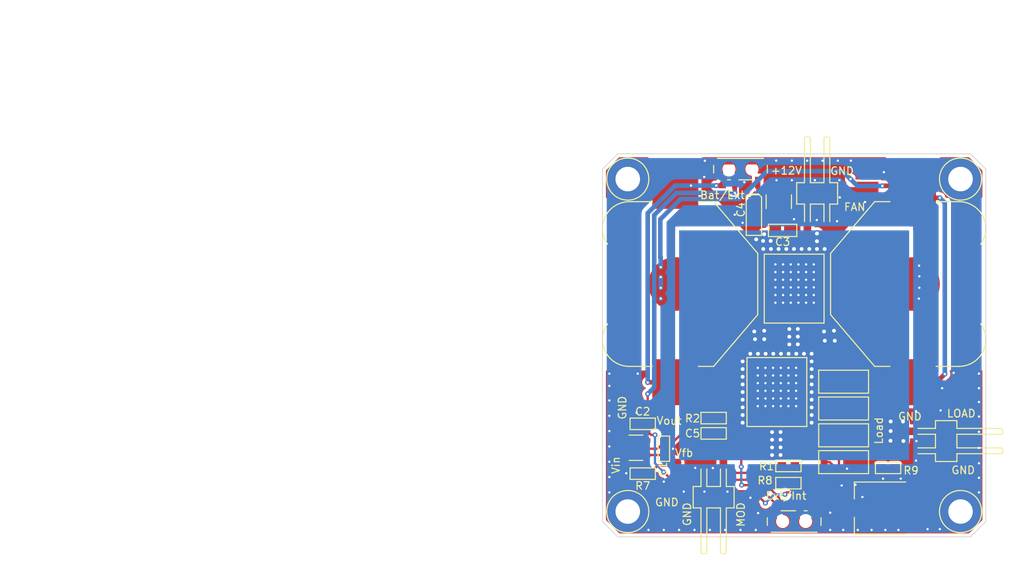
<source format=kicad_pcb>
(kicad_pcb (version 4) (host pcbnew "(2015-08-30 BZR 6134, Git 4e94d52)-product")

  (general
    (links 70)
    (no_connects 0)
    (area 99.949999 99.949999 150.050001 150.050001)
    (thickness 1)
    (drawings 48)
    (tracks 701)
    (zones 0)
    (modules 40)
    (nets 17)
  )

  (page A4)
  (layers
    (0 F.Cu signal)
    (31 B.Cu signal hide)
    (32 B.Adhes user)
    (33 F.Adhes user)
    (34 B.Paste user)
    (35 F.Paste user)
    (36 B.SilkS user)
    (37 F.SilkS user)
    (38 B.Mask user)
    (39 F.Mask user)
    (40 Dwgs.User user)
    (41 Cmts.User user)
    (42 Eco1.User user)
    (43 Eco2.User user)
    (44 Edge.Cuts user)
    (45 Margin user)
    (46 B.CrtYd user)
    (47 F.CrtYd user)
    (48 B.Fab user)
    (49 F.Fab user)
  )

  (setup
    (last_trace_width 0.1524)
    (user_trace_width 0.1524)
    (user_trace_width 0.2)
    (user_trace_width 0.3)
    (user_trace_width 0.5)
    (user_trace_width 1)
    (trace_clearance 0.1524)
    (zone_clearance 0.4)
    (zone_45_only no)
    (trace_min 0.1524)
    (segment_width 1)
    (edge_width 0.1)
    (via_size 0.6048)
    (via_drill 0.3)
    (via_min_size 0.6048)
    (via_min_drill 0.3)
    (user_via 0.6048 0.3)
    (user_via 0.85 0.5)
    (uvia_size 0.3)
    (uvia_drill 0.1)
    (uvias_allowed no)
    (uvia_min_size 0.2)
    (uvia_min_drill 0.1)
    (pcb_text_width 0.3)
    (pcb_text_size 1.5 1.5)
    (mod_edge_width 0.15)
    (mod_text_size 1 1)
    (mod_text_width 0.15)
    (pad_size 1.5 1.5)
    (pad_drill 0.6)
    (pad_to_mask_clearance 0.15)
    (solder_mask_min_width 0.15)
    (pad_to_paste_clearance -0.1)
    (aux_axis_origin 0 0)
    (visible_elements 7FFFFB3F)
    (pcbplotparams
      (layerselection 0x010f0_80000001)
      (usegerberextensions true)
      (gerberprecision 5)
      (excludeedgelayer true)
      (linewidth 0.100000)
      (plotframeref false)
      (viasonmask false)
      (mode 1)
      (useauxorigin false)
      (hpglpennumber 1)
      (hpglpenspeed 20)
      (hpglpendiameter 15)
      (hpglpenoverlay 2)
      (psnegative false)
      (psa4output false)
      (plotreference true)
      (plotvalue true)
      (plotinvisibletext false)
      (padsonsilk false)
      (subtractmaskfromsilk false)
      (outputformat 1)
      (mirror false)
      (drillshape 0)
      (scaleselection 1)
      (outputdirectory gbr/))
  )

  (net 0 "")
  (net 1 "Net-(Q1-Pad3)")
  (net 2 "Net-(Q1-Pad1)")
  (net 3 "Net-(Q2-Pad3)")
  (net 4 "Net-(CON1-Pad-)")
  (net 5 GND)
  (net 6 /Vin)
  (net 7 VCC)
  (net 8 "Net-(P1-Pad2)")
  (net 9 /Vout)
  (net 10 /Vfb)
  (net 11 /+12V)
  (net 12 /+5V)
  (net 13 /Vbat)
  (net 14 /Load)
  (net 15 "Net-(C5-Pad1)")
  (net 16 "Net-(P1-Pad3)")

  (net_class Default "This is the default net class."
    (clearance 0.1524)
    (trace_width 0.1524)
    (via_dia 0.6048)
    (via_drill 0.3)
    (uvia_dia 0.3)
    (uvia_drill 0.1)
    (add_net /+12V)
    (add_net /+5V)
    (add_net /Load)
    (add_net /Vbat)
    (add_net /Vfb)
    (add_net /Vin)
    (add_net /Vout)
    (add_net GND)
    (add_net "Net-(C5-Pad1)")
    (add_net "Net-(CON1-Pad-)")
    (add_net "Net-(P1-Pad2)")
    (add_net "Net-(P1-Pad3)")
    (add_net "Net-(Q1-Pad1)")
    (add_net "Net-(Q1-Pad3)")
    (add_net "Net-(Q2-Pad3)")
    (add_net VCC)
  )

  (module DPAK (layer F.Cu) (tedit 558534AF) (tstamp 0)
    (at 125 117)
    (tags "D-Pak, TO252AA")
    (path /557C9501)
    (fp_text reference Q1 (at 0 6.65) (layer F.Fab)
      (effects (font (size 1 1) (thickness 0.15)))
    )
    (fp_text value IRLR024NPBF (at 0 9.8) (layer F.SilkS) hide
      (effects (font (size 1 1) (thickness 0.15)))
    )
    (fp_line (start -3.9 -3.9) (end 3.9 -3.9) (layer F.SilkS) (width 0.15))
    (fp_line (start 3.9 -3.9) (end 3.9 5.1) (layer F.SilkS) (width 0.15))
    (fp_line (start 3.9 5.1) (end -3.9 5.1) (layer F.SilkS) (width 0.15))
    (fp_line (start -3.9 5.1) (end -3.9 -3.9) (layer F.SilkS) (width 0.15))
    (pad 3 smd rect (at 2.3 6.9) (size 1.5 2.5) (layers F.Cu F.Paste F.Mask)
      (net 1 "Net-(Q1-Pad3)"))
    (pad 4 smd rect (at 0 0) (size 7 7) (layers F.Cu F.Paste F.Mask)
      (net 14 /Load))
    (pad 1 smd rect (at -2.3 6.9) (size 1.5 2.5) (layers F.Cu F.Paste F.Mask)
      (net 2 "Net-(Q1-Pad1)"))
    (model D:/Lib/kicad/pnSemiconductor.pretty/DPAK.wrl
      (at (xyz -0.128 0.09 0))
      (scale (xyz 0.393701 0.393701 0.393701))
      (rotate (xyz -90 0 0))
    )
  )

  (module DPAK (layer F.Cu) (tedit 558534A7) (tstamp 0)
    (at 122.75 130.5)
    (tags "D-Pak, TO252AA")
    (path /557C95CC)
    (fp_text reference Q2 (at -0.05 6.2) (layer F.Fab)
      (effects (font (size 1 1) (thickness 0.15)))
    )
    (fp_text value IRLR024NPBF (at 0 9.8) (layer F.SilkS) hide
      (effects (font (size 1 1) (thickness 0.15)))
    )
    (fp_line (start -3.9 -3.9) (end 3.9 -3.9) (layer F.SilkS) (width 0.15))
    (fp_line (start 3.9 -3.9) (end 3.9 5.1) (layer F.SilkS) (width 0.15))
    (fp_line (start 3.9 5.1) (end -3.9 5.1) (layer F.SilkS) (width 0.15))
    (fp_line (start -3.9 5.1) (end -3.9 -3.9) (layer F.SilkS) (width 0.15))
    (pad 3 smd rect (at 2.3 6.9) (size 1.5 2.5) (layers F.Cu F.Paste F.Mask)
      (net 3 "Net-(Q2-Pad3)"))
    (pad 4 smd rect (at 0 0) (size 7 7) (layers F.Cu F.Paste F.Mask)
      (net 14 /Load))
    (pad 1 smd rect (at -2.3 6.9) (size 1.5 2.5) (layers F.Cu F.Paste F.Mask)
      (net 2 "Net-(Q1-Pad1)"))
    (model D:/Lib/kicad/pnSemiconductor.pretty/DPAK.wrl
      (at (xyz -0.128 0.09 0))
      (scale (xyz 0.393701 0.393701 0.393701))
      (rotate (xyz -90 0 0))
    )
  )

  (module SW_1290F1123 (layer F.Cu) (tedit 5585338E) (tstamp 0)
    (at 118 102 180)
    (path /557D9707)
    (fp_text reference SW1 (at 0 -3.5 180) (layer F.Fab)
      (effects (font (size 1 1) (thickness 0.15)))
    )
    (fp_text value Bat/Ext (at 2.35 -3.4 180) (layer F.SilkS)
      (effects (font (size 1 1) (thickness 0.15)))
    )
    (fp_line (start 0.1 3.6) (end 0.3 3.6) (layer F.Fab) (width 0.05))
    (fp_line (start -1.4 1.6) (end -1.4 1.4) (layer F.Fab) (width 0.05))
    (fp_line (start -1.4 2.1) (end -1.4 1.9) (layer F.Fab) (width 0.05))
    (fp_line (start -1.4 2.6) (end -1.4 2.4) (layer F.Fab) (width 0.05))
    (fp_line (start -1.4 3.1) (end -1.4 2.9) (layer F.Fab) (width 0.05))
    (fp_line (start -0.4 3.6) (end -0.2 3.6) (layer F.Fab) (width 0.05))
    (fp_line (start -0.9 3.6) (end -0.7 3.6) (layer F.Fab) (width 0.05))
    (fp_line (start 1.4 3.4) (end 1.4 1.3) (layer F.Fab) (width 0.05))
    (fp_line (start 1.2 3.6) (end 1.4 3.4) (layer F.Fab) (width 0.05))
    (fp_line (start 0.3 3.6) (end 1.2 3.6) (layer F.Fab) (width 0.05))
    (fp_line (start 0.1 3.4) (end 0.3 3.6) (layer F.Fab) (width 0.05))
    (fp_line (start 0.1 1.3) (end 0.1 3.4) (layer F.Fab) (width 0.05))
    (fp_line (start -1.4 3.4) (end -1.2 3.6) (layer F.Fab) (width 0.05))
    (fp_line (start -3.4 1.3) (end 3.4 1.3) (layer F.Fab) (width 0.05))
    (fp_line (start 3.4 1.3) (end 3.4 -1.3) (layer F.Fab) (width 0.05))
    (fp_line (start 3.4 -1.3) (end -3.4 -1.3) (layer F.Fab) (width 0.05))
    (fp_line (start -3.4 -1.3) (end -3.4 1.3) (layer F.Fab) (width 0.05))
    (fp_line (start 1.3 -1.4) (end 1.7 -1.4) (layer F.SilkS) (width 0.15))
    (fp_line (start -1.7 -1.4) (end 0.2 -1.4) (layer F.SilkS) (width 0.15))
    (fp_line (start -3 1.4) (end 3 1.4) (layer F.SilkS) (width 0.15))
    (fp_line (start 3.5 -0.5) (end 3.5 0.5) (layer F.SilkS) (width 0.15))
    (fp_line (start -3.5 -0.5) (end -3.5 0.5) (layer F.SilkS) (width 0.15))
    (pad NC smd rect (at 2.25 -1.75 180) (size 0.7 1.5) (layers F.Cu F.Paste F.Mask)
      (net 13 /Vbat))
    (pad COM smd rect (at 0.75 -1.75 180) (size 0.7 1.5) (layers F.Cu F.Paste F.Mask)
      (net 7 VCC))
    (pad MNT smd rect (at 3.65 -1.1 180) (size 1 0.8) (layers F.Cu F.Paste F.Mask)
      (net 5 GND))
    (pad MNT smd rect (at 3.65 1.1 180) (size 1 0.8) (layers F.Cu F.Paste F.Mask)
      (net 5 GND))
    (pad MNT smd rect (at -3.65 -1.1 180) (size 1 0.8) (layers F.Cu F.Paste F.Mask)
      (net 5 GND))
    (pad "" np_thru_hole circle (at 1.5 0 180) (size 0.9 0.9) (drill 0.9) (layers *.Cu *.Mask))
    (pad "" np_thru_hole circle (at -1.5 0 180) (size 0.9 0.9) (drill 0.9) (layers *.Cu *.Mask))
    (pad MNT smd rect (at -3.65 1.1 180) (size 1 0.8) (layers F.Cu F.Paste F.Mask)
      (net 5 GND))
    (pad NO smd rect (at -2.25 -1.75 180) (size 0.7 1.5) (layers F.Cu F.Paste F.Mask)
      (net 12 /+5V))
    (model pnSwitches.pretty/SW_1290F1123.wrl
      (at (xyz 0 0 0))
      (scale (xyz 0.393701 0.393701 0.393701))
      (rotate (xyz 0 0 0))
    )
  )

  (module SW_1290F1123 (layer F.Cu) (tedit 558533B0) (tstamp 0)
    (at 125 148)
    (path /557D9750)
    (fp_text reference SW2 (at 0 -3.5) (layer F.Fab)
      (effects (font (size 1 1) (thickness 0.15)))
    )
    (fp_text value Ext/Int (at -1.05 -3.35) (layer F.SilkS)
      (effects (font (size 1 1) (thickness 0.15)))
    )
    (fp_line (start 0.1 3.6) (end 0.3 3.6) (layer F.Fab) (width 0.05))
    (fp_line (start -1.4 1.6) (end -1.4 1.4) (layer F.Fab) (width 0.05))
    (fp_line (start -1.4 2.1) (end -1.4 1.9) (layer F.Fab) (width 0.05))
    (fp_line (start -1.4 2.6) (end -1.4 2.4) (layer F.Fab) (width 0.05))
    (fp_line (start -1.4 3.1) (end -1.4 2.9) (layer F.Fab) (width 0.05))
    (fp_line (start -0.4 3.6) (end -0.2 3.6) (layer F.Fab) (width 0.05))
    (fp_line (start -0.9 3.6) (end -0.7 3.6) (layer F.Fab) (width 0.05))
    (fp_line (start 1.4 3.4) (end 1.4 1.3) (layer F.Fab) (width 0.05))
    (fp_line (start 1.2 3.6) (end 1.4 3.4) (layer F.Fab) (width 0.05))
    (fp_line (start 0.3 3.6) (end 1.2 3.6) (layer F.Fab) (width 0.05))
    (fp_line (start 0.1 3.4) (end 0.3 3.6) (layer F.Fab) (width 0.05))
    (fp_line (start 0.1 1.3) (end 0.1 3.4) (layer F.Fab) (width 0.05))
    (fp_line (start -1.4 3.4) (end -1.2 3.6) (layer F.Fab) (width 0.05))
    (fp_line (start -3.4 1.3) (end 3.4 1.3) (layer F.Fab) (width 0.05))
    (fp_line (start 3.4 1.3) (end 3.4 -1.3) (layer F.Fab) (width 0.05))
    (fp_line (start 3.4 -1.3) (end -3.4 -1.3) (layer F.Fab) (width 0.05))
    (fp_line (start -3.4 -1.3) (end -3.4 1.3) (layer F.Fab) (width 0.05))
    (fp_line (start 1.3 -1.4) (end 1.7 -1.4) (layer F.SilkS) (width 0.15))
    (fp_line (start -1.7 -1.4) (end 0.2 -1.4) (layer F.SilkS) (width 0.15))
    (fp_line (start -3 1.4) (end 3 1.4) (layer F.SilkS) (width 0.15))
    (fp_line (start 3.5 -0.5) (end 3.5 0.5) (layer F.SilkS) (width 0.15))
    (fp_line (start -3.5 -0.5) (end -3.5 0.5) (layer F.SilkS) (width 0.15))
    (pad NC smd rect (at 2.25 -1.75) (size 0.7 1.5) (layers F.Cu F.Paste F.Mask)
      (net 8 "Net-(P1-Pad2)"))
    (pad COM smd rect (at 0.75 -1.75) (size 0.7 1.5) (layers F.Cu F.Paste F.Mask)
      (net 6 /Vin))
    (pad MNT smd rect (at 3.65 -1.1) (size 1 0.8) (layers F.Cu F.Paste F.Mask)
      (net 5 GND))
    (pad MNT smd rect (at 3.65 1.1) (size 1 0.8) (layers F.Cu F.Paste F.Mask)
      (net 5 GND))
    (pad MNT smd rect (at -3.65 -1.1) (size 1 0.8) (layers F.Cu F.Paste F.Mask)
      (net 5 GND))
    (pad "" np_thru_hole circle (at 1.5 0) (size 0.9 0.9) (drill 0.9) (layers *.Cu *.Mask))
    (pad "" np_thru_hole circle (at -1.5 0) (size 0.9 0.9) (drill 0.9) (layers *.Cu *.Mask))
    (pad MNT smd rect (at -3.65 1.1) (size 1 0.8) (layers F.Cu F.Paste F.Mask)
      (net 5 GND))
    (pad NO smd rect (at -2.25 -1.75) (size 0.7 1.5) (layers F.Cu F.Paste F.Mask)
      (net 15 "Net-(C5-Pad1)"))
    (model pnSwitches.pretty/SW_1290F1123.wrl
      (at (xyz 0 0 0))
      (scale (xyz 0.3937007874 0.3937007874 0.3937007874))
      (rotate (xyz 0 0 0))
    )
  )

  (module SOT23-5 (layer F.Cu) (tedit 558534C1) (tstamp 0)
    (at 104.375 138.375 270)
    (path /558339B7)
    (fp_text reference U1 (at -0.025 2.675 270) (layer F.Fab)
      (effects (font (size 1 1) (thickness 0.15)))
    )
    (fp_text value LMV116MF (at 2.65 0 360) (layer F.Fab)
      (effects (font (size 0.7 0.7) (thickness 0.15)))
    )
    (fp_line (start -1.65 0.9) (end -1.65 -0.9) (layer F.SilkS) (width 0.15))
    (fp_line (start 1.65 -0.9) (end 1.65 0.9) (layer F.SilkS) (width 0.15))
    (fp_circle (center -0.95 0.55) (end -0.8 0.5) (layer F.Fab) (width 0.05))
    (fp_line (start 1.55 0.9) (end 1.55 -0.9) (layer F.Fab) (width 0.05))
    (fp_line (start 1.55 -0.9) (end -1.55 -0.9) (layer F.Fab) (width 0.05))
    (fp_line (start -1.55 -0.9) (end -1.55 0.9) (layer F.Fab) (width 0.05))
    (fp_line (start -1.55 0.9) (end 1.55 0.9) (layer F.Fab) (width 0.05))
    (pad 5 smd rect (at -0.95 -1.35 270) (size 0.6 1.05) (layers F.Cu F.Paste F.Mask)
      (net 7 VCC))
    (pad 4 smd rect (at 0.95 -1.35 270) (size 0.6 1.05) (layers F.Cu F.Paste F.Mask)
      (net 10 /Vfb))
    (pad 3 smd rect (at 0.95 1.35 270) (size 0.6 1.05) (layers F.Cu F.Paste F.Mask)
      (net 6 /Vin))
    (pad 2 smd rect (at 0 1.35 270) (size 0.6 1.05) (layers F.Cu F.Paste F.Mask)
      (net 5 GND))
    (pad 1 smd rect (at -0.95 1.35 270) (size 0.6 1.05) (layers F.Cu F.Paste F.Mask)
      (net 9 /Vout))
    (model pnSemiconductor.pretty/SOT23-5.wrl
      (at (xyz -0.057 -0.055 0))
      (scale (xyz 0.393701 0.393701 0.393701))
      (rotate (xyz 0 0 0))
    )
  )

  (module pnSemiconductor:SOT23-5 (layer F.Cu) (tedit 558534C8) (tstamp 0)
    (at 123 106.25)
    (path /5581B25B)
    (fp_text reference U2 (at 3.3 -0.95 90) (layer F.Fab)
      (effects (font (size 1 1) (thickness 0.15)))
    )
    (fp_text value LP2981A-50DBVR (at 2.65 0 90) (layer F.Fab)
      (effects (font (size 0.7 0.7) (thickness 0.15)))
    )
    (fp_line (start -1.65 0.9) (end -1.65 -0.9) (layer F.SilkS) (width 0.15))
    (fp_line (start 1.65 -0.9) (end 1.65 0.9) (layer F.SilkS) (width 0.15))
    (fp_circle (center -0.95 0.55) (end -0.8 0.5) (layer F.Fab) (width 0.05))
    (fp_line (start 1.55 0.9) (end 1.55 -0.9) (layer F.Fab) (width 0.05))
    (fp_line (start 1.55 -0.9) (end -1.55 -0.9) (layer F.Fab) (width 0.05))
    (fp_line (start -1.55 -0.9) (end -1.55 0.9) (layer F.Fab) (width 0.05))
    (fp_line (start -1.55 0.9) (end 1.55 0.9) (layer F.Fab) (width 0.05))
    (pad 5 smd rect (at -0.95 -1.35) (size 0.6 1.05) (layers F.Cu F.Paste F.Mask)
      (net 12 /+5V))
    (pad 4 smd rect (at 0.95 -1.35) (size 0.6 1.05) (layers F.Cu F.Paste F.Mask))
    (pad 3 smd rect (at 0.95 1.35) (size 0.6 1.05) (layers F.Cu F.Paste F.Mask)
      (net 11 /+12V))
    (pad 2 smd rect (at 0 1.35) (size 0.6 1.05) (layers F.Cu F.Paste F.Mask)
      (net 5 GND))
    (pad 1 smd rect (at -0.95 1.35) (size 0.6 1.05) (layers F.Cu F.Paste F.Mask)
      (net 11 /+12V))
    (model pnSemiconductor.pretty/SOT23-5.wrl
      (at (xyz -0.057 -0.055 0))
      (scale (xyz 0.393701 0.393701 0.393701))
      (rotate (xyz 0 0 0))
    )
  )

  (module pnRLC:pot_ACP_CA6VSMD+6001 (layer F.Cu) (tedit 5585326B) (tstamp 0)
    (at 136.25 146.25 90)
    (path /55834448)
    (fp_text reference P1 (at -4.4 -0.1 180) (layer F.Fab)
      (effects (font (size 1 1) (thickness 0.15)))
    )
    (fp_text value 1k (at 0 6.3 90) (layer F.Fab)
      (effects (font (size 1 1) (thickness 0.15)))
    )
    (fp_line (start 0.2 -0.2) (end 1 -0.2) (layer F.Fab) (width 0.05))
    (fp_line (start 1 -0.2) (end 1 0.2) (layer F.Fab) (width 0.05))
    (fp_line (start 1 0.2) (end 0.2 0.2) (layer F.Fab) (width 0.05))
    (fp_line (start 0.2 0.2) (end 0.2 0.9) (layer F.Fab) (width 0.05))
    (fp_line (start 0.2 0.9) (end -0.2 0.9) (layer F.Fab) (width 0.05))
    (fp_line (start -0.2 0.9) (end -0.2 0.2) (layer F.Fab) (width 0.05))
    (fp_line (start -0.2 0.2) (end -0.9 0.2) (layer F.Fab) (width 0.05))
    (fp_line (start -0.9 0.2) (end -0.9 -0.2) (layer F.Fab) (width 0.05))
    (fp_line (start -0.9 -0.2) (end -0.2 -0.2) (layer F.Fab) (width 0.05))
    (fp_line (start -0.2 -0.2) (end -0.2 -0.9) (layer F.Fab) (width 0.05))
    (fp_line (start -0.2 -0.9) (end 0.2 -0.9) (layer F.Fab) (width 0.05))
    (fp_line (start 0.2 -0.9) (end 0.2 -0.2) (layer F.Fab) (width 0.05))
    (fp_circle (center 0 0) (end 1.3 0) (layer F.Fab) (width 0.05))
    (fp_line (start -1.2 -3.4) (end -3.4 -3.4) (layer F.SilkS) (width 0.15))
    (fp_line (start -3.4 -3.4) (end -3.4 3.3) (layer F.SilkS) (width 0.15))
    (fp_line (start 3.4 3.3) (end 3.4 -3.4) (layer F.SilkS) (width 0.15))
    (fp_line (start 3.4 -3.4) (end 1.2 -3.4) (layer F.SilkS) (width 0.15))
    (fp_line (start 3.3 3.3) (end 3.3 -3.3) (layer F.Fab) (width 0.05))
    (fp_line (start 3.3 -3.3) (end -3.3 -3.3) (layer F.Fab) (width 0.05))
    (fp_line (start -3.3 -3.3) (end -3.3 3.3) (layer F.Fab) (width 0.05))
    (fp_line (start -3.3 3.3) (end 3.3 3.3) (layer F.Fab) (width 0.05))
    (pad 3 smd rect (at 2.15 4.35 90) (size 2 2) (layers F.Cu F.Paste F.Mask)
      (net 16 "Net-(P1-Pad3)"))
    (pad 1 smd rect (at -2.15 4.35 90) (size 2 2) (layers F.Cu F.Paste F.Mask)
      (net 5 GND))
    (pad 2 smd rect (at 0 -4.05 90) (size 2 2) (layers F.Cu F.Paste F.Mask)
      (net 8 "Net-(P1-Pad2)"))
    (model pnRLC.pretty/pot_ACP_CA6VSMD+6001.wrl
      (at (xyz 0 0 0))
      (scale (xyz 0.3937007874 0.3937007874 0.3937007874))
      (rotate (xyz 0 0 0))
    )
  )

  (module pnRLC:R2010 (layer F.Cu) (tedit 55832BAA) (tstamp 0)
    (at 131.5 133.25 180)
    (path /55807D59)
    (fp_text reference R3 (at -0.05 -2.35 180) (layer F.Fab)
      (effects (font (size 1 1) (thickness 0.15)))
    )
    (fp_text value 1R (at -0.05 2.55 180) (layer F.Fab)
      (effects (font (size 1 1) (thickness 0.15)))
    )
    (fp_line (start 2.5 -1.25) (end 2.5 1.25) (layer F.Fab) (width 0.05))
    (fp_line (start 2.5 1.25) (end -2.5 1.25) (layer F.Fab) (width 0.05))
    (fp_line (start -2.5 1.25) (end -2.5 -1.25) (layer F.Fab) (width 0.05))
    (fp_line (start -2.5 -1.25) (end 2.5 -1.25) (layer F.Fab) (width 0.05))
    (fp_line (start 3.3 -1.5) (end 3.3 1.5) (layer F.SilkS) (width 0.15))
    (fp_line (start 3.3 1.5) (end -3.2 1.5) (layer F.SilkS) (width 0.15))
    (fp_line (start -3.2 1.5) (end -3.2 -1.5) (layer F.SilkS) (width 0.15))
    (fp_line (start -3.2 -1.5) (end 3.3 -1.5) (layer F.SilkS) (width 0.15))
    (pad 2 smd rect (at 2.6 0 180) (size 0.9 2.5) (layers F.Cu F.Paste F.Mask)
      (net 1 "Net-(Q1-Pad3)"))
    (pad 1 smd rect (at -2.5 0 180) (size 0.9 2.5) (layers F.Cu F.Paste F.Mask)
      (net 5 GND))
    (model pnRLC.pretty/R2010.wrl
      (at (xyz -0.098425 -0.0492125984 0))
      (scale (xyz 0.393701 0.393701 0.393701))
      (rotate (xyz 0 0 0))
    )
  )

  (module pnRLC:R2010 (layer F.Cu) (tedit 55832BAA) (tstamp 0)
    (at 131.5 129.75 180)
    (path /5580804E)
    (fp_text reference R4 (at -0.05 -2.35 180) (layer F.Fab)
      (effects (font (size 1 1) (thickness 0.15)))
    )
    (fp_text value 1R (at -0.05 2.55 180) (layer F.Fab)
      (effects (font (size 1 1) (thickness 0.15)))
    )
    (fp_line (start 2.5 -1.25) (end 2.5 1.25) (layer F.Fab) (width 0.05))
    (fp_line (start 2.5 1.25) (end -2.5 1.25) (layer F.Fab) (width 0.05))
    (fp_line (start -2.5 1.25) (end -2.5 -1.25) (layer F.Fab) (width 0.05))
    (fp_line (start -2.5 -1.25) (end 2.5 -1.25) (layer F.Fab) (width 0.05))
    (fp_line (start 3.3 -1.5) (end 3.3 1.5) (layer F.SilkS) (width 0.15))
    (fp_line (start 3.3 1.5) (end -3.2 1.5) (layer F.SilkS) (width 0.15))
    (fp_line (start -3.2 1.5) (end -3.2 -1.5) (layer F.SilkS) (width 0.15))
    (fp_line (start -3.2 -1.5) (end 3.3 -1.5) (layer F.SilkS) (width 0.15))
    (pad 2 smd rect (at 2.6 0 180) (size 0.9 2.5) (layers F.Cu F.Paste F.Mask)
      (net 1 "Net-(Q1-Pad3)"))
    (pad 1 smd rect (at -2.5 0 180) (size 0.9 2.5) (layers F.Cu F.Paste F.Mask)
      (net 5 GND))
    (model pnRLC.pretty/R2010.wrl
      (at (xyz -0.098425 -0.0492125984 0))
      (scale (xyz 0.393701 0.393701 0.393701))
      (rotate (xyz 0 0 0))
    )
  )

  (module pnRLC:R2010 (layer F.Cu) (tedit 55832BAA) (tstamp 0)
    (at 131.5 136.75 180)
    (path /5580808A)
    (fp_text reference R5 (at -0.05 -2.35 180) (layer F.Fab)
      (effects (font (size 1 1) (thickness 0.15)))
    )
    (fp_text value 1R (at -0.05 2.55 180) (layer F.Fab)
      (effects (font (size 1 1) (thickness 0.15)))
    )
    (fp_line (start 2.5 -1.25) (end 2.5 1.25) (layer F.Fab) (width 0.05))
    (fp_line (start 2.5 1.25) (end -2.5 1.25) (layer F.Fab) (width 0.05))
    (fp_line (start -2.5 1.25) (end -2.5 -1.25) (layer F.Fab) (width 0.05))
    (fp_line (start -2.5 -1.25) (end 2.5 -1.25) (layer F.Fab) (width 0.05))
    (fp_line (start 3.3 -1.5) (end 3.3 1.5) (layer F.SilkS) (width 0.15))
    (fp_line (start 3.3 1.5) (end -3.2 1.5) (layer F.SilkS) (width 0.15))
    (fp_line (start -3.2 1.5) (end -3.2 -1.5) (layer F.SilkS) (width 0.15))
    (fp_line (start -3.2 -1.5) (end 3.3 -1.5) (layer F.SilkS) (width 0.15))
    (pad 2 smd rect (at 2.6 0 180) (size 0.9 2.5) (layers F.Cu F.Paste F.Mask)
      (net 3 "Net-(Q2-Pad3)"))
    (pad 1 smd rect (at -2.5 0 180) (size 0.9 2.5) (layers F.Cu F.Paste F.Mask)
      (net 5 GND))
    (model pnRLC.pretty/R2010.wrl
      (at (xyz -0.098425 -0.0492125984 0))
      (scale (xyz 0.393701 0.393701 0.393701))
      (rotate (xyz 0 0 0))
    )
  )

  (module pnRLC:R2010 (layer F.Cu) (tedit 55832BAA) (tstamp 0)
    (at 131.5 140.25 180)
    (path /558080C8)
    (fp_text reference R6 (at -0.05 -2.35 180) (layer F.Fab)
      (effects (font (size 1 1) (thickness 0.15)))
    )
    (fp_text value 1R (at -0.05 2.55 180) (layer F.Fab)
      (effects (font (size 1 1) (thickness 0.15)))
    )
    (fp_line (start 2.5 -1.25) (end 2.5 1.25) (layer F.Fab) (width 0.05))
    (fp_line (start 2.5 1.25) (end -2.5 1.25) (layer F.Fab) (width 0.05))
    (fp_line (start -2.5 1.25) (end -2.5 -1.25) (layer F.Fab) (width 0.05))
    (fp_line (start -2.5 -1.25) (end 2.5 -1.25) (layer F.Fab) (width 0.05))
    (fp_line (start 3.3 -1.5) (end 3.3 1.5) (layer F.SilkS) (width 0.15))
    (fp_line (start 3.3 1.5) (end -3.2 1.5) (layer F.SilkS) (width 0.15))
    (fp_line (start -3.2 1.5) (end -3.2 -1.5) (layer F.SilkS) (width 0.15))
    (fp_line (start -3.2 -1.5) (end 3.3 -1.5) (layer F.SilkS) (width 0.15))
    (pad 2 smd rect (at 2.6 0 180) (size 0.9 2.5) (layers F.Cu F.Paste F.Mask)
      (net 3 "Net-(Q2-Pad3)"))
    (pad 1 smd rect (at -2.5 0 180) (size 0.9 2.5) (layers F.Cu F.Paste F.Mask)
      (net 5 GND))
    (model pnRLC.pretty/R2010.wrl
      (at (xyz -0.098425 -0.0492125984 0))
      (scale (xyz 0.393701 0.393701 0.393701))
      (rotate (xyz 0 0 0))
    )
  )

  (module pnConnector:PAD2_2x3 (layer F.Cu) (tedit 558533F2) (tstamp 0)
    (at 134.5 103.5 90)
    (path /55840D58)
    (fp_text reference CON6 (at 0.05 2.4 90) (layer F.Fab)
      (effects (font (size 1 1) (thickness 0.15)))
    )
    (fp_text value FAN (at -3.45 -1.6 180) (layer F.SilkS)
      (effects (font (size 1 1) (thickness 0.15)))
    )
    (pad 2 smd rect (at 1.15 0 90) (size 2 3) (layers F.Cu F.Paste F.Mask)
      (net 5 GND))
    (pad 1 smd rect (at -1.15 0 90) (size 2 3) (layers F.Cu F.Paste F.Mask)
      (net 11 /+12V))
  )

  (module R0603 (layer F.Cu) (tedit 558534D5) (tstamp 0)
    (at 108 138.5 90)
    (path /55808D36)
    (fp_text reference C1 (at -2.7 -0.1 90) (layer F.SilkS)
      (effects (font (size 1 1) (thickness 0.15)))
    )
    (fp_text value N.C. (at 0 1.65 90) (layer F.SilkS) hide
      (effects (font (size 1 1) (thickness 0.15)))
    )
    (fp_line (start -1.65 -0.75) (end -1.65 0.75) (layer F.SilkS) (width 0.15))
    (fp_line (start -1.65 0.75) (end 1.65 0.75) (layer F.SilkS) (width 0.15))
    (fp_line (start 1.65 0.75) (end 1.65 -0.75) (layer F.SilkS) (width 0.15))
    (fp_line (start 1.65 -0.75) (end -1.65 -0.75) (layer F.SilkS) (width 0.15))
    (pad 1 smd rect (at 0.85 0 90) (size 1.1 1) (layers F.Cu F.Paste F.Mask)
      (net 9 /Vout))
    (pad 2 smd rect (at -0.85 0 90) (size 1.1 1) (layers F.Cu F.Paste F.Mask)
      (net 10 /Vfb))
    (model pnRLC.pretty/R0603.wrl
      (at (xyz -0.031 -0.0175 0))
      (scale (xyz 0.3937 0.3937 0.3937))
      (rotate (xyz 0 0 0))
    )
  )

  (module R0603 (layer F.Cu) (tedit 55807C38) (tstamp 0)
    (at 105.25 135.25)
    (path /5580A0BA)
    (fp_text reference C2 (at 0 -1.6) (layer F.SilkS)
      (effects (font (size 1 1) (thickness 0.15)))
    )
    (fp_text value 100n (at 0 1.65) (layer F.SilkS) hide
      (effects (font (size 1 1) (thickness 0.15)))
    )
    (fp_line (start -1.65 -0.75) (end -1.65 0.75) (layer F.SilkS) (width 0.15))
    (fp_line (start -1.65 0.75) (end 1.65 0.75) (layer F.SilkS) (width 0.15))
    (fp_line (start 1.65 0.75) (end 1.65 -0.75) (layer F.SilkS) (width 0.15))
    (fp_line (start 1.65 -0.75) (end -1.65 -0.75) (layer F.SilkS) (width 0.15))
    (pad 1 smd rect (at 0.85 0) (size 1.1 1) (layers F.Cu F.Paste F.Mask)
      (net 7 VCC))
    (pad 2 smd rect (at -0.85 0) (size 1.1 1) (layers F.Cu F.Paste F.Mask)
      (net 5 GND))
    (model pnRLC.pretty/R0603.wrl
      (at (xyz -0.031 -0.0175 0))
      (scale (xyz 0.3937 0.3937 0.3937))
      (rotate (xyz 0 0 0))
    )
  )

  (module R0603 (layer F.Cu) (tedit 5585343E) (tstamp 0)
    (at 124.25 140.75)
    (path /5583AD97)
    (fp_text reference R1 (at -2.85 0.05) (layer F.SilkS)
      (effects (font (size 1 1) (thickness 0.15)))
    )
    (fp_text value 1k (at 0 1.65) (layer F.SilkS) hide
      (effects (font (size 1 1) (thickness 0.15)))
    )
    (fp_line (start -1.65 -0.75) (end -1.65 0.75) (layer F.SilkS) (width 0.15))
    (fp_line (start -1.65 0.75) (end 1.65 0.75) (layer F.SilkS) (width 0.15))
    (fp_line (start 1.65 0.75) (end 1.65 -0.75) (layer F.SilkS) (width 0.15))
    (fp_line (start 1.65 -0.75) (end -1.65 -0.75) (layer F.SilkS) (width 0.15))
    (pad 1 smd rect (at 0.85 0) (size 1.1 1) (layers F.Cu F.Paste F.Mask)
      (net 3 "Net-(Q2-Pad3)"))
    (pad 2 smd rect (at -0.85 0) (size 1.1 1) (layers F.Cu F.Paste F.Mask)
      (net 10 /Vfb))
    (model pnRLC.pretty/R0603.wrl
      (at (xyz -0.031 -0.0175 0))
      (scale (xyz 0.3937 0.3937 0.3937))
      (rotate (xyz 0 0 0))
    )
  )

  (module R0603 (layer F.Cu) (tedit 5585344B) (tstamp 0)
    (at 114.5 134.5)
    (path /55807CD1)
    (fp_text reference R2 (at -2.75 0.05) (layer F.SilkS)
      (effects (font (size 1 1) (thickness 0.15)))
    )
    (fp_text value 100R (at 0 1.65) (layer F.SilkS) hide
      (effects (font (size 1 1) (thickness 0.15)))
    )
    (fp_line (start -1.65 -0.75) (end -1.65 0.75) (layer F.SilkS) (width 0.15))
    (fp_line (start -1.65 0.75) (end 1.65 0.75) (layer F.SilkS) (width 0.15))
    (fp_line (start 1.65 0.75) (end 1.65 -0.75) (layer F.SilkS) (width 0.15))
    (fp_line (start 1.65 -0.75) (end -1.65 -0.75) (layer F.SilkS) (width 0.15))
    (pad 1 smd rect (at 0.85 0) (size 1.1 1) (layers F.Cu F.Paste F.Mask)
      (net 2 "Net-(Q1-Pad1)"))
    (pad 2 smd rect (at -0.85 0) (size 1.1 1) (layers F.Cu F.Paste F.Mask)
      (net 9 /Vout))
    (model pnRLC.pretty/R0603.wrl
      (at (xyz -0.031 -0.0175 0))
      (scale (xyz 0.3937 0.3937 0.3937))
      (rotate (xyz 0 0 0))
    )
  )

  (module R0603 (layer F.Cu) (tedit 55807C38) (tstamp 0)
    (at 105.25 141.75 180)
    (path /55831AD2)
    (fp_text reference R7 (at 0 -1.6 180) (layer F.SilkS)
      (effects (font (size 1 1) (thickness 0.15)))
    )
    (fp_text value 10k (at 0 1.65 180) (layer F.SilkS) hide
      (effects (font (size 1 1) (thickness 0.15)))
    )
    (fp_line (start -1.65 -0.75) (end -1.65 0.75) (layer F.SilkS) (width 0.15))
    (fp_line (start -1.65 0.75) (end 1.65 0.75) (layer F.SilkS) (width 0.15))
    (fp_line (start 1.65 0.75) (end 1.65 -0.75) (layer F.SilkS) (width 0.15))
    (fp_line (start 1.65 -0.75) (end -1.65 -0.75) (layer F.SilkS) (width 0.15))
    (pad 1 smd rect (at 0.85 0 180) (size 1.1 1) (layers F.Cu F.Paste F.Mask)
      (net 5 GND))
    (pad 2 smd rect (at -0.85 0 180) (size 1.1 1) (layers F.Cu F.Paste F.Mask)
      (net 6 /Vin))
    (model pnRLC.pretty/R0603.wrl
      (at (xyz -0.031 -0.0175 0))
      (scale (xyz 0.3937 0.3937 0.3937))
      (rotate (xyz 0 0 0))
    )
  )

  (module R0603 (layer F.Cu) (tedit 55853443) (tstamp 0)
    (at 124.25 143)
    (path /5583BC60)
    (fp_text reference R8 (at -3.05 -0.35) (layer F.SilkS)
      (effects (font (size 1 1) (thickness 0.15)))
    )
    (fp_text value 1k (at 0 1.65) (layer F.SilkS) hide
      (effects (font (size 1 1) (thickness 0.15)))
    )
    (fp_line (start -1.65 -0.75) (end -1.65 0.75) (layer F.SilkS) (width 0.15))
    (fp_line (start -1.65 0.75) (end 1.65 0.75) (layer F.SilkS) (width 0.15))
    (fp_line (start 1.65 0.75) (end 1.65 -0.75) (layer F.SilkS) (width 0.15))
    (fp_line (start 1.65 -0.75) (end -1.65 -0.75) (layer F.SilkS) (width 0.15))
    (pad 1 smd rect (at 0.85 0) (size 1.1 1) (layers F.Cu F.Paste F.Mask)
      (net 1 "Net-(Q1-Pad3)"))
    (pad 2 smd rect (at -0.85 0) (size 1.1 1) (layers F.Cu F.Paste F.Mask)
      (net 10 /Vfb))
    (model pnRLC.pretty/R0603.wrl
      (at (xyz -0.031 -0.0175 0))
      (scale (xyz 0.3937 0.3937 0.3937))
      (rotate (xyz 0 0 0))
    )
  )

  (module pnConnector:Keystone_3002 (layer F.Cu) (tedit 5585340D) (tstamp 0)
    (at 140.5 117 270)
    (path /557D4EC2)
    (fp_text reference CON2 (at -11.75 -5.25 360) (layer F.Fab)
      (effects (font (size 1 1) (thickness 0.15)))
    )
    (fp_text value Keystone_3002 (at 0.25 11.75 270) (layer F.Fab)
      (effects (font (size 1 1) (thickness 0.15)))
    )
    (fp_circle (center 0 0) (end -4.75 0) (layer F.Mask) (width 9.5))
    (fp_line (start 10.75 -6) (end 10.75 -3) (layer F.SilkS) (width 0.15))
    (fp_line (start 10.75 5) (end 4 10.75) (layer F.SilkS) (width 0.15))
    (fp_line (start 10.75 3) (end 10.75 5) (layer F.SilkS) (width 0.15))
    (fp_arc (start -7.25 -6) (end -10.75 -6) (angle 126) (layer F.SilkS) (width 0.15))
    (fp_line (start -10.75 -6) (end -10.75 -3) (layer F.SilkS) (width 0.15))
    (fp_line (start -10.75 3) (end -10.75 5) (layer F.SilkS) (width 0.15))
    (fp_line (start -4 10.75) (end 4 10.75) (layer F.SilkS) (width 0.15))
    (fp_line (start -4 10.75) (end -10.75 5) (layer F.SilkS) (width 0.15))
    (fp_arc (start 7.25 -6) (end 10.75 -6) (angle -126) (layer F.SilkS) (width 0.15))
    (pad - smd circle (at 0 0 270) (size 7 7) (layers F.Cu F.Mask)
      (net 5 GND))
    (pad + smd rect (at -12.82 0 270) (size 6 6) (layers F.Cu F.Paste F.Mask)
      (net 4 "Net-(CON1-Pad-)"))
    (pad + smd rect (at 12.82 0 270) (size 6 6) (layers F.Cu F.Paste F.Mask)
      (net 4 "Net-(CON1-Pad-)"))
    (model pnConnector.pretty/Keystone_3002.wrl
      (at (xyz 0 0 0))
      (scale (xyz 0.393701 0.393701 0.393701))
      (rotate (xyz 0 0 0))
    )
  )

  (module pnConnector:Keystone_3002 (layer F.Cu) (tedit 55853407) (tstamp 0)
    (at 109.5 117 90)
    (path /557D4E5A)
    (fp_text reference CON1 (at -11.75 -5.25 180) (layer F.Fab)
      (effects (font (size 1 1) (thickness 0.15)))
    )
    (fp_text value Keystone_3002 (at 0.25 11.75 90) (layer F.Fab)
      (effects (font (size 1 1) (thickness 0.15)))
    )
    (fp_circle (center 0 0) (end -4.75 0) (layer F.Mask) (width 9.5))
    (fp_line (start 10.75 -6) (end 10.75 -3) (layer F.SilkS) (width 0.15))
    (fp_line (start 10.75 5) (end 4 10.75) (layer F.SilkS) (width 0.15))
    (fp_line (start 10.75 3) (end 10.75 5) (layer F.SilkS) (width 0.15))
    (fp_arc (start -7.25 -6) (end -10.75 -6) (angle 126) (layer F.SilkS) (width 0.15))
    (fp_line (start -10.75 -6) (end -10.75 -3) (layer F.SilkS) (width 0.15))
    (fp_line (start -10.75 3) (end -10.75 5) (layer F.SilkS) (width 0.15))
    (fp_line (start -4 10.75) (end 4 10.75) (layer F.SilkS) (width 0.15))
    (fp_line (start -4 10.75) (end -10.75 5) (layer F.SilkS) (width 0.15))
    (fp_arc (start 7.25 -6) (end 10.75 -6) (angle -126) (layer F.SilkS) (width 0.15))
    (pad - smd circle (at 0 0 90) (size 7 7) (layers F.Cu F.Mask)
      (net 4 "Net-(CON1-Pad-)"))
    (pad + smd rect (at -12.82 0 90) (size 6 6) (layers F.Cu F.Paste F.Mask)
      (net 13 /Vbat))
    (pad + smd rect (at 12.82 0 90) (size 6 6) (layers F.Cu F.Paste F.Mask)
      (net 13 /Vbat))
    (model pnConnector.pretty/Keystone_3002.wrl
      (at (xyz 0 0 0))
      (scale (xyz 0.393701 0.393701 0.393701))
      (rotate (xyz 0 0 0))
    )
  )

  (module R0603 (layer F.Cu) (tedit 55853448) (tstamp 0)
    (at 114.5 136.5)
    (path /55846E8E)
    (fp_text reference C5 (at -2.75 0) (layer F.SilkS)
      (effects (font (size 1 1) (thickness 0.15)))
    )
    (fp_text value 10n (at 0 1.65) (layer F.SilkS) hide
      (effects (font (size 1 1) (thickness 0.15)))
    )
    (fp_line (start -1.65 -0.75) (end -1.65 0.75) (layer F.SilkS) (width 0.15))
    (fp_line (start -1.65 0.75) (end 1.65 0.75) (layer F.SilkS) (width 0.15))
    (fp_line (start 1.65 0.75) (end 1.65 -0.75) (layer F.SilkS) (width 0.15))
    (fp_line (start 1.65 -0.75) (end -1.65 -0.75) (layer F.SilkS) (width 0.15))
    (pad 1 smd rect (at 0.85 0) (size 1.1 1) (layers F.Cu F.Paste F.Mask)
      (net 15 "Net-(C5-Pad1)"))
    (pad 2 smd rect (at -0.85 0) (size 1.1 1) (layers F.Cu F.Paste F.Mask)
      (net 5 GND))
    (model pnRLC.pretty/R0603.wrl
      (at (xyz -0.031 -0.0175 0))
      (scale (xyz 0.3937 0.3937 0.3937))
      (rotate (xyz 0 0 0))
    )
  )

  (module R0603 (layer F.Cu) (tedit 55853286) (tstamp 0)
    (at 137.25 141)
    (path /55846A5E)
    (fp_text reference R9 (at 3 0.35) (layer F.SilkS)
      (effects (font (size 1 1) (thickness 0.15)))
    )
    (fp_text value 10k (at 0 1.65) (layer F.SilkS) hide
      (effects (font (size 1 1) (thickness 0.15)))
    )
    (fp_line (start -1.65 -0.75) (end -1.65 0.75) (layer F.SilkS) (width 0.15))
    (fp_line (start -1.65 0.75) (end 1.65 0.75) (layer F.SilkS) (width 0.15))
    (fp_line (start 1.65 0.75) (end 1.65 -0.75) (layer F.SilkS) (width 0.15))
    (fp_line (start 1.65 -0.75) (end -1.65 -0.75) (layer F.SilkS) (width 0.15))
    (pad 1 smd rect (at 0.85 0) (size 1.1 1) (layers F.Cu F.Paste F.Mask)
      (net 16 "Net-(P1-Pad3)"))
    (pad 2 smd rect (at -0.85 0) (size 1.1 1) (layers F.Cu F.Paste F.Mask)
      (net 7 VCC))
    (model pnRLC.pretty/R0603.wrl
      (at (xyz -0.031 -0.0175 0))
      (scale (xyz 0.3937 0.3937 0.3937))
      (rotate (xyz 0 0 0))
    )
  )

  (module R0805 (layer F.Cu) (tedit 5399EFE6) (tstamp 0)
    (at 123.5 110 180)
    (path /55832AFF)
    (fp_text reference C3 (at 0 -1.5 180) (layer F.SilkS)
      (effects (font (size 1 1) (thickness 0.15)))
    )
    (fp_text value 2u2u/25V (at 0 1.6 180) (layer F.SilkS) hide
      (effects (font (size 1 1) (thickness 0.15)))
    )
    (fp_line (start -1.85 0.8) (end 1.85 0.8) (layer F.SilkS) (width 0.15))
    (fp_line (start 1.85 0.8) (end 1.85 -0.8) (layer F.SilkS) (width 0.15))
    (fp_line (start 1.85 -0.8) (end -1.85 -0.8) (layer F.SilkS) (width 0.15))
    (fp_line (start -1.85 -0.8) (end -1.85 0.8) (layer F.SilkS) (width 0.15))
    (pad 1 smd rect (at 0.95 0 180) (size 1.5 1.3) (layers F.Cu F.Paste F.Mask)
      (net 11 /+12V))
    (pad 2 smd rect (at -0.95 0 180) (size 1.5 1.3) (layers F.Cu F.Paste F.Mask)
      (net 5 GND))
    (model smd/capacitors/c_0603.wrl
      (at (xyz 0 0 0))
      (scale (xyz 1 1 1))
      (rotate (xyz 0 0 0))
    )
  )

  (module pnRLC:TANTAL_A (layer F.Cu) (tedit 55853416) (tstamp 0)
    (at 119.75 108 270)
    (path /55847297)
    (fp_text reference C4 (at -0.7 1.7 270) (layer F.SilkS)
      (effects (font (size 1 1) (thickness 0.15)))
    )
    (fp_text value TAJA106M010RNJ (at 0 -2 270) (layer F.Fab)
      (effects (font (size 1 1) (thickness 0.15)))
    )
    (fp_line (start -2.65 0.7) (end -2.65 -0.7) (layer F.SilkS) (width 0.15))
    (fp_line (start -2.35 1) (end 2.65 1) (layer F.SilkS) (width 0.15))
    (fp_line (start -2.75 0.6) (end -2.35 1) (layer F.SilkS) (width 0.15))
    (fp_line (start -2.75 -0.6) (end -2.75 0.6) (layer F.SilkS) (width 0.15))
    (fp_line (start -2.35 -1) (end -2.75 -0.6) (layer F.SilkS) (width 0.15))
    (fp_line (start 2.65 -1) (end -2.35 -1) (layer F.SilkS) (width 0.15))
    (fp_line (start 2.65 -1) (end 2.65 1) (layer F.SilkS) (width 0.15))
    (fp_line (start -1.2 0.8) (end -1.2 -0.8) (layer F.Fab) (width 0.05))
    (fp_line (start 1.6 0.6) (end 1.5 0.6) (layer F.Fab) (width 0.05))
    (fp_line (start 1.5 -0.6) (end 1.6 -0.6) (layer F.Fab) (width 0.05))
    (fp_line (start 1.6 -0.6) (end 1.6 0.6) (layer F.Fab) (width 0.05))
    (fp_line (start -1.5 -0.6) (end -1.6 -0.6) (layer F.Fab) (width 0.05))
    (fp_line (start -1.6 -0.6) (end -1.6 0.6) (layer F.Fab) (width 0.05))
    (fp_line (start -1.6 0.6) (end -1.5 0.6) (layer F.Fab) (width 0.05))
    (fp_line (start 1.5 -0.8) (end 1.5 0.8) (layer F.Fab) (width 0.05))
    (fp_line (start 1.5 0.8) (end -1.5 0.8) (layer F.Fab) (width 0.05))
    (fp_line (start -1.5 0.8) (end -1.5 -0.8) (layer F.Fab) (width 0.05))
    (fp_line (start -1.5 -0.8) (end 1.5 -0.8) (layer F.Fab) (width 0.05))
    (pad 2 smd rect (at 1.525 0 270) (size 1.65 1.4) (layers F.Cu F.Paste F.Mask)
      (net 5 GND))
    (pad 1 smd rect (at -1.525 0 270) (size 1.65 1.4) (layers F.Cu F.Paste F.Mask)
      (net 12 /+5V))
    (model pnRLC.pretty/TANTAL_A.wrl
      (at (xyz -0.065992 -0.031496 0))
      (scale (xyz 0.393701 0.393701 0.393701))
      (rotate (xyz 0 0 0))
    )
  )

  (module pnMechanical:FIX-3-5 (layer F.Cu) (tedit 55848C42) (tstamp 55848C40)
    (at 146.7 103.3)
    (fp_text reference MECH2 (at 0 -3.5) (layer F.SilkS) hide
      (effects (font (size 1 1) (thickness 0.15)))
    )
    (fp_text value FIX-3-5 (at 0 3.75) (layer F.Fab) hide
      (effects (font (size 1 1) (thickness 0.15)))
    )
    (fp_circle (center 0 0) (end 2.75 0) (layer F.SilkS) (width 0.15))
    (model pnMechanical.pretty/FIX-3-5.wrl
      (at (xyz 0 0 0))
      (scale (xyz 0.393701 0.393701 0.393701))
      (rotate (xyz 0 0 0))
    )
  )

  (module pnMechanical:FIX-3-5 (layer F.Cu) (tedit 55848C42) (tstamp 0)
    (at 146.7 146.7)
    (fp_text reference MECH1 (at 0 -3.5) (layer F.SilkS) hide
      (effects (font (size 1 1) (thickness 0.15)))
    )
    (fp_text value FIX-3-5 (at 0 3.75) (layer F.Fab) hide
      (effects (font (size 1 1) (thickness 0.15)))
    )
    (fp_circle (center 0 0) (end 2.75 0) (layer F.SilkS) (width 0.15))
    (model pnMechanical.pretty/FIX-3-5.wrl
      (at (xyz 0 0 0))
      (scale (xyz 0.393701 0.393701 0.393701))
      (rotate (xyz 0 0 0))
    )
  )

  (module pnMechanical:FIX-3-5 (layer F.Cu) (tedit 55848C42) (tstamp 0)
    (at 103.3 146.7)
    (fp_text reference MECH4 (at 0 -3.5) (layer F.SilkS) hide
      (effects (font (size 1 1) (thickness 0.15)))
    )
    (fp_text value FIX-3-5 (at 0 3.75) (layer F.Fab) hide
      (effects (font (size 1 1) (thickness 0.15)))
    )
    (fp_circle (center 0 0) (end 2.75 0) (layer F.SilkS) (width 0.15))
    (model pnMechanical.pretty/FIX-3-5.wrl
      (at (xyz 0 0 0))
      (scale (xyz 0.393701 0.393701 0.393701))
      (rotate (xyz 0 0 0))
    )
  )

  (module pnMechanical:FIX-3-5 (layer F.Cu) (tedit 55848C42) (tstamp 0)
    (at 103.3 103.3)
    (fp_text reference MECH3 (at 0 -3.5) (layer F.SilkS) hide
      (effects (font (size 1 1) (thickness 0.15)))
    )
    (fp_text value FIX-3-5 (at 0 3.75) (layer F.Fab) hide
      (effects (font (size 1 1) (thickness 0.15)))
    )
    (fp_circle (center 0 0) (end 2.75 0) (layer F.SilkS) (width 0.15))
    (model pnMechanical.pretty/FIX-3-5.wrl
      (at (xyz 0 0 0))
      (scale (xyz 0.393701 0.393701 0.393701))
      (rotate (xyz 0 0 0))
    )
  )

  (module pnConnector:TP_1mm (layer F.Cu) (tedit 55853459) (tstamp 558520AD)
    (at 108.7 144.1)
    (path /5585424A)
    (fp_text reference TP1 (at 0 1.4) (layer F.Fab)
      (effects (font (size 1 1) (thickness 0.15)))
    )
    (fp_text value GND (at -0.3 1.4) (layer F.SilkS)
      (effects (font (size 1 1) (thickness 0.15)))
    )
    (pad 1 smd circle (at 0 0) (size 1 1) (layers F.Cu F.Mask)
      (net 5 GND))
  )

  (module pnConnector:TP_1mm (layer F.Cu) (tedit 55853322) (tstamp 55851CF3)
    (at 137.6 136.2)
    (path /55853377)
    (fp_text reference TP8 (at 0 1.4) (layer F.Fab)
      (effects (font (size 1 1) (thickness 0.15)))
    )
    (fp_text value Load (at -1.55 -0.05 90) (layer F.SilkS)
      (effects (font (size 1 1) (thickness 0.15)))
    )
    (pad 1 smd circle (at 0 0) (size 1 1) (layers F.Cu F.Mask)
      (net 14 /Load))
  )

  (module pnConnector:TP_1mm (layer F.Cu) (tedit 55853492) (tstamp 55851CEE)
    (at 142.4 134)
    (path /55853747)
    (fp_text reference TP7 (at 0 1.4) (layer F.Fab)
      (effects (font (size 1 1) (thickness 0.15)))
    )
    (fp_text value GND (at -2.3 0.3) (layer F.SilkS)
      (effects (font (size 1 1) (thickness 0.15)))
    )
    (pad 1 smd circle (at 0 0) (size 1 1) (layers F.Cu F.Mask)
      (net 5 GND))
  )

  (module pnConnector:TP_1mm (layer F.Cu) (tedit 55853455) (tstamp 55851CE9)
    (at 109.8 140.3)
    (path /55853027)
    (fp_text reference TP6 (at 0 1.4) (layer F.Fab)
      (effects (font (size 1 1) (thickness 0.15)))
    )
    (fp_text value Vfb (at 0.85 -1.25) (layer F.SilkS)
      (effects (font (size 1 1) (thickness 0.15)))
    )
    (pad 1 smd circle (at 0 0) (size 1 1) (layers F.Cu F.Mask)
      (net 10 /Vfb))
  )

  (module pnConnector:TP_1mm (layer F.Cu) (tedit 55853450) (tstamp 55851CE4)
    (at 108.3 136.1)
    (path /55852F33)
    (fp_text reference TP5 (at 0 1.4) (layer F.Fab)
      (effects (font (size 1 1) (thickness 0.15)))
    )
    (fp_text value Vout (at 0.4 -1.25) (layer F.SilkS)
      (effects (font (size 1 1) (thickness 0.15)))
    )
    (pad 1 smd circle (at 0 0) (size 1 1) (layers F.Cu F.Mask)
      (net 9 /Vout))
  )

  (module pnConnector:TP_1mm (layer F.Cu) (tedit 55853466) (tstamp 55851CDF)
    (at 102.5 135.4)
    (path /5585361E)
    (fp_text reference TP4 (at 0 1.4) (layer F.Fab)
      (effects (font (size 1 1) (thickness 0.15)))
    )
    (fp_text value GND (at 0.1 -2.25 90) (layer F.SilkS)
      (effects (font (size 1 1) (thickness 0.15)))
    )
    (pad 1 smd circle (at 0 0) (size 1 1) (layers F.Cu F.Mask)
      (net 5 GND))
  )

  (module pnConnector:TP_1mm (layer F.Cu) (tedit 55853462) (tstamp 55851CD5)
    (at 103 140.5)
    (path /55852A5A)
    (fp_text reference TP2 (at 0 1.4) (layer F.Fab)
      (effects (font (size 1 1) (thickness 0.15)))
    )
    (fp_text value Vin (at -1.25 0.15 90) (layer F.SilkS)
      (effects (font (size 1 1) (thickness 0.15)))
    )
    (pad 1 smd circle (at 0 0) (size 1 1) (layers F.Cu F.Mask)
      (net 6 /Vin))
  )

  (module pnPinheaders:PIN1x2ANGLE_SMD (layer F.Cu) (tedit 55853565) (tstamp 0)
    (at 114.5 139.75)
    (path /557DEEF8)
    (fp_text reference CON5 (at 0 -2.413) (layer F.Fab)
      (effects (font (size 1 1) (thickness 0.15)))
    )
    (fp_text value MOD (at 3.55 7.35 90) (layer F.SilkS)
      (effects (font (size 1 1) (thickness 0.15)))
    )
    (fp_line (start 0.889 1.397) (end 0.889 3.683) (layer F.SilkS) (width 0.15))
    (fp_line (start 0.889 3.683) (end -0.889 3.683) (layer F.SilkS) (width 0.15))
    (fp_line (start -0.889 3.683) (end -0.889 1.397) (layer F.SilkS) (width 0.15))
    (fp_line (start -0.889 6.477) (end 0.889 6.477) (layer F.SilkS) (width 0.15))
    (fp_line (start 0.889 6.477) (end 0.889 12.319) (layer F.SilkS) (width 0.15))
    (fp_line (start 0.889 12.319) (end 1.016 12.446) (layer F.SilkS) (width 0.15))
    (fp_line (start 1.016 12.446) (end 1.524 12.446) (layer F.SilkS) (width 0.15))
    (fp_line (start 1.524 12.446) (end 1.651 12.319) (layer F.SilkS) (width 0.15))
    (fp_line (start 1.651 12.319) (end 1.651 6.477) (layer F.SilkS) (width 0.15))
    (fp_line (start 1.651 6.477) (end 2.667 6.477) (layer F.SilkS) (width 0.15))
    (fp_line (start 2.667 6.477) (end 2.667 3.683) (layer F.SilkS) (width 0.15))
    (fp_line (start 2.667 3.683) (end 1.651 3.683) (layer F.SilkS) (width 0.15))
    (fp_line (start 1.651 3.683) (end 1.651 1.397) (layer F.SilkS) (width 0.15))
    (fp_line (start -1.651 1.397) (end -1.651 3.683) (layer F.SilkS) (width 0.15))
    (fp_line (start -1.651 3.683) (end -2.667 3.683) (layer F.SilkS) (width 0.15))
    (fp_line (start -2.667 3.683) (end -2.667 6.477) (layer F.SilkS) (width 0.15))
    (fp_line (start -2.667 6.477) (end -1.651 6.477) (layer F.SilkS) (width 0.15))
    (fp_line (start -1.651 6.477) (end -1.651 12.319) (layer F.SilkS) (width 0.15))
    (fp_line (start -1.651 12.319) (end -1.524 12.446) (layer F.SilkS) (width 0.15))
    (fp_line (start -1.524 12.446) (end -1.016 12.446) (layer F.SilkS) (width 0.15))
    (fp_line (start -1.016 12.446) (end -0.889 12.319) (layer F.SilkS) (width 0.15))
    (fp_line (start -0.889 12.319) (end -0.889 6.477) (layer F.SilkS) (width 0.15))
    (fp_line (start 1.016 -0.762) (end 1.016 3.81) (layer F.Fab) (width 0.15))
    (fp_line (start 1.143 -0.889) (end 1.016 -0.762) (layer F.Fab) (width 0.15))
    (fp_line (start 1.397 -0.889) (end 1.143 -0.889) (layer F.Fab) (width 0.15))
    (fp_line (start 1.524 -0.762) (end 1.397 -0.889) (layer F.Fab) (width 0.15))
    (fp_line (start 1.524 3.81) (end 1.524 -0.762) (layer F.Fab) (width 0.15))
    (fp_line (start -1.016 3.81) (end -1.016 -0.762) (layer F.Fab) (width 0.15))
    (fp_line (start -1.016 -0.762) (end -1.143 -0.889) (layer F.Fab) (width 0.15))
    (fp_line (start -1.143 -0.889) (end -1.397 -0.889) (layer F.Fab) (width 0.15))
    (fp_line (start -1.397 -0.889) (end -1.524 -0.762) (layer F.Fab) (width 0.15))
    (fp_line (start -1.524 -0.762) (end -1.524 3.81) (layer F.Fab) (width 0.15))
    (fp_line (start 1.524 12.319) (end 1.524 6.35) (layer F.Fab) (width 0.15))
    (fp_line (start 1.397 12.446) (end 1.524 12.319) (layer F.Fab) (width 0.15))
    (fp_line (start 1.143 12.446) (end 1.397 12.446) (layer F.Fab) (width 0.15))
    (fp_line (start 1.016 12.319) (end 1.143 12.446) (layer F.Fab) (width 0.15))
    (fp_line (start 1.016 6.35) (end 1.016 12.319) (layer F.Fab) (width 0.15))
    (fp_line (start -1.524 6.35) (end -1.524 12.319) (layer F.Fab) (width 0.15))
    (fp_line (start -1.524 12.319) (end -1.397 12.446) (layer F.Fab) (width 0.15))
    (fp_line (start -1.397 12.446) (end -1.143 12.446) (layer F.Fab) (width 0.15))
    (fp_line (start -1.143 12.446) (end -1.016 12.319) (layer F.Fab) (width 0.15))
    (fp_line (start -1.016 12.319) (end -1.016 6.35) (layer F.Fab) (width 0.15))
    (fp_line (start -2.54 3.81) (end 2.54 3.81) (layer F.Fab) (width 0.15))
    (fp_line (start 2.54 3.81) (end 2.54 6.35) (layer F.Fab) (width 0.15))
    (fp_line (start 2.54 6.35) (end -2.54 6.35) (layer F.Fab) (width 0.15))
    (fp_line (start -2.54 6.35) (end -2.54 3.81) (layer F.Fab) (width 0.15))
    (pad 1 smd rect (at -1.27 0) (size 1 2.5) (layers F.Cu F.Paste F.Mask)
      (net 5 GND))
    (pad 2 smd rect (at 1.27 0) (size 1 2.5) (layers F.Cu F.Paste F.Mask)
      (net 15 "Net-(C5-Pad1)"))
    (model pnPinheaders.pretty/PIN1x2ANGLE_SMD.wrl
      (at (xyz 0 -0.158 0.05))
      (scale (xyz 0.393701 0.393701 0.393701))
      (rotate (xyz 0 0 0))
    )
  )

  (module pnPinheaders:PIN1x2ANGLE_SMD (layer F.Cu) (tedit 55853575) (tstamp 0)
    (at 128 110.25 180)
    (path /557DE141)
    (fp_text reference CON4 (at 0 -2.413 180) (layer F.Fab)
      (effects (font (size 1 1) (thickness 0.15)))
    )
    (fp_text value +12V (at 4 8.05 180) (layer F.SilkS)
      (effects (font (size 1 1) (thickness 0.15)))
    )
    (fp_line (start 0.889 1.397) (end 0.889 3.683) (layer F.SilkS) (width 0.15))
    (fp_line (start 0.889 3.683) (end -0.889 3.683) (layer F.SilkS) (width 0.15))
    (fp_line (start -0.889 3.683) (end -0.889 1.397) (layer F.SilkS) (width 0.15))
    (fp_line (start -0.889 6.477) (end 0.889 6.477) (layer F.SilkS) (width 0.15))
    (fp_line (start 0.889 6.477) (end 0.889 12.319) (layer F.SilkS) (width 0.15))
    (fp_line (start 0.889 12.319) (end 1.016 12.446) (layer F.SilkS) (width 0.15))
    (fp_line (start 1.016 12.446) (end 1.524 12.446) (layer F.SilkS) (width 0.15))
    (fp_line (start 1.524 12.446) (end 1.651 12.319) (layer F.SilkS) (width 0.15))
    (fp_line (start 1.651 12.319) (end 1.651 6.477) (layer F.SilkS) (width 0.15))
    (fp_line (start 1.651 6.477) (end 2.667 6.477) (layer F.SilkS) (width 0.15))
    (fp_line (start 2.667 6.477) (end 2.667 3.683) (layer F.SilkS) (width 0.15))
    (fp_line (start 2.667 3.683) (end 1.651 3.683) (layer F.SilkS) (width 0.15))
    (fp_line (start 1.651 3.683) (end 1.651 1.397) (layer F.SilkS) (width 0.15))
    (fp_line (start -1.651 1.397) (end -1.651 3.683) (layer F.SilkS) (width 0.15))
    (fp_line (start -1.651 3.683) (end -2.667 3.683) (layer F.SilkS) (width 0.15))
    (fp_line (start -2.667 3.683) (end -2.667 6.477) (layer F.SilkS) (width 0.15))
    (fp_line (start -2.667 6.477) (end -1.651 6.477) (layer F.SilkS) (width 0.15))
    (fp_line (start -1.651 6.477) (end -1.651 12.319) (layer F.SilkS) (width 0.15))
    (fp_line (start -1.651 12.319) (end -1.524 12.446) (layer F.SilkS) (width 0.15))
    (fp_line (start -1.524 12.446) (end -1.016 12.446) (layer F.SilkS) (width 0.15))
    (fp_line (start -1.016 12.446) (end -0.889 12.319) (layer F.SilkS) (width 0.15))
    (fp_line (start -0.889 12.319) (end -0.889 6.477) (layer F.SilkS) (width 0.15))
    (fp_line (start 1.016 -0.762) (end 1.016 3.81) (layer F.Fab) (width 0.15))
    (fp_line (start 1.143 -0.889) (end 1.016 -0.762) (layer F.Fab) (width 0.15))
    (fp_line (start 1.397 -0.889) (end 1.143 -0.889) (layer F.Fab) (width 0.15))
    (fp_line (start 1.524 -0.762) (end 1.397 -0.889) (layer F.Fab) (width 0.15))
    (fp_line (start 1.524 3.81) (end 1.524 -0.762) (layer F.Fab) (width 0.15))
    (fp_line (start -1.016 3.81) (end -1.016 -0.762) (layer F.Fab) (width 0.15))
    (fp_line (start -1.016 -0.762) (end -1.143 -0.889) (layer F.Fab) (width 0.15))
    (fp_line (start -1.143 -0.889) (end -1.397 -0.889) (layer F.Fab) (width 0.15))
    (fp_line (start -1.397 -0.889) (end -1.524 -0.762) (layer F.Fab) (width 0.15))
    (fp_line (start -1.524 -0.762) (end -1.524 3.81) (layer F.Fab) (width 0.15))
    (fp_line (start 1.524 12.319) (end 1.524 6.35) (layer F.Fab) (width 0.15))
    (fp_line (start 1.397 12.446) (end 1.524 12.319) (layer F.Fab) (width 0.15))
    (fp_line (start 1.143 12.446) (end 1.397 12.446) (layer F.Fab) (width 0.15))
    (fp_line (start 1.016 12.319) (end 1.143 12.446) (layer F.Fab) (width 0.15))
    (fp_line (start 1.016 6.35) (end 1.016 12.319) (layer F.Fab) (width 0.15))
    (fp_line (start -1.524 6.35) (end -1.524 12.319) (layer F.Fab) (width 0.15))
    (fp_line (start -1.524 12.319) (end -1.397 12.446) (layer F.Fab) (width 0.15))
    (fp_line (start -1.397 12.446) (end -1.143 12.446) (layer F.Fab) (width 0.15))
    (fp_line (start -1.143 12.446) (end -1.016 12.319) (layer F.Fab) (width 0.15))
    (fp_line (start -1.016 12.319) (end -1.016 6.35) (layer F.Fab) (width 0.15))
    (fp_line (start -2.54 3.81) (end 2.54 3.81) (layer F.Fab) (width 0.15))
    (fp_line (start 2.54 3.81) (end 2.54 6.35) (layer F.Fab) (width 0.15))
    (fp_line (start 2.54 6.35) (end -2.54 6.35) (layer F.Fab) (width 0.15))
    (fp_line (start -2.54 6.35) (end -2.54 3.81) (layer F.Fab) (width 0.15))
    (pad 1 smd rect (at -1.27 0 180) (size 1 2.5) (layers F.Cu F.Paste F.Mask)
      (net 5 GND))
    (pad 2 smd rect (at 1.27 0 180) (size 1 2.5) (layers F.Cu F.Paste F.Mask)
      (net 11 /+12V))
    (model pnPinheaders.pretty/PIN1x2ANGLE_SMD.wrl
      (at (xyz 0 -0.158 0.05))
      (scale (xyz 0.393701 0.393701 0.393701))
      (rotate (xyz 0 0 0))
    )
  )

  (module pnPinheaders:PIN1x2ANGLE_SMD (layer F.Cu) (tedit 55853556) (tstamp 0)
    (at 139.75 137.5 90)
    (path /557DE02D)
    (fp_text reference CON3 (at 0 -2.413 90) (layer F.Fab)
      (effects (font (size 1 1) (thickness 0.15)))
    )
    (fp_text value LOAD (at 3.6 7.05 180) (layer F.SilkS)
      (effects (font (size 1 1) (thickness 0.15)))
    )
    (fp_line (start 0.889 1.397) (end 0.889 3.683) (layer F.SilkS) (width 0.15))
    (fp_line (start 0.889 3.683) (end -0.889 3.683) (layer F.SilkS) (width 0.15))
    (fp_line (start -0.889 3.683) (end -0.889 1.397) (layer F.SilkS) (width 0.15))
    (fp_line (start -0.889 6.477) (end 0.889 6.477) (layer F.SilkS) (width 0.15))
    (fp_line (start 0.889 6.477) (end 0.889 12.319) (layer F.SilkS) (width 0.15))
    (fp_line (start 0.889 12.319) (end 1.016 12.446) (layer F.SilkS) (width 0.15))
    (fp_line (start 1.016 12.446) (end 1.524 12.446) (layer F.SilkS) (width 0.15))
    (fp_line (start 1.524 12.446) (end 1.651 12.319) (layer F.SilkS) (width 0.15))
    (fp_line (start 1.651 12.319) (end 1.651 6.477) (layer F.SilkS) (width 0.15))
    (fp_line (start 1.651 6.477) (end 2.667 6.477) (layer F.SilkS) (width 0.15))
    (fp_line (start 2.667 6.477) (end 2.667 3.683) (layer F.SilkS) (width 0.15))
    (fp_line (start 2.667 3.683) (end 1.651 3.683) (layer F.SilkS) (width 0.15))
    (fp_line (start 1.651 3.683) (end 1.651 1.397) (layer F.SilkS) (width 0.15))
    (fp_line (start -1.651 1.397) (end -1.651 3.683) (layer F.SilkS) (width 0.15))
    (fp_line (start -1.651 3.683) (end -2.667 3.683) (layer F.SilkS) (width 0.15))
    (fp_line (start -2.667 3.683) (end -2.667 6.477) (layer F.SilkS) (width 0.15))
    (fp_line (start -2.667 6.477) (end -1.651 6.477) (layer F.SilkS) (width 0.15))
    (fp_line (start -1.651 6.477) (end -1.651 12.319) (layer F.SilkS) (width 0.15))
    (fp_line (start -1.651 12.319) (end -1.524 12.446) (layer F.SilkS) (width 0.15))
    (fp_line (start -1.524 12.446) (end -1.016 12.446) (layer F.SilkS) (width 0.15))
    (fp_line (start -1.016 12.446) (end -0.889 12.319) (layer F.SilkS) (width 0.15))
    (fp_line (start -0.889 12.319) (end -0.889 6.477) (layer F.SilkS) (width 0.15))
    (fp_line (start 1.016 -0.762) (end 1.016 3.81) (layer F.Fab) (width 0.15))
    (fp_line (start 1.143 -0.889) (end 1.016 -0.762) (layer F.Fab) (width 0.15))
    (fp_line (start 1.397 -0.889) (end 1.143 -0.889) (layer F.Fab) (width 0.15))
    (fp_line (start 1.524 -0.762) (end 1.397 -0.889) (layer F.Fab) (width 0.15))
    (fp_line (start 1.524 3.81) (end 1.524 -0.762) (layer F.Fab) (width 0.15))
    (fp_line (start -1.016 3.81) (end -1.016 -0.762) (layer F.Fab) (width 0.15))
    (fp_line (start -1.016 -0.762) (end -1.143 -0.889) (layer F.Fab) (width 0.15))
    (fp_line (start -1.143 -0.889) (end -1.397 -0.889) (layer F.Fab) (width 0.15))
    (fp_line (start -1.397 -0.889) (end -1.524 -0.762) (layer F.Fab) (width 0.15))
    (fp_line (start -1.524 -0.762) (end -1.524 3.81) (layer F.Fab) (width 0.15))
    (fp_line (start 1.524 12.319) (end 1.524 6.35) (layer F.Fab) (width 0.15))
    (fp_line (start 1.397 12.446) (end 1.524 12.319) (layer F.Fab) (width 0.15))
    (fp_line (start 1.143 12.446) (end 1.397 12.446) (layer F.Fab) (width 0.15))
    (fp_line (start 1.016 12.319) (end 1.143 12.446) (layer F.Fab) (width 0.15))
    (fp_line (start 1.016 6.35) (end 1.016 12.319) (layer F.Fab) (width 0.15))
    (fp_line (start -1.524 6.35) (end -1.524 12.319) (layer F.Fab) (width 0.15))
    (fp_line (start -1.524 12.319) (end -1.397 12.446) (layer F.Fab) (width 0.15))
    (fp_line (start -1.397 12.446) (end -1.143 12.446) (layer F.Fab) (width 0.15))
    (fp_line (start -1.143 12.446) (end -1.016 12.319) (layer F.Fab) (width 0.15))
    (fp_line (start -1.016 12.319) (end -1.016 6.35) (layer F.Fab) (width 0.15))
    (fp_line (start -2.54 3.81) (end 2.54 3.81) (layer F.Fab) (width 0.15))
    (fp_line (start 2.54 3.81) (end 2.54 6.35) (layer F.Fab) (width 0.15))
    (fp_line (start 2.54 6.35) (end -2.54 6.35) (layer F.Fab) (width 0.15))
    (fp_line (start -2.54 6.35) (end -2.54 3.81) (layer F.Fab) (width 0.15))
    (pad 1 smd rect (at -1.27 0 90) (size 1 2.5) (layers F.Cu F.Paste F.Mask)
      (net 5 GND))
    (pad 2 smd rect (at 1.27 0 90) (size 1 2.5) (layers F.Cu F.Paste F.Mask)
      (net 14 /Load))
    (model pnPinheaders.pretty/PIN1x2ANGLE_SMD.wrl
      (at (xyz 0 -0.158 0.05))
      (scale (xyz 0.393701 0.393701 0.393701))
      (rotate (xyz 0 0 0))
    )
  )

  (module pnMechanical:compactActiveLoad_BottomCover (layer F.Cu) (tedit 557DC83F) (tstamp 0)
    (at 50.5 109 180)
    (fp_text reference MECH5 (at 0 -32 180) (layer F.Fab)
      (effects (font (size 1 1) (thickness 0.15)))
    )
    (fp_text value compactActiveLoad_BottomCover (at 0 -30 180) (layer F.Fab)
      (effects (font (size 1 1) (thickness 0.15)))
    )
    (fp_line (start -24 29) (end -19.5 29) (layer F.Fab) (width 0.15))
    (fp_line (start -19.5 29) (end -12.5 22) (layer F.Fab) (width 0.15))
    (fp_line (start -12.5 22) (end 12.5 22) (layer F.Fab) (width 0.15))
    (fp_line (start 12.5 22) (end 19.5 29) (layer F.Fab) (width 0.15))
    (fp_line (start 19.5 29) (end 24 29) (layer F.Fab) (width 0.15))
    (fp_line (start 24 29) (end 29 24) (layer F.Fab) (width 0.15))
    (fp_line (start 29 24) (end 29 -24) (layer F.Fab) (width 0.15))
    (fp_line (start 29 -24) (end 24 -29) (layer F.Fab) (width 0.15))
    (fp_line (start 24 -29) (end -24 -29) (layer F.Fab) (width 0.15))
    (fp_line (start -24 -29) (end -29 -24) (layer F.Fab) (width 0.15))
    (fp_line (start -29 -24) (end -29 24) (layer F.Fab) (width 0.15))
    (fp_line (start -29 24) (end -24 29) (layer F.Fab) (width 0.15))
    (model D:/Lib/kicad/pnMechanical.pretty/compactActiveLoad_BottomCover.wrl
      (at (xyz 0 0 0.19685))
      (scale (xyz 0.393701 0.393701 0.393701))
      (rotate (xyz 0 0 0))
    )
  )

  (module pnModules:Heatsink_55mm_CG128 locked (layer B.Cu) (tedit 55853935) (tstamp 0)
    (at 125 125)
    (path /557D6953)
    (fp_text reference HS1 (at 0 31.5) (layer B.Fab)
      (effects (font (size 1 1) (thickness 0.15)) (justify mirror))
    )
    (fp_text value Heatsink_55mm_CG128 (at 0 29.5) (layer B.Fab)
      (effects (font (size 1 1) (thickness 0.15)) (justify mirror))
    )
    (fp_line (start -19 28) (end 19 28) (layer B.Fab) (width 0.15))
    (fp_line (start 19 28) (end 28 19) (layer B.Fab) (width 0.15))
    (fp_line (start 28 19) (end 28 -19) (layer B.Fab) (width 0.15))
    (fp_line (start 28 -19) (end 19 -28) (layer B.Fab) (width 0.15))
    (fp_line (start 19 -28) (end -19 -28) (layer B.Fab) (width 0.15))
    (fp_line (start -19 -28) (end -28 -19) (layer B.Fab) (width 0.15))
    (fp_line (start -28 -19) (end -28 19) (layer B.Fab) (width 0.15))
    (fp_line (start -28 19) (end -19 28) (layer B.Fab) (width 0.15))
    (pad MNT thru_hole circle (at -21.7 21.7) (size 4.2 4.2) (drill 3.2) (layers *.Cu *.Mask)
      (net 5 GND))
    (pad MNT thru_hole circle (at -21.7 -21.7) (size 4.2 4.2) (drill 3.2) (layers *.Cu *.Mask)
      (net 5 GND))
    (pad MNT thru_hole circle (at 21.7 -21.7) (size 4.2 4.2) (drill 3.2) (layers *.Cu *.Mask)
      (net 5 GND))
    (pad MNT thru_hole circle (at 21.7 21.7) (size 4.2 4.2) (drill 3.2) (layers *.Cu *.Mask)
      (net 5 GND))
    (pad HS smd rect (at 0 0) (size 30 30) (layers B.Cu B.Mask)
      (net 14 /Load) (solder_mask_margin 0.25))
    (model D:/Lib/kicad/pnModules.pretty/Heatsink_55mm_CG128.wrl
      (at (xyz 0 0 0.12))
      (scale (xyz 0.393701 0.393701 0.393701))
      (rotate (xyz 0 0 0))
    )
  )

  (gr_text GND (at 131.25 102.25) (layer F.SilkS)
    (effects (font (size 1 1) (thickness 0.15)))
  )
  (gr_text GND (at 111.05 147.05 90) (layer F.SilkS)
    (effects (font (size 1 1) (thickness 0.15)))
  )
  (gr_text GND (at 147.05 141.3) (layer F.SilkS)
    (effects (font (size 1 1) (thickness 0.15)))
  )
  (gr_line (start 102 100.5) (end 106 100.5) (layer F.Mask) (width 1))
  (gr_line (start 100.5 102) (end 102 100.5) (layer F.Mask) (width 1))
  (gr_line (start 100.5 105.5) (end 100.5 102) (layer F.Mask) (width 1))
  (gr_line (start 100.5 148) (end 100.5 128.5) (layer F.Mask) (width 1))
  (gr_line (start 102 149.5) (end 100.5 148) (layer F.Mask) (width 1))
  (gr_line (start 120 149.5) (end 102 149.5) (layer F.Mask) (width 1))
  (gr_line (start 138.5 149.5) (end 130 149.5) (layer F.Mask) (width 1))
  (gr_line (start 148 149.5) (end 142.5 149.5) (layer F.Mask) (width 1))
  (gr_line (start 149.5 148) (end 148 149.5) (layer F.Mask) (width 1))
  (gr_line (start 149.5 128.5) (end 149.5 148) (layer F.Mask) (width 1))
  (gr_line (start 149.5 102) (end 149.5 105.5) (layer F.Mask) (width 1))
  (gr_line (start 148 100.5) (end 149.5 102) (layer F.Mask) (width 1))
  (gr_line (start 144 100.5) (end 148 100.5) (layer F.Mask) (width 1))
  (gr_line (start 123 100.5) (end 137 100.5) (layer F.Mask) (width 1))
  (gr_line (start 100.5 147.75) (end 100.5 147.5) (angle 90) (layer Margin) (width 0.1))
  (gr_line (start 102.25 149.5) (end 100.5 147.75) (angle 90) (layer Margin) (width 0.1))
  (gr_line (start 102.5 149.5) (end 102.25 149.5) (angle 90) (layer Margin) (width 0.1))
  (gr_line (start 147.75 149.5) (end 147.5 149.5) (angle 90) (layer Margin) (width 0.1))
  (gr_line (start 149.5 147.75) (end 147.75 149.5) (angle 90) (layer Margin) (width 0.1))
  (gr_line (start 149.5 147.5) (end 149.5 147.75) (angle 90) (layer Margin) (width 0.1))
  (gr_line (start 149.5 102.25) (end 149.5 102.5) (angle 90) (layer Margin) (width 0.1))
  (gr_line (start 147.75 100.5) (end 149.5 102.25) (angle 90) (layer Margin) (width 0.1))
  (gr_line (start 102.25 100.5) (end 147.75 100.5) (angle 90) (layer Margin) (width 0.1))
  (gr_line (start 100.5 102.25) (end 102.25 100.5) (angle 90) (layer Margin) (width 0.1))
  (gr_line (start 100.5 147.5) (end 100.5 102.25) (angle 90) (layer Margin) (width 0.1))
  (gr_line (start 102.75 149.5) (end 102.5 149.5) (angle 90) (layer Margin) (width 0.1))
  (gr_line (start 147.5 149.5) (end 102.75 149.5) (angle 90) (layer Margin) (width 0.1))
  (gr_line (start 149.5 147.25) (end 149.5 147.5) (angle 90) (layer Margin) (width 0.1))
  (gr_line (start 149.5 102.5) (end 149.5 147.25) (angle 90) (layer Margin) (width 0.1))
  (gr_line (start 100.5 148) (end 102 149.5) (angle 90) (layer B.Mask) (width 1))
  (gr_line (start 100.5 102) (end 100.5 148) (angle 90) (layer B.Mask) (width 1))
  (gr_line (start 102 100.5) (end 100.5 102) (angle 90) (layer B.Mask) (width 1))
  (gr_line (start 148 100.5) (end 102 100.5) (angle 90) (layer B.Mask) (width 1))
  (gr_line (start 149.5 102) (end 148 100.5) (angle 90) (layer B.Mask) (width 1))
  (gr_line (start 149.5 148) (end 149.5 102) (angle 90) (layer B.Mask) (width 1))
  (gr_line (start 148 149.5) (end 149.5 148) (angle 90) (layer B.Mask) (width 1))
  (gr_line (start 102 149.5) (end 148 149.5) (angle 90) (layer B.Mask) (width 1))
  (gr_line (start 102 150) (end 100 148) (angle 90) (layer Edge.Cuts) (width 0.1))
  (gr_line (start 100 102) (end 102 100) (angle 90) (layer Edge.Cuts) (width 0.1))
  (gr_line (start 148 100) (end 150 102) (angle 90) (layer Edge.Cuts) (width 0.1))
  (gr_line (start 148 150) (end 150 148) (angle 90) (layer Edge.Cuts) (width 0.1))
  (gr_line (start 100 102) (end 100 148) (layer Edge.Cuts) (width 0.1))
  (gr_line (start 148 100) (end 102 100) (layer Edge.Cuts) (width 0.1))
  (gr_line (start 150 148) (end 150 102) (layer Edge.Cuts) (width 0.1))
  (gr_line (start 102 150) (end 148 150) (layer Edge.Cuts) (width 0.1))

  (segment (start 127.3 123.9) (end 127.3 124.5) (width 0.6) (layer F.Cu) (net 1))
  (segment (start 127.3 124.5) (end 128.9 126.1) (width 0.6) (layer F.Cu) (net 1))
  (segment (start 128.9 126.1) (end 128.9 128.6) (width 0.6) (layer F.Cu) (net 1))
  (segment (start 130.25 143) (end 130.85 142.4) (width 0.3) (layer F.Cu) (net 1))
  (segment (start 130.85 142.4) (end 130.85 134.25) (width 0.3) (layer F.Cu) (net 1))
  (segment (start 127.414297 143) (end 128.25 143) (width 0.3) (layer F.Cu) (net 1))
  (segment (start 125.1 143) (end 127.414297 143) (width 0.3) (layer F.Cu) (net 1))
  (segment (start 127.414297 143) (end 130.25 143) (width 0.3) (layer F.Cu) (net 1))
  (segment (start 128.9 128.15) (end 128.9 129.75) (width 0.6) (layer F.Cu) (net 1))
  (segment (start 130.85 134.25) (end 129.85 133.25) (width 0.3) (layer F.Cu) (net 1))
  (segment (start 129.85 133.25) (end 128.9 133.25) (width 0.3) (layer F.Cu) (net 1))
  (segment (start 128.9 129.75) (end 128.9 133.25) (width 0.6) (layer F.Cu) (net 1))
  (segment (start 120.45 137.4) (end 118.95 137.4) (width 0.3) (layer F.Cu) (net 2))
  (segment (start 118.95 137.4) (end 116.5 134.95) (width 0.3) (layer F.Cu) (net 2))
  (segment (start 116.5 134.95) (end 116.5 134.5) (width 0.3) (layer F.Cu) (net 2))
  (segment (start 116.5 134.5) (end 115.35 134.5) (width 0.3) (layer F.Cu) (net 2))
  (segment (start 116.5 126.85) (end 116.5 134.5) (width 0.3) (layer F.Cu) (net 2))
  (segment (start 118.25 125.1) (end 116.5 126.85) (width 0.3) (layer F.Cu) (net 2))
  (segment (start 122.1 125.1) (end 118.25 125.1) (width 0.3) (layer F.Cu) (net 2))
  (segment (start 122.7 124.5) (end 122.1 125.1) (width 0.3) (layer F.Cu) (net 2))
  (segment (start 122.7 123.9) (end 122.7 124.5) (width 0.3) (layer F.Cu) (net 2))
  (segment (start 128.85 136.9) (end 125.55 136.9) (width 0.6) (layer F.Cu) (net 3))
  (segment (start 125.55 136.9) (end 125.05 137.4) (width 0.6) (layer F.Cu) (net 3))
  (segment (start 125.1 140.75) (end 125.95 140.75) (width 0.3) (layer F.Cu) (net 3))
  (segment (start 125.95 140.75) (end 127.4 142.2) (width 0.3) (layer F.Cu) (net 3))
  (segment (start 129.65 140.25) (end 128.9 140.25) (width 0.3) (layer F.Cu) (net 3))
  (segment (start 127.4 142.2) (end 129.6 142.2) (width 0.3) (layer F.Cu) (net 3))
  (segment (start 129.6 142.2) (end 130.15 141.65) (width 0.3) (layer F.Cu) (net 3))
  (segment (start 130.15 141.65) (end 130.15 140.75) (width 0.3) (layer F.Cu) (net 3))
  (segment (start 130.15 140.75) (end 129.65 140.25) (width 0.3) (layer F.Cu) (net 3))
  (segment (start 128.9 136.75) (end 128.9 140.25) (width 0.6) (layer F.Cu) (net 3))
  (segment (start 136.5 104.2) (end 133.25 104.2) (width 0.6) (layer B.Cu) (net 4))
  (segment (start 133.25 104.2) (end 132.35 103.3) (width 0.6) (layer B.Cu) (net 4))
  (via (at 132.35 103.3) (size 0.65) (drill 0.3) (layers F.Cu B.Cu) (net 4))
  (segment (start 140.5 104.18) (end 136.52 104.18) (width 0.6) (layer F.Cu) (net 4))
  (segment (start 136.52 104.18) (end 136.5 104.2) (width 0.6) (layer F.Cu) (net 4))
  (via (at 136.5 104.2) (size 0.65) (drill 0.3) (layers F.Cu B.Cu) (net 4))
  (via (at 144.65 128.75) (size 0.65) (drill 0.3) (layers F.Cu B.Cu) (net 4))
  (segment (start 143.58 129.82) (end 144.65 128.75) (width 0.6) (layer F.Cu) (net 4))
  (segment (start 140.5 129.82) (end 143.58 129.82) (width 0.6) (layer F.Cu) (net 4))
  (via (at 144 105.75) (size 0.65) (drill 0.3) (layers F.Cu B.Cu) (net 4))
  (segment (start 144.65 106.4) (end 144 105.75) (width 0.6) (layer B.Cu) (net 4))
  (segment (start 144.65 128.75) (end 144.65 106.4) (width 0.6) (layer B.Cu) (net 4))
  (segment (start 142.07 105.75) (end 140.5 104.18) (width 0.6) (layer F.Cu) (net 4))
  (segment (start 144 105.75) (end 142.07 105.75) (width 0.6) (layer F.Cu) (net 4))
  (segment (start 107.55 113.622287) (end 107.55 113.5) (width 0.6) (layer B.Cu) (net 4))
  (segment (start 107.75 118.75) (end 109.5 117) (width 0.6) (layer F.Cu) (net 4) (tstamp 55851058))
  (via (at 107.6 114.8) (size 0.65) (drill 0.3) (layers F.Cu B.Cu) (net 4))
  (segment (start 107.55 113.5) (end 107.6 113.55) (width 0.6) (layer B.Cu) (net 4))
  (segment (start 107.6 113.55) (end 107.6 114.340381) (width 0.6) (layer B.Cu) (net 4))
  (segment (start 107.6 114.340381) (end 107.6 114.8) (width 0.6) (layer B.Cu) (net 4))
  (via (at 107.6 116.1) (size 0.65) (drill 0.3) (layers F.Cu B.Cu) (net 4))
  (segment (start 107.6 114.8) (end 107.6 116.1) (width 0.6) (layer F.Cu) (net 4))
  (via (at 107.6 117.500006) (size 0.65) (drill 0.3) (layers F.Cu B.Cu) (net 4))
  (segment (start 107.6 116.1) (end 107.6 117.500006) (width 0.6) (layer B.Cu) (net 4))
  (segment (start 107.6 117.500006) (end 107.6 118.900004) (width 0.6) (layer F.Cu) (net 4))
  (segment (start 109.5 117) (end 109.5 117.000004) (width 0.6) (layer F.Cu) (net 4))
  (via (at 107.6 118.900004) (size 0.65) (drill 0.3) (layers F.Cu B.Cu) (net 4))
  (segment (start 109.5 117.000004) (end 107.924999 118.575005) (width 0.6) (layer F.Cu) (net 4))
  (segment (start 107.924999 118.575005) (end 107.6 118.900004) (width 0.6) (layer F.Cu) (net 4))
  (segment (start 121.477955 102.272599) (end 131.322599 102.272599) (width 0.6) (layer B.Cu) (net 4))
  (segment (start 117.850554 105.9) (end 121.477955 102.272599) (width 0.6) (layer B.Cu) (net 4))
  (segment (start 110.2 105.9) (end 117.850554 105.9) (width 0.6) (layer B.Cu) (net 4))
  (segment (start 131.322599 102.272599) (end 132.35 103.3) (width 0.6) (layer B.Cu) (net 4))
  (segment (start 107.55 108.55) (end 110.2 105.9) (width 0.6) (layer B.Cu) (net 4))
  (segment (start 107.55 113.5) (end 107.55 108.55) (width 0.6) (layer B.Cu) (net 4))
  (segment (start 129.27 110.25) (end 129.27 110.13) (width 0.3) (layer F.Cu) (net 5))
  (segment (start 129.27 110.13) (end 130.6 108.8) (width 0.3) (layer F.Cu) (net 5))
  (via (at 130.6 108.8) (size 0.65) (drill 0.3) (layers F.Cu B.Cu) (net 5))
  (segment (start 119.75 109.525) (end 119.025 109.525) (width 0.3) (layer F.Cu) (net 5))
  (segment (start 119.025 109.525) (end 118.2 108.7) (width 0.3) (layer F.Cu) (net 5))
  (via (at 118.276285 109.004166) (size 0.65) (drill 0.3) (layers F.Cu B.Cu) (net 5))
  (segment (start 113.999998 149.099998) (end 114 149.1) (width 0.3) (layer F.Cu) (net 5))
  (segment (start 116 149.1) (end 114 149.1) (width 0.3) (layer B.Cu) (net 5))
  (segment (start 112 149.099998) (end 113.999998 149.099998) (width 0.3) (layer F.Cu) (net 5))
  (via (at 114 149.1) (size 0.65) (drill 0.3) (layers F.Cu B.Cu) (net 5))
  (segment (start 111.999998 149.1) (end 112 149.099998) (width 0.3) (layer B.Cu) (net 5))
  (segment (start 110 149.1) (end 111.999998 149.1) (width 0.3) (layer B.Cu) (net 5))
  (via (at 112 149.099998) (size 0.65) (drill 0.3) (layers F.Cu B.Cu) (net 5))
  (segment (start 108 149.1) (end 106 149.1) (width 0.3) (layer B.Cu) (net 5))
  (via (at 106 149.1) (size 0.65) (drill 0.3) (layers F.Cu B.Cu) (net 5))
  (segment (start 110 149.1) (end 108 149.1) (width 0.3) (layer F.Cu) (net 5))
  (via (at 108 149.1) (size 0.65) (drill 0.3) (layers F.Cu B.Cu) (net 5))
  (via (at 110 149.1) (size 0.65) (drill 0.3) (layers F.Cu B.Cu) (net 5))
  (segment (start 118 149.1) (end 116 149.1) (width 0.3) (layer F.Cu) (net 5))
  (via (at 116 149.1) (size 0.65) (drill 0.3) (layers F.Cu B.Cu) (net 5))
  (segment (start 120 149.1) (end 118 149.1) (width 0.3) (layer B.Cu) (net 5))
  (via (at 118 149.1) (size 0.65) (drill 0.3) (layers F.Cu B.Cu) (net 5))
  (segment (start 121.35 149.1) (end 120 149.1) (width 0.3) (layer F.Cu) (net 5))
  (via (at 120 149.1) (size 0.65) (drill 0.3) (layers F.Cu B.Cu) (net 5))
  (segment (start 149.1 130.6) (end 149.1 128.7) (width 0.3) (layer B.Cu) (net 5))
  (via (at 149.1 128.7) (size 0.65) (drill 0.3) (layers F.Cu B.Cu) (net 5))
  (segment (start 149.1 132.4) (end 149.1 130.6) (width 0.3) (layer F.Cu) (net 5))
  (via (at 149.1 130.6) (size 0.65) (drill 0.3) (layers F.Cu B.Cu) (net 5))
  (segment (start 149.1 134.3) (end 149.1 132.4) (width 0.3) (layer B.Cu) (net 5))
  (via (at 149.1 132.4) (size 0.65) (drill 0.3) (layers F.Cu B.Cu) (net 5))
  (segment (start 149.1 136.3) (end 149.1 134.3) (width 0.3) (layer F.Cu) (net 5))
  (via (at 149.1 134.3) (size 0.65) (drill 0.3) (layers F.Cu B.Cu) (net 5))
  (segment (start 149.1 138.4) (end 149.1 136.3) (width 0.3) (layer B.Cu) (net 5))
  (via (at 149.1 136.3) (size 0.65) (drill 0.3) (layers F.Cu B.Cu) (net 5))
  (segment (start 149.1 140.4) (end 149.1 138.4) (width 0.3) (layer F.Cu) (net 5))
  (via (at 149.1 138.4) (size 0.65) (drill 0.3) (layers F.Cu B.Cu) (net 5))
  (segment (start 149.1 142.3) (end 149.1 140.4) (width 0.3) (layer B.Cu) (net 5))
  (via (at 149.1 140.4) (size 0.65) (drill 0.3) (layers F.Cu B.Cu) (net 5))
  (segment (start 149.1 144.2) (end 149.1 142.3) (width 0.3) (layer F.Cu) (net 5))
  (via (at 149.1 142.3) (size 0.65) (drill 0.3) (layers F.Cu B.Cu) (net 5))
  (segment (start 146.7 146.7) (end 149.1 144.3) (width 0.3) (layer B.Cu) (net 5))
  (segment (start 149.1 144.3) (end 149.1 144.2) (width 0.3) (layer B.Cu) (net 5))
  (via (at 149.1 144.2) (size 0.65) (drill 0.3) (layers F.Cu B.Cu) (net 5))
  (segment (start 142.4 149) (end 144 149) (width 0.3) (layer B.Cu) (net 5))
  (via (at 144 149) (size 0.65) (drill 0.3) (layers F.Cu B.Cu) (net 5))
  (segment (start 140.6 148.4) (end 141.8 148.4) (width 0.3) (layer F.Cu) (net 5))
  (segment (start 141.8 148.4) (end 142.4 149) (width 0.3) (layer F.Cu) (net 5))
  (via (at 142.4 149) (size 0.65) (drill 0.3) (layers F.Cu B.Cu) (net 5))
  (segment (start 138.6 149.1) (end 139.9 149.1) (width 0.3) (layer F.Cu) (net 5))
  (segment (start 139.9 149.1) (end 140.6 148.4) (width 0.3) (layer F.Cu) (net 5))
  (segment (start 136.9 149.1) (end 138.6 149.1) (width 0.3) (layer B.Cu) (net 5))
  (via (at 138.6 149.1) (size 0.65) (drill 0.3) (layers F.Cu B.Cu) (net 5))
  (segment (start 135.1 149.1) (end 136.9 149.1) (width 0.3) (layer F.Cu) (net 5))
  (via (at 136.9 149.1) (size 0.65) (drill 0.3) (layers F.Cu B.Cu) (net 5))
  (segment (start 133.3 149.1) (end 135.1 149.1) (width 0.3) (layer B.Cu) (net 5))
  (via (at 135.1 149.1) (size 0.65) (drill 0.3) (layers F.Cu B.Cu) (net 5))
  (segment (start 131.4 149.1) (end 133.3 149.1) (width 0.3) (layer F.Cu) (net 5))
  (via (at 133.3 149.1) (size 0.65) (drill 0.3) (layers F.Cu B.Cu) (net 5))
  (segment (start 129.7 149.1) (end 131.4 149.1) (width 0.3) (layer B.Cu) (net 5))
  (via (at 131.4 149.1) (size 0.65) (drill 0.3) (layers F.Cu B.Cu) (net 5))
  (segment (start 113.23 139.75) (end 113.23 139.85259) (width 0.3) (layer F.Cu) (net 5))
  (segment (start 113.23 139.85259) (end 114.4 141.02259) (width 0.3) (layer F.Cu) (net 5))
  (via (at 114.4 141.02259) (size 0.65) (drill 0.3) (layers F.Cu B.Cu) (net 5))
  (segment (start 113.23 139.75) (end 113.23 139.87) (width 0.3) (layer F.Cu) (net 5))
  (segment (start 113.23 139.87) (end 112.1 141) (width 0.3) (layer F.Cu) (net 5))
  (via (at 112.1 141) (size 0.65) (drill 0.3) (layers F.Cu B.Cu) (net 5))
  (segment (start 104.4 141.75) (end 103.15 141.75) (width 0.3) (layer F.Cu) (net 5))
  (segment (start 103.15 141.75) (end 103.1 141.7) (width 0.3) (layer F.Cu) (net 5))
  (via (at 103.1 141.7) (size 0.65) (drill 0.3) (layers F.Cu B.Cu) (net 5))
  (segment (start 100.9 130.3) (end 100.9 128.7) (width 0.3) (layer F.Cu) (net 5))
  (via (at 100.9 128.7) (size 0.65) (drill 0.3) (layers F.Cu B.Cu) (net 5))
  (segment (start 100.9 132.2) (end 100.9 130.3) (width 0.3) (layer B.Cu) (net 5))
  (via (at 100.9 130.3) (size 0.65) (drill 0.3) (layers F.Cu B.Cu) (net 5))
  (segment (start 100.9 134.2) (end 100.9 132.2) (width 0.3) (layer F.Cu) (net 5))
  (via (at 100.9 132.2) (size 0.65) (drill 0.3) (layers F.Cu B.Cu) (net 5))
  (segment (start 100.9 136.2) (end 100.9 134.2) (width 0.3) (layer B.Cu) (net 5))
  (via (at 100.9 134.2) (size 0.65) (drill 0.3) (layers F.Cu B.Cu) (net 5))
  (segment (start 100.9 138.2) (end 100.9 136.2) (width 0.3) (layer F.Cu) (net 5))
  (via (at 100.9 136.2) (size 0.65) (drill 0.3) (layers F.Cu B.Cu) (net 5))
  (segment (start 100.9 140.2) (end 100.9 138.2) (width 0.3) (layer B.Cu) (net 5))
  (via (at 100.9 138.2) (size 0.65) (drill 0.3) (layers F.Cu B.Cu) (net 5))
  (segment (start 100.9 142.2) (end 100.9 140.2) (width 0.3) (layer F.Cu) (net 5))
  (via (at 100.9 140.2) (size 0.65) (drill 0.3) (layers F.Cu B.Cu) (net 5))
  (segment (start 100.9 144.2) (end 100.9 142.2) (width 0.3) (layer B.Cu) (net 5))
  (via (at 100.9 142.2) (size 0.65) (drill 0.3) (layers F.Cu B.Cu) (net 5))
  (segment (start 103.3 146.7) (end 100.9 144.3) (width 0.3) (layer F.Cu) (net 5))
  (segment (start 100.9 144.3) (end 100.9 144.2) (width 0.3) (layer F.Cu) (net 5))
  (via (at 100.9 144.2) (size 0.65) (drill 0.3) (layers F.Cu B.Cu) (net 5))
  (segment (start 132.859619 100.9) (end 135.2 100.9) (width 0.3) (layer B.Cu) (net 5))
  (segment (start 135.2 100.9) (end 136.7 102.4) (width 0.3) (layer B.Cu) (net 5))
  (via (at 136.7 102.4) (size 0.65) (drill 0.3) (layers F.Cu B.Cu) (net 5))
  (segment (start 132.4 100.9) (end 132.859619 100.9) (width 0.3) (layer B.Cu) (net 5))
  (segment (start 130.7 100.9) (end 132.4 100.9) (width 0.3) (layer F.Cu) (net 5))
  (via (at 132.4 100.9) (size 0.65) (drill 0.3) (layers F.Cu B.Cu) (net 5))
  (segment (start 128.7 100.9) (end 130.7 100.9) (width 0.3) (layer B.Cu) (net 5))
  (via (at 130.7 100.9) (size 0.65) (drill 0.3) (layers F.Cu B.Cu) (net 5))
  (segment (start 126.7 100.9) (end 128.7 100.9) (width 0.3) (layer F.Cu) (net 5))
  (via (at 128.7 100.9) (size 0.65) (drill 0.3) (layers F.Cu B.Cu) (net 5))
  (segment (start 124.7 100.9) (end 126.7 100.9) (width 0.3) (layer B.Cu) (net 5))
  (via (at 126.7 100.9) (size 0.65) (drill 0.3) (layers F.Cu B.Cu) (net 5))
  (segment (start 122.660976 100.890684) (end 124.690684 100.890684) (width 0.3) (layer F.Cu) (net 5))
  (segment (start 124.690684 100.890684) (end 124.7 100.9) (width 0.3) (layer F.Cu) (net 5))
  (via (at 124.7 100.9) (size 0.65) (drill 0.3) (layers F.Cu B.Cu) (net 5))
  (segment (start 104.4 141.75) (end 103.95 141.75) (width 0.3) (layer F.Cu) (net 5))
  (segment (start 124.45 110) (end 124.45 109.07105) (width 0.3) (layer F.Cu) (net 5))
  (segment (start 124.45 109.07105) (end 124.984987 108.536063) (width 0.3) (layer F.Cu) (net 5))
  (via (at 124.984987 108.536063) (size 0.65) (drill 0.3) (layers F.Cu B.Cu) (net 5) (tstamp 55848AEC))
  (via (at 113.35 100.910884) (size 0.65) (drill 0.3) (layers F.Cu B.Cu) (net 5))
  (segment (start 113.5 100.9) (end 113.35 101.05) (width 0.3) (layer F.Cu) (net 5))
  (segment (start 114.35 100.9) (end 113.5 100.9) (width 0.3) (layer F.Cu) (net 5))
  (via (at 120.3 146.9) (size 0.65) (drill 0.3) (layers F.Cu B.Cu) (net 5))
  (segment (start 121.35 146.9) (end 120.3 146.9) (width 0.3) (layer F.Cu) (net 5))
  (via (at 129.7 149.1) (size 0.65) (drill 0.3) (layers F.Cu B.Cu) (net 5))
  (segment (start 128.65 149.1) (end 129.7 149.1) (width 0.3) (layer F.Cu) (net 5))
  (via (at 129.7 146.85) (size 0.65) (drill 0.3) (layers F.Cu B.Cu) (net 5))
  (segment (start 129.65 146.9) (end 129.7 146.85) (width 0.3) (layer F.Cu) (net 5))
  (segment (start 128.65 146.9) (end 129.65 146.9) (width 0.3) (layer F.Cu) (net 5))
  (segment (start 122.65 100.9) (end 122.7 100.95) (width 0.3) (layer F.Cu) (net 5))
  (segment (start 121.65 100.9) (end 122.65 100.9) (width 0.3) (layer F.Cu) (net 5))
  (segment (start 122.65 103.1) (end 122.7 103.05) (width 0.3) (layer F.Cu) (net 5))
  (segment (start 121.65 103.1) (end 122.65 103.1) (width 0.3) (layer F.Cu) (net 5))
  (segment (start 141.3 114.6) (end 141.3 114.55) (width 0.3) (layer B.Cu) (net 5))
  (via (at 141.3 114.6) (size 0.65) (drill 0.3) (layers F.Cu B.Cu) (net 5))
  (segment (start 140.5 115.4) (end 141.3 114.6) (width 0.3) (layer F.Cu) (net 5))
  (segment (start 140.5 117) (end 140.5 115.4) (width 0.3) (layer F.Cu) (net 5))
  (via (at 141.328263 115.991909) (size 0.65) (drill 0.3) (layers F.Cu B.Cu) (net 5))
  (via (at 141.328263 117.485559) (size 0.65) (drill 0.3) (layers F.Cu B.Cu) (net 5))
  (via (at 141.262639 118.904148) (size 0.65) (drill 0.3) (layers F.Cu B.Cu) (net 5))
  (segment (start 140.842704 117) (end 141.328263 117.485559) (width 0.3) (layer F.Cu) (net 5))
  (segment (start 140.5 117) (end 140.842704 117) (width 0.3) (layer F.Cu) (net 5))
  (segment (start 141.328263 114.628263) (end 141.3 114.6) (width 0.3) (layer F.Cu) (net 5))
  (segment (start 141.328263 115.991909) (end 141.328263 114.628263) (width 0.3) (layer F.Cu) (net 5))
  (segment (start 141.262639 117.551183) (end 141.328263 117.485559) (width 0.3) (layer F.Cu) (net 5))
  (segment (start 141.262639 118.904148) (end 141.262639 117.551183) (width 0.3) (layer F.Cu) (net 5))
  (via (at 122.660976 100.890684) (size 0.65) (drill 0.3) (layers F.Cu B.Cu) (net 5))
  (segment (start 113.345755 103.1) (end 113.268335 103.02258) (width 0.3) (layer F.Cu) (net 5))
  (segment (start 114.35 103.1) (end 113.345755 103.1) (width 0.3) (layer F.Cu) (net 5))
  (via (at 113.268335 103.02258) (size 0.65) (drill 0.3) (layers F.Cu B.Cu) (net 5))
  (via (at 117.25 107.95) (size 0.65) (drill 0.3) (layers F.Cu B.Cu) (net 5))
  (segment (start 118.276285 108.976285) (end 117.25 107.95) (width 0.6) (layer F.Cu) (net 5))
  (segment (start 118.276285 109.004166) (end 118.276285 108.976285) (width 0.6) (layer F.Cu) (net 5))
  (via (at 127.95 108.65) (size 0.65) (drill 0.3) (layers F.Cu B.Cu) (net 5))
  (segment (start 129.27 109.97) (end 127.95 108.65) (width 0.6) (layer F.Cu) (net 5))
  (segment (start 129.27 110.25) (end 129.27 109.97) (width 0.6) (layer F.Cu) (net 5))
  (via (at 104.45 133.8) (size 0.65) (drill 0.3) (layers F.Cu B.Cu) (net 5))
  (segment (start 104.4 133.85) (end 104.45 133.8) (width 0.6) (layer F.Cu) (net 5))
  (segment (start 104.4 135.25) (end 104.4 133.85) (width 0.6) (layer F.Cu) (net 5))
  (via (at 140.95 137.5) (size 0.65) (drill 0.3) (layers F.Cu B.Cu) (net 5))
  (segment (start 139.75 138.7) (end 140.95 137.5) (width 0.6) (layer F.Cu) (net 5))
  (segment (start 139.75 138.77) (end 139.75 138.7) (width 0.6) (layer F.Cu) (net 5))
  (via (at 140.9 140.05) (size 0.65) (drill 0.3) (layers F.Cu B.Cu) (net 5))
  (segment (start 140.95 140) (end 140.9 140.05) (width 0.6) (layer B.Cu) (net 5))
  (segment (start 140.95 137.5) (end 140.95 140) (width 0.6) (layer B.Cu) (net 5))
  (segment (start 140.9 139.92) (end 139.75 138.77) (width 0.6) (layer F.Cu) (net 5))
  (segment (start 140.9 140.05) (end 140.9 139.92) (width 0.6) (layer F.Cu) (net 5))
  (via (at 134.25 106.3) (size 0.65) (drill 0.3) (layers F.Cu B.Cu) (net 5))
  (segment (start 131.75 108.8) (end 134.25 106.3) (width 0.6) (layer F.Cu) (net 5))
  (segment (start 130.6 108.8) (end 131.75 108.8) (width 0.6) (layer F.Cu) (net 5))
  (via (at 130.95 105.7) (size 0.65) (drill 0.3) (layers F.Cu B.Cu) (net 5))
  (segment (start 131.55 106.3) (end 130.95 105.7) (width 0.6) (layer B.Cu) (net 5))
  (segment (start 134.25 106.3) (end 131.55 106.3) (width 0.6) (layer B.Cu) (net 5))
  (via (at 130.9 103.45) (size 0.65) (drill 0.3) (layers F.Cu B.Cu) (net 5))
  (segment (start 130.95 103.5) (end 130.9 103.45) (width 0.6) (layer B.Cu) (net 5))
  (segment (start 130.95 105.7) (end 130.95 103.5) (width 0.6) (layer B.Cu) (net 5))
  (via (at 127.7 103.45) (size 0.65) (drill 0.3) (layers F.Cu B.Cu) (net 5))
  (segment (start 130.9 103.45) (end 127.7 103.45) (width 0.6) (layer F.Cu) (net 5))
  (via (at 124.7 103.45) (size 0.65) (drill 0.3) (layers F.Cu B.Cu) (net 5))
  (segment (start 127.7 103.45) (end 124.7 103.45) (width 0.6) (layer B.Cu) (net 5))
  (via (at 122.7 103.45) (size 0.65) (drill 0.3) (layers F.Cu B.Cu) (net 5))
  (segment (start 124.7 103.45) (end 122.7 103.45) (width 0.6) (layer F.Cu) (net 5))
  (segment (start 117.25 107.95) (end 118.1 107.1) (width 0.6) (layer F.Cu) (net 5))
  (via (at 118.5 103.7) (size 0.65) (drill 0.3) (layers F.Cu B.Cu) (net 5))
  (segment (start 118.1 104.1) (end 118.5 103.7) (width 0.6) (layer F.Cu) (net 5))
  (segment (start 118.1 107.1) (end 118.1 104.1) (width 0.6) (layer F.Cu) (net 5))
  (segment (start 118.5 102.7) (end 118.1 102.3) (width 0.6) (layer B.Cu) (net 5))
  (segment (start 118.5 103.7) (end 118.5 102.7) (width 0.6) (layer B.Cu) (net 5))
  (segment (start 113.35 100.910884) (end 115.010884 100.910884) (width 0.6) (layer F.Cu) (net 5))
  (segment (start 115.197599 101.097599) (end 120.697599 101.097599) (width 0.6) (layer F.Cu) (net 5))
  (segment (start 115.010884 100.910884) (end 115.197599 101.097599) (width 0.6) (layer F.Cu) (net 5))
  (via (at 104.6 128.7) (size 0.65) (drill 0.3) (layers F.Cu B.Cu) (net 5))
  (segment (start 100.9 128.7) (end 104.6 128.7) (width 0.6) (layer F.Cu) (net 5))
  (segment (start 103.1 141.7) (end 104.4 143) (width 0.6) (layer F.Cu) (net 5))
  (via (at 108 142.8) (size 0.65) (drill 0.3) (layers F.Cu B.Cu) (net 5))
  (segment (start 107.8 143) (end 108 142.8) (width 0.6) (layer F.Cu) (net 5))
  (segment (start 104.4 143) (end 107.8 143) (width 0.6) (layer F.Cu) (net 5))
  (via (at 110.6 144.1) (size 0.65) (drill 0.3) (layers F.Cu B.Cu) (net 5))
  (segment (start 109.3 144.1) (end 110.6 144.1) (width 0.3) (layer F.Cu) (net 5))
  (segment (start 108 142.8) (end 109.3 144.1) (width 0.3) (layer F.Cu) (net 5))
  (via (at 113.3 144.1) (size 0.65) (drill 0.3) (layers F.Cu B.Cu) (net 5))
  (segment (start 110.6 144.1) (end 113.3 144.1) (width 0.3) (layer B.Cu) (net 5))
  (via (at 116.3 144.1) (size 0.65) (drill 0.3) (layers F.Cu B.Cu) (net 5))
  (segment (start 113.3 144.1) (end 116.3 144.1) (width 0.3) (layer F.Cu) (net 5))
  (segment (start 116.3 144.1) (end 117.1 144.9) (width 0.3) (layer B.Cu) (net 5))
  (via (at 119.3 144.9) (size 0.65) (drill 0.3) (layers F.Cu B.Cu) (net 5))
  (segment (start 117.1 144.9) (end 119.3 144.9) (width 0.3) (layer B.Cu) (net 5))
  (via (at 131.2 143.3) (size 0.65) (drill 0.3) (layers F.Cu B.Cu) (net 5))
  (segment (start 131.75 143.3) (end 131.2 143.3) (width 0.3) (layer F.Cu) (net 5))
  (segment (start 134 141.05) (end 131.75 143.3) (width 0.3) (layer F.Cu) (net 5))
  (segment (start 134 140.25) (end 134 141.05) (width 0.3) (layer F.Cu) (net 5))
  (via (at 138.9 142.4) (size 0.65) (drill 0.3) (layers F.Cu B.Cu) (net 5))
  (segment (start 138.6 142.7) (end 138.9 142.4) (width 0.3) (layer F.Cu) (net 5))
  (segment (start 138.6 149.1) (end 138.6 142.7) (width 0.3) (layer F.Cu) (net 5))
  (via (at 136.6 142.4) (size 0.65) (drill 0.3) (layers F.Cu B.Cu) (net 5))
  (segment (start 138.9 142.4) (end 136.6 142.4) (width 0.3) (layer B.Cu) (net 5))
  (via (at 133.9 144.8) (size 0.65) (drill 0.3) (layers F.Cu B.Cu) (net 5))
  (segment (start 134.2 144.8) (end 133.9 144.8) (width 0.3) (layer F.Cu) (net 5))
  (segment (start 136.6 142.4) (end 134.2 144.8) (width 0.3) (layer F.Cu) (net 5))
  (via (at 131.9 141.1) (size 0.65) (drill 0.3) (layers F.Cu B.Cu) (net 5))
  (segment (start 133.9 143.1) (end 131.9 141.1) (width 0.3) (layer B.Cu) (net 5))
  (segment (start 133.9 144.8) (end 133.9 143.1) (width 0.3) (layer B.Cu) (net 5))
  (via (at 133 143.2) (size 0.65) (drill 0.3) (layers F.Cu B.Cu) (net 5))
  (segment (start 131.9 142.1) (end 133 143.2) (width 0.3) (layer F.Cu) (net 5))
  (segment (start 131.9 141.1) (end 131.9 142.1) (width 0.3) (layer F.Cu) (net 5))
  (via (at 145.8 128.6) (size 0.65) (drill 0.3) (layers F.Cu B.Cu) (net 5))
  (segment (start 145.9 128.7) (end 145.8 128.6) (width 0.3) (layer F.Cu) (net 5))
  (segment (start 149.1 128.7) (end 145.9 128.7) (width 0.3) (layer F.Cu) (net 5))
  (segment (start 145.8 129.059619) (end 145.059619 129.8) (width 0.3) (layer B.Cu) (net 5))
  (segment (start 145.8 128.6) (end 145.8 129.059619) (width 0.3) (layer B.Cu) (net 5))
  (via (at 144.3 130.6) (size 0.65) (drill 0.3) (layers F.Cu B.Cu) (net 5))
  (segment (start 145.059619 129.840381) (end 144.3 130.6) (width 0.3) (layer B.Cu) (net 5))
  (segment (start 145.059619 129.8) (end 145.059619 129.840381) (width 0.3) (layer B.Cu) (net 5))
  (via (at 144.1 133.5) (size 0.65) (drill 0.3) (layers F.Cu B.Cu) (net 5))
  (segment (start 144.3 133.3) (end 144.1 133.5) (width 0.3) (layer F.Cu) (net 5))
  (segment (start 144.3 130.6) (end 144.3 133.3) (width 0.3) (layer F.Cu) (net 5))
  (via (at 140.9 133.6) (size 0.65) (drill 0.3) (layers F.Cu B.Cu) (net 5))
  (segment (start 141 133.5) (end 140.9 133.6) (width 0.3) (layer B.Cu) (net 5))
  (segment (start 144.1 133.5) (end 141 133.5) (width 0.3) (layer B.Cu) (net 5))
  (via (at 109.2 138.5) (size 0.65) (drill 0.3) (layers F.Cu B.Cu) (net 5))
  (segment (start 111.2 136.5) (end 109.2 138.5) (width 0.3) (layer F.Cu) (net 5))
  (segment (start 113.65 136.5) (end 111.2 136.5) (width 0.3) (layer F.Cu) (net 5))
  (segment (start 106.1 141.75) (end 106.15 141.75) (width 0.3) (layer F.Cu) (net 6))
  (segment (start 106.15 141.75) (end 107.2 140.7) (width 0.3) (layer F.Cu) (net 6))
  (segment (start 107.2 140.7) (end 108.728554 140.7) (width 0.3) (layer F.Cu) (net 6))
  (segment (start 108.728554 140.7) (end 110.578554 142.55) (width 0.3) (layer F.Cu) (net 6))
  (segment (start 110.578554 142.55) (end 120.694322 142.55) (width 0.3) (layer F.Cu) (net 6))
  (segment (start 120.694322 142.55) (end 124.394322 146.25) (width 0.3) (layer F.Cu) (net 6))
  (segment (start 124.394322 146.25) (end 125.1 146.25) (width 0.3) (layer F.Cu) (net 6))
  (segment (start 125.1 146.25) (end 125.75 146.25) (width 0.3) (layer F.Cu) (net 6))
  (segment (start 106.1 140.85) (end 106.1 141.75) (width 0.3) (layer F.Cu) (net 6))
  (segment (start 105.5 140.25) (end 106.1 140.85) (width 0.3) (layer F.Cu) (net 6))
  (segment (start 105.15 140.25) (end 105.5 140.25) (width 0.3) (layer F.Cu) (net 6))
  (segment (start 104.225 139.325) (end 105.15 140.25) (width 0.3) (layer F.Cu) (net 6))
  (segment (start 103.025 139.325) (end 104.225 139.325) (width 0.3) (layer F.Cu) (net 6))
  (segment (start 103 139.35) (end 103.025 139.325) (width 0.3) (layer F.Cu) (net 6))
  (segment (start 103 140.5) (end 103 139.35) (width 0.3) (layer F.Cu) (net 6))
  (segment (start 106.85 137.159619) (end 106.85 136.7) (width 0.3) (layer B.Cu) (net 7))
  (segment (start 106.85 140.399994) (end 106.85 137.159619) (width 0.3) (layer B.Cu) (net 7))
  (segment (start 108.000006 141.55) (end 106.85 140.399994) (width 0.3) (layer B.Cu) (net 7))
  (segment (start 106.390381 136.7) (end 106.85 136.7) (width 0.3) (layer F.Cu) (net 7))
  (segment (start 106.35 136.7) (end 106.390381 136.7) (width 0.3) (layer F.Cu) (net 7))
  (via (at 106.85 136.7) (size 0.65) (drill 0.3) (layers F.Cu B.Cu) (net 7))
  (segment (start 106.1 136.45) (end 106.35 136.7) (width 0.3) (layer F.Cu) (net 7))
  (via (at 108.000006 141.55) (size 0.65) (drill 0.3) (layers F.Cu B.Cu) (net 7))
  (segment (start 123.8 144.45) (end 122.4 144.45) (width 0.3) (layer B.Cu) (net 7))
  (segment (start 122.4 144.45) (end 121.25 145.6) (width 0.3) (layer B.Cu) (net 7))
  (via (at 121.25 145.6) (size 0.65) (drill 0.3) (layers F.Cu B.Cu) (net 7))
  (via (at 123.8 144.45) (size 0.65) (drill 0.3) (layers F.Cu B.Cu) (net 7))
  (segment (start 106.1 136.45) (end 106.1 135.25) (width 0.3) (layer F.Cu) (net 7))
  (segment (start 105.725 137.425) (end 105.725 136.825) (width 0.3) (layer F.Cu) (net 7))
  (segment (start 105.725 136.825) (end 106.1 136.45) (width 0.3) (layer F.Cu) (net 7))
  (via (at 105.9 131.35) (size 0.65) (drill 0.3) (layers F.Cu B.Cu) (net 7))
  (segment (start 105.9 135.05) (end 106.1 135.25) (width 0.3) (layer F.Cu) (net 7))
  (segment (start 105.9 131.35) (end 105.9 135.05) (width 0.3) (layer F.Cu) (net 7))
  (segment (start 117.25 103.75) (end 117.25 105.1) (width 0.6) (layer F.Cu) (net 7))
  (via (at 117.25 105.100001) (size 0.65) (drill 0.3) (layers F.Cu B.Cu) (net 7))
  (segment (start 117.25 105.1) (end 117.25 105.100001) (width 0.6) (layer F.Cu) (net 7))
  (segment (start 117.3 105.050001) (end 117.25 105.100001) (width 0.6) (layer B.Cu) (net 7))
  (segment (start 117.250001 105.1) (end 117.3 105.050001) (width 0.6) (layer B.Cu) (net 7))
  (segment (start 109.65 105.1) (end 117.250001 105.1) (width 0.6) (layer B.Cu) (net 7))
  (segment (start 106.75 108) (end 109.65 105.1) (width 0.6) (layer B.Cu) (net 7))
  (segment (start 106.75 130.5) (end 106.75 108) (width 0.6) (layer B.Cu) (net 7))
  (segment (start 105.9 131.35) (end 106.75 130.5) (width 0.6) (layer B.Cu) (net 7))
  (segment (start 119.7 144.05) (end 121.25 145.6) (width 0.3) (layer F.Cu) (net 7))
  (segment (start 117.649587 144.05) (end 119.7 144.05) (width 0.3) (layer F.Cu) (net 7))
  (segment (start 116.899587 143.3) (end 117.649587 144.05) (width 0.3) (layer F.Cu) (net 7))
  (segment (start 109.750006 143.3) (end 116.899587 143.3) (width 0.3) (layer F.Cu) (net 7))
  (segment (start 108.000006 141.55) (end 109.750006 143.3) (width 0.3) (layer F.Cu) (net 7))
  (segment (start 124.05 144.2) (end 123.8 144.45) (width 0.3) (layer F.Cu) (net 7))
  (segment (start 133.3 144.2) (end 124.05 144.2) (width 0.3) (layer F.Cu) (net 7))
  (segment (start 136.4 141.1) (end 133.3 144.2) (width 0.3) (layer F.Cu) (net 7))
  (segment (start 136.4 141) (end 136.4 141.1) (width 0.3) (layer F.Cu) (net 7))
  (segment (start 131.7 145.2) (end 132.2 145.7) (width 0.3) (layer F.Cu) (net 8))
  (segment (start 127.9 145.2) (end 131.7 145.2) (width 0.3) (layer F.Cu) (net 8))
  (segment (start 132.2 145.7) (end 132.2 146.25) (width 0.3) (layer F.Cu) (net 8))
  (segment (start 127.25 145.85) (end 127.9 145.2) (width 0.3) (layer F.Cu) (net 8))
  (segment (start 127.25 146.25) (end 127.25 145.85) (width 0.3) (layer F.Cu) (net 8))
  (segment (start 113.65 134.5) (end 112.35 134.5) (width 0.3) (layer F.Cu) (net 9))
  (segment (start 109.2 137.65) (end 108 137.65) (width 0.3) (layer F.Cu) (net 9))
  (segment (start 112.35 134.5) (end 109.2 137.65) (width 0.3) (layer F.Cu) (net 9))
  (segment (start 103.05 137.4) (end 103.025 137.425) (width 0.3) (layer F.Cu) (net 9))
  (segment (start 103.9 137.4) (end 103.05 137.4) (width 0.3) (layer F.Cu) (net 9))
  (segment (start 103.9 137.7) (end 103.9 137.4) (width 0.3) (layer F.Cu) (net 9))
  (segment (start 104.7 138.5) (end 103.9 137.7) (width 0.3) (layer F.Cu) (net 9))
  (segment (start 107.2 138.5) (end 104.7 138.5) (width 0.3) (layer F.Cu) (net 9))
  (segment (start 108 137.7) (end 107.2 138.5) (width 0.3) (layer F.Cu) (net 9))
  (segment (start 108 137.65) (end 108 137.7) (width 0.3) (layer F.Cu) (net 9))
  (segment (start 108.3 137.35) (end 108 137.65) (width 0.3) (layer F.Cu) (net 9))
  (segment (start 108.3 136.1) (end 108.3 137.35) (width 0.3) (layer F.Cu) (net 9))
  (segment (start 105.725 139.325) (end 107.975 139.325) (width 0.3) (layer F.Cu) (net 10))
  (segment (start 107.975 139.325) (end 108 139.35) (width 0.3) (layer F.Cu) (net 10))
  (segment (start 123.4 143) (end 123.4 140.75) (width 0.3) (layer F.Cu) (net 10))
  (segment (start 123.4 140.75) (end 122.55 140.75) (width 0.3) (layer F.Cu) (net 10))
  (segment (start 108.8 139.35) (end 108 139.35) (width 0.3) (layer F.Cu) (net 10))
  (segment (start 122.55 140.75) (end 121.65 141.65) (width 0.3) (layer F.Cu) (net 10))
  (segment (start 120.522875 141.65) (end 111.1 141.65) (width 0.3) (layer F.Cu) (net 10))
  (segment (start 121.65 141.65) (end 120.522875 141.65) (width 0.3) (layer F.Cu) (net 10))
  (segment (start 109.250001 139.800001) (end 109.067577 139.617577) (width 0.3) (layer F.Cu) (net 10))
  (segment (start 109.300001 139.800001) (end 109.250001 139.800001) (width 0.3) (layer F.Cu) (net 10))
  (segment (start 109.8 140.3) (end 109.300001 139.800001) (width 0.3) (layer F.Cu) (net 10))
  (segment (start 109.067577 139.617577) (end 108.8 139.35) (width 0.3) (layer F.Cu) (net 10))
  (segment (start 111.1 141.65) (end 109.067577 139.617577) (width 0.3) (layer F.Cu) (net 10))
  (segment (start 126.73 110.25) (end 126.73 111) (width 0.4) (layer F.Cu) (net 11))
  (segment (start 126.73 111) (end 126.58 111.15) (width 0.4) (layer F.Cu) (net 11))
  (segment (start 126.58 111.15) (end 123 111.15) (width 0.4) (layer F.Cu) (net 11))
  (segment (start 123 111.15) (end 122.55 110.7) (width 0.4) (layer F.Cu) (net 11))
  (segment (start 122.55 110.7) (end 122.55 110) (width 0.4) (layer F.Cu) (net 11))
  (segment (start 126.73 110.25) (end 126.73 108.4) (width 0.6) (layer F.Cu) (net 11))
  (segment (start 126.73 108.4) (end 130.48 104.65) (width 0.6) (layer F.Cu) (net 11))
  (segment (start 130.48 104.65) (end 132.4 104.65) (width 0.6) (layer F.Cu) (net 11))
  (segment (start 132.4 104.65) (end 134.5 104.65) (width 0.6) (layer F.Cu) (net 11))
  (segment (start 122.05 109.5) (end 122.05 108.709206) (width 0.4) (layer F.Cu) (net 11))
  (segment (start 122.05 108.709206) (end 122.05 107.6) (width 0.4) (layer F.Cu) (net 11))
  (segment (start 123.95 107.6) (end 123.95 108.525) (width 0.4) (layer F.Cu) (net 11))
  (segment (start 123.95 108.525) (end 123.765794 108.709206) (width 0.4) (layer F.Cu) (net 11))
  (segment (start 123.765794 108.709206) (end 122.05 108.709206) (width 0.4) (layer F.Cu) (net 11))
  (segment (start 122.55 110) (end 122.05 109.5) (width 0.4) (layer F.Cu) (net 11))
  (segment (start 122.05 104.9) (end 121.85 104.9) (width 0.4) (layer F.Cu) (net 12))
  (segment (start 121.85 104.9) (end 120.25 106.5) (width 0.4) (layer F.Cu) (net 12))
  (segment (start 120.25 106.5) (end 119.775 106.5) (width 0.4) (layer F.Cu) (net 12))
  (segment (start 119.775 106.5) (end 119.75 106.475) (width 0.4) (layer F.Cu) (net 12))
  (segment (start 119.909307 105.090693) (end 119.75 105.25) (width 0.4) (layer F.Cu) (net 12))
  (segment (start 119.909307 105.090693) (end 120.059307 105.090693) (width 0.4) (layer F.Cu) (net 12))
  (segment (start 120.059307 105.090693) (end 120.25 104.9) (width 0.4) (layer F.Cu) (net 12))
  (segment (start 120.25 104.9) (end 120.25 103.75) (width 0.4) (layer F.Cu) (net 12))
  (segment (start 119.75 105.25) (end 119.75 106.475) (width 0.4) (layer F.Cu) (net 12))
  (via (at 105.9 129.85) (size 0.65) (drill 0.3) (layers F.Cu B.Cu) (net 13))
  (segment (start 105.93 129.82) (end 105.9 129.85) (width 0.6) (layer F.Cu) (net 13))
  (segment (start 109.5 129.82) (end 105.93 129.82) (width 0.6) (layer F.Cu) (net 13))
  (segment (start 115.32 104.18) (end 115.75 103.75) (width 0.6) (layer F.Cu) (net 13))
  (via (at 114.849998 104.15) (size 0.65) (drill 0.3) (layers F.Cu B.Cu) (net 13))
  (segment (start 114.819998 104.18) (end 114.849998 104.15) (width 0.6) (layer F.Cu) (net 13))
  (segment (start 114.390379 104.15) (end 114.849998 104.15) (width 0.6) (layer B.Cu) (net 13))
  (segment (start 115.309617 104.15) (end 114.849998 104.15) (width 0.6) (layer F.Cu) (net 13))
  (segment (start 115.32 104.160383) (end 115.309617 104.15) (width 0.6) (layer F.Cu) (net 13))
  (segment (start 115.32 104.18) (end 115.32 104.160383) (width 0.6) (layer F.Cu) (net 13))
  (segment (start 111.85 104.15) (end 114.390379 104.15) (width 0.6) (layer B.Cu) (net 13) (tstamp 55850E8D))
  (segment (start 111.85 104.15) (end 111.540381 104.15) (width 0.6) (layer B.Cu) (net 13))
  (via (at 111.540381 104.15) (size 0.65) (drill 0.3) (layers F.Cu B.Cu) (net 13))
  (segment (start 111.540381 104.15) (end 111.510381 104.18) (width 0.6) (layer F.Cu) (net 13) (tstamp 55850E91))
  (segment (start 111.510381 104.18) (end 109.5 104.18) (width 0.6) (layer F.Cu) (net 13) (tstamp 55850E92))
  (segment (start 109.5 104.15) (end 111.540381 104.15) (width 0.6) (layer B.Cu) (net 13))
  (segment (start 105.9 107.75) (end 109.5 104.15) (width 0.6) (layer B.Cu) (net 13))
  (segment (start 105.9 129.85) (end 105.9 107.75) (width 0.6) (layer B.Cu) (net 13))
  (segment (start 120.05331 111.172432) (end 120.746082 111.172432) (width 0.9) (layer F.Cu) (net 14))
  (segment (start 120.746082 111.172432) (end 120.951322 111.377672) (width 0.9) (layer F.Cu) (net 14))
  (segment (start 120.951322 111.377672) (end 121.1 111.228994) (width 0.9) (layer F.Cu) (net 14))
  (segment (start 121.1 111.228994) (end 121.1 111.2) (width 0.9) (layer F.Cu) (net 14))
  (segment (start 121.1 111.2) (end 121.100004 111.199996) (width 0.9) (layer F.Cu) (net 14))
  (segment (start 121.100004 111.199996) (end 121.100004 110.5) (width 0.9) (layer F.Cu) (net 14))
  (segment (start 121.100004 111.10104) (end 121.100004 110.5) (width 0.9) (layer F.Cu) (net 14))
  (segment (start 121.100004 111.132923) (end 121.100004 111.10104) (width 0.9) (layer F.Cu) (net 14))
  (segment (start 121.337473 111.370392) (end 121.100004 111.132923) (width 0.9) (layer F.Cu) (net 14))
  (segment (start 121.938513 111.370392) (end 121.337473 111.370392) (width 0.9) (layer F.Cu) (net 14))
  (via (at 121.100004 110.5) (size 0.85) (drill 0.5) (layers F.Cu B.Cu) (net 14))
  (segment (start 121.938513 111.370392) (end 122.670531 112.10241) (width 0.9) (layer F.Cu) (net 14))
  (segment (start 122.670531 112.10241) (end 125.649244 112.10241) (width 0.9) (layer F.Cu) (net 14))
  (segment (start 125.649244 112.10241) (end 125.974166 112.427332) (width 0.9) (layer F.Cu) (net 14))
  (segment (start 121.938513 111.370392) (end 121.938513 111.391679) (width 0.9) (layer F.Cu) (net 14))
  (segment (start 121.938513 111.391679) (end 122.974166 112.427332) (width 0.9) (layer F.Cu) (net 14))
  (segment (start 120.05331 111.172432) (end 120.85 111.969122) (width 0.9) (layer F.Cu) (net 14))
  (segment (start 120.85 111.969122) (end 120.85 112.117857) (width 0.9) (layer F.Cu) (net 14))
  (segment (start 120.85 112.117857) (end 120.974166 111.993691) (width 0.9) (layer F.Cu) (net 14))
  (segment (start 120.974166 112.427332) (end 120.974166 111.993691) (width 0.9) (layer F.Cu) (net 14))
  (segment (start 120.974166 111.993691) (end 120.974166 111.400516) (width 0.9) (layer F.Cu) (net 14))
  (segment (start 121.974166 112.427332) (end 121.974166 112.400516) (width 0.9) (layer F.Cu) (net 14))
  (segment (start 121.974166 112.400516) (end 120.951322 111.377672) (width 0.9) (layer F.Cu) (net 14))
  (segment (start 121.974166 112.427332) (end 121.974166 111.406045) (width 0.9) (layer F.Cu) (net 14))
  (segment (start 121.974166 111.406045) (end 121.938513 111.370392) (width 0.9) (layer F.Cu) (net 14))
  (segment (start 121.974166 112.427332) (end 121.974166 111.608945) (width 0.9) (layer F.Cu) (net 14))
  (segment (start 121.974166 111.608945) (end 121.837063 111.471842) (width 0.9) (layer F.Cu) (net 14))
  (segment (start 120.974166 111.400516) (end 120.951322 111.377672) (width 0.9) (layer F.Cu) (net 14))
  (via (at 120.05331 111.172432) (size 0.85) (drill 0.5) (layers F.Cu B.Cu) (net 14) (tstamp 558811A5))
  (via (at 120.951322 111.377672) (size 0.85) (drill 0.5) (layers F.Cu B.Cu) (net 14) (tstamp 558811A1))
  (via (at 121.938513 111.370392) (size 0.85) (drill 0.5) (layers F.Cu B.Cu) (net 14) (tstamp 55881197))
  (segment (start 127.974166 111.41422) (end 127.974166 110.415674) (width 0.9) (layer F.Cu) (net 14))
  (segment (start 127.974166 112.427332) (end 127.974166 111.41422) (width 0.9) (layer F.Cu) (net 14))
  (via (at 127.974166 110.415674) (size 0.85) (drill 0.5) (layers F.Cu B.Cu) (net 14) (tstamp 55881168))
  (via (at 127.974166 111.41422) (size 0.85) (drill 0.5) (layers F.Cu B.Cu) (net 14) (tstamp 55881164))
  (segment (start 125.477843 124.870001) (end 125.129999 124.870001) (width 0.9) (layer B.Cu) (net 14))
  (segment (start 125.129999 124.870001) (end 125 125) (width 0.9) (layer B.Cu) (net 14))
  (segment (start 137.587708 136.19606) (end 136.19606 136.19606) (width 0.9) (layer B.Cu) (net 14))
  (segment (start 136.19606 136.19606) (end 125 125) (width 0.9) (layer B.Cu) (net 14))
  (segment (start 137.587708 136.19606) (end 137.587708 137.434308) (width 0.9) (layer F.Cu) (net 14))
  (segment (start 137.587708 137.434308) (end 137.563889 137.458127) (width 0.9) (layer F.Cu) (net 14))
  (segment (start 137.587708 136.19606) (end 139.71606 136.19606) (width 0.9) (layer F.Cu) (net 14))
  (segment (start 139.71606 136.19606) (end 139.75 136.23) (width 0.9) (layer F.Cu) (net 14))
  (segment (start 138.358269 137.458127) (end 139.209933 137.458127) (width 0.9) (layer F.Cu) (net 14))
  (segment (start 137.563889 137.458127) (end 138.358269 137.458127) (width 0.9) (layer F.Cu) (net 14))
  (segment (start 137.587708 134.939482) (end 138.373148 134.939482) (width 0.9) (layer F.Cu) (net 14))
  (segment (start 138.373148 134.939482) (end 139.189408 134.939482) (width 0.9) (layer F.Cu) (net 14))
  (segment (start 138.358269 137.458127) (end 138.358269 134.954361) (width 0.9) (layer F.Cu) (net 14))
  (segment (start 138.358269 134.954361) (end 138.373148 134.939482) (width 0.9) (layer F.Cu) (net 14))
  (segment (start 137.587708 134.939482) (end 137.587708 137.434308) (width 0.9) (layer F.Cu) (net 14))
  (segment (start 139.189408 134.939482) (end 139.199188 134.949262) (width 0.9) (layer F.Cu) (net 14))
  (segment (start 139.250939 137.499133) (end 139.250939 135.001013) (width 0.9) (layer F.Cu) (net 14))
  (segment (start 139.250939 135.001013) (end 139.199188 134.949262) (width 0.9) (layer F.Cu) (net 14))
  (segment (start 139.209933 137.458127) (end 139.250939 137.499133) (width 0.9) (layer F.Cu) (net 14))
  (segment (start 125.477843 122.870001) (end 125.477843 122.268961) (width 0.9) (layer F.Cu) (net 14))
  (segment (start 125.477843 122.268961) (end 125.846804 121.9) (width 0.9) (layer F.Cu) (net 14))
  (segment (start 128.9 120.783821) (end 127.557087 119.440908) (width 0.9) (layer F.Cu) (net 14))
  (segment (start 125.846804 121.9) (end 128.9 121.9) (width 0.9) (layer F.Cu) (net 14))
  (segment (start 128.9 121.8) (end 128.9 120.783821) (width 0.9) (layer F.Cu) (net 14) (tstamp 5585151F))
  (segment (start 128.9 121.9) (end 128.9 121.8) (width 0.9) (layer F.Cu) (net 14))
  (segment (start 120.974166 112.427332) (end 128.974166 112.427332) (width 0.9) (layer F.Cu) (net 14))
  (segment (start 125.557087 117.440908) (end 126.557087 117.440908) (width 0.1524) (layer F.Cu) (net 14))
  (segment (start 125.557087 117.440908) (end 125.440908 117.440908) (width 0.1524) (layer F.Cu) (net 14))
  (segment (start 125.440908 117.440908) (end 125 117) (width 0.1524) (layer F.Cu) (net 14))
  (segment (start 124.557087 117.440908) (end 125.557087 117.440908) (width 0.1524) (layer F.Cu) (net 14))
  (segment (start 124.557087 116.440908) (end 124.557087 116.557087) (width 0.1524) (layer F.Cu) (net 14))
  (segment (start 124.557087 116.557087) (end 125 117) (width 0.1524) (layer F.Cu) (net 14))
  (segment (start 124.557087 116.440908) (end 125.557087 116.440908) (width 0.1524) (layer F.Cu) (net 14))
  (segment (start 125.557087 117.440908) (end 126.557087 116.440908) (width 0.1524) (layer F.Cu) (net 14))
  (segment (start 124.557087 118.440908) (end 124.557087 117.440908) (width 0.1524) (layer F.Cu) (net 14))
  (segment (start 123.557087 117.440908) (end 123.557087 118.440908) (width 0.1524) (layer F.Cu) (net 14))
  (segment (start 123.557087 119.440908) (end 123.557087 118.440908) (width 0.1524) (layer F.Cu) (net 14))
  (segment (start 122.557087 118.440908) (end 122.557087 119.440908) (width 0.1524) (layer F.Cu) (net 14))
  (segment (start 122.557087 116.440908) (end 122.557087 118.440908) (width 0.1524) (layer F.Cu) (net 14))
  (segment (start 122.557087 116.440908) (end 122.557087 117.440908) (width 0.1524) (layer F.Cu) (net 14))
  (segment (start 123.557087 116.440908) (end 123.557087 117.440908) (width 0.1524) (layer F.Cu) (net 14))
  (segment (start 123.557087 117.440908) (end 122.557087 118.440908) (width 0.1524) (layer F.Cu) (net 14))
  (segment (start 122.557087 115.440908) (end 123.557087 116.440908) (width 0.1524) (layer F.Cu) (net 14))
  (segment (start 123.557087 115.440908) (end 122.557087 115.440908) (width 0.1524) (layer F.Cu) (net 14))
  (segment (start 124.557087 115.440908) (end 123.557087 115.440908) (width 0.1524) (layer F.Cu) (net 14))
  (segment (start 125.557087 115.440908) (end 124.557087 115.440908) (width 0.1524) (layer F.Cu) (net 14))
  (segment (start 124.557087 115.440908) (end 123.557087 116.440908) (width 0.1524) (layer F.Cu) (net 14))
  (segment (start 126.557087 115.440908) (end 125.557087 115.440908) (width 0.1524) (layer F.Cu) (net 14))
  (segment (start 127.557087 115.440908) (end 126.557087 115.440908) (width 0.1524) (layer F.Cu) (net 14))
  (segment (start 127.557087 114.440908) (end 127.557087 115.440908) (width 0.1524) (layer F.Cu) (net 14))
  (segment (start 127.557087 114.440908) (end 126.557087 114.440908) (width 0.1524) (layer F.Cu) (net 14))
  (segment (start 125.557087 114.440908) (end 126.557087 114.440908) (width 0.1524) (layer F.Cu) (net 14))
  (segment (start 124.557087 114.440908) (end 125.557087 114.440908) (width 0.1524) (layer F.Cu) (net 14))
  (segment (start 123.557087 114.440908) (end 124.557087 114.440908) (width 0.1524) (layer F.Cu) (net 14))
  (segment (start 122.557087 114.440908) (end 123.557087 114.440908) (width 0.1524) (layer F.Cu) (net 14))
  (via (at 122.257087 127.940908) (size 0.6048) (drill 0.3) (layers F.Cu B.Cu) (net 14))
  (via (at 121.257087 127.940908) (size 0.6048) (drill 0.3) (layers F.Cu B.Cu) (net 14))
  (via (at 125.257087 127.940908) (size 0.6048) (drill 0.3) (layers F.Cu B.Cu) (net 14))
  (via (at 124.257087 127.940908) (size 0.6048) (drill 0.3) (layers F.Cu B.Cu) (net 14))
  (via (at 123.257087 127.940908) (size 0.6048) (drill 0.3) (layers F.Cu B.Cu) (net 14))
  (via (at 120.257087 128.940908) (size 0.6048) (drill 0.3) (layers F.Cu B.Cu) (net 14))
  (via (at 122.257087 132.940908) (size 0.6048) (drill 0.3) (layers F.Cu B.Cu) (net 14))
  (via (at 120.257087 131.940908) (size 0.6048) (drill 0.3) (layers F.Cu B.Cu) (net 14))
  (via (at 120.257087 132.940908) (size 0.6048) (drill 0.3) (layers F.Cu B.Cu) (net 14))
  (via (at 121.257087 132.940908) (size 0.6048) (drill 0.3) (layers F.Cu B.Cu) (net 14))
  (via (at 124.257087 132.940908) (size 0.6048) (drill 0.3) (layers F.Cu B.Cu) (net 14))
  (via (at 123.257087 132.940908) (size 0.6048) (drill 0.3) (layers F.Cu B.Cu) (net 14))
  (via (at 120.257087 130.940908) (size 0.6048) (drill 0.3) (layers F.Cu B.Cu) (net 14))
  (via (at 120.257087 129.940908) (size 0.6048) (drill 0.3) (layers F.Cu B.Cu) (net 14))
  (via (at 125.257087 132.940908) (size 0.6048) (drill 0.3) (layers F.Cu B.Cu) (net 14))
  (via (at 125.257087 130.940908) (size 0.6048) (drill 0.3) (layers F.Cu B.Cu) (net 14))
  (via (at 125.257087 131.940908) (size 0.6048) (drill 0.3) (layers F.Cu B.Cu) (net 14))
  (via (at 125.257087 129.940908) (size 0.6048) (drill 0.3) (layers F.Cu B.Cu) (net 14))
  (via (at 125.257087 128.940908) (size 0.6048) (drill 0.3) (layers F.Cu B.Cu) (net 14))
  (via (at 122.257087 128.940908) (size 0.6048) (drill 0.3) (layers F.Cu B.Cu) (net 14))
  (via (at 121.257087 128.940908) (size 0.6048) (drill 0.3) (layers F.Cu B.Cu) (net 14))
  (via (at 121.257087 131.940908) (size 0.6048) (drill 0.3) (layers F.Cu B.Cu) (net 14))
  (via (at 122.257087 131.940908) (size 0.6048) (drill 0.3) (layers F.Cu B.Cu) (net 14))
  (via (at 124.257087 131.940908) (size 0.6048) (drill 0.3) (layers F.Cu B.Cu) (net 14))
  (via (at 123.257087 131.940908) (size 0.6048) (drill 0.3) (layers F.Cu B.Cu) (net 14))
  (via (at 124.257087 130.940908) (size 0.6048) (drill 0.3) (layers F.Cu B.Cu) (net 14))
  (via (at 123.257087 130.940908) (size 0.6048) (drill 0.3) (layers F.Cu B.Cu) (net 14))
  (via (at 123.257087 129.940908) (size 0.6048) (drill 0.3) (layers F.Cu B.Cu) (net 14))
  (via (at 124.257087 129.940908) (size 0.6048) (drill 0.3) (layers F.Cu B.Cu) (net 14))
  (via (at 122.257087 130.940908) (size 0.6048) (drill 0.3) (layers F.Cu B.Cu) (net 14))
  (via (at 121.257087 130.940908) (size 0.6048) (drill 0.3) (layers F.Cu B.Cu) (net 14))
  (via (at 121.257087 129.940908) (size 0.6048) (drill 0.3) (layers F.Cu B.Cu) (net 14))
  (via (at 122.257087 129.940908) (size 0.6048) (drill 0.3) (layers F.Cu B.Cu) (net 14))
  (via (at 123.257087 128.940908) (size 0.6048) (drill 0.3) (layers F.Cu B.Cu) (net 14))
  (via (at 124.257087 128.940908) (size 0.6048) (drill 0.3) (layers F.Cu B.Cu) (net 14))
  (via (at 120.257087 127.940908) (size 0.6048) (drill 0.3) (layers F.Cu B.Cu) (net 14))
  (via (at 127.557087 119.440908) (size 0.6048) (drill 0.3) (layers F.Cu B.Cu) (net 14))
  (via (at 126.557087 119.440908) (size 0.6048) (drill 0.3) (layers F.Cu B.Cu) (net 14))
  (via (at 125.557087 119.440908) (size 0.6048) (drill 0.3) (layers F.Cu B.Cu) (net 14))
  (via (at 124.557087 119.440908) (size 0.6048) (drill 0.3) (layers F.Cu B.Cu) (net 14))
  (via (at 123.557087 119.440908) (size 0.6048) (drill 0.3) (layers F.Cu B.Cu) (net 14))
  (via (at 122.557087 119.440908) (size 0.6048) (drill 0.3) (layers F.Cu B.Cu) (net 14))
  (via (at 127.557087 118.440908) (size 0.6048) (drill 0.3) (layers F.Cu B.Cu) (net 14))
  (via (at 126.557087 118.440908) (size 0.6048) (drill 0.3) (layers F.Cu B.Cu) (net 14))
  (via (at 125.557087 118.440908) (size 0.6048) (drill 0.3) (layers F.Cu B.Cu) (net 14))
  (via (at 124.557087 118.440908) (size 0.6048) (drill 0.3) (layers F.Cu B.Cu) (net 14))
  (via (at 123.557087 118.440908) (size 0.6048) (drill 0.3) (layers F.Cu B.Cu) (net 14))
  (via (at 122.557087 118.440908) (size 0.6048) (drill 0.3) (layers F.Cu B.Cu) (net 14))
  (via (at 127.557087 117.440908) (size 0.6048) (drill 0.3) (layers F.Cu B.Cu) (net 14))
  (via (at 126.557087 117.440908) (size 0.6048) (drill 0.3) (layers F.Cu B.Cu) (net 14))
  (via (at 125.557087 117.440908) (size 0.6048) (drill 0.3) (layers F.Cu B.Cu) (net 14))
  (via (at 124.557087 117.440908) (size 0.6048) (drill 0.3) (layers F.Cu B.Cu) (net 14))
  (via (at 123.557087 117.440908) (size 0.6048) (drill 0.3) (layers F.Cu B.Cu) (net 14))
  (via (at 122.557087 117.440908) (size 0.6048) (drill 0.3) (layers F.Cu B.Cu) (net 14))
  (via (at 127.557087 116.440908) (size 0.6048) (drill 0.3) (layers F.Cu B.Cu) (net 14))
  (via (at 126.557087 116.440908) (size 0.6048) (drill 0.3) (layers F.Cu B.Cu) (net 14))
  (via (at 125.557087 116.440908) (size 0.6048) (drill 0.3) (layers F.Cu B.Cu) (net 14))
  (via (at 124.557087 116.440908) (size 0.6048) (drill 0.3) (layers F.Cu B.Cu) (net 14))
  (via (at 123.557087 116.440908) (size 0.6048) (drill 0.3) (layers F.Cu B.Cu) (net 14))
  (via (at 122.557087 116.440908) (size 0.6048) (drill 0.3) (layers F.Cu B.Cu) (net 14))
  (via (at 127.557087 115.440908) (size 0.6048) (drill 0.3) (layers F.Cu B.Cu) (net 14))
  (via (at 126.557087 115.440908) (size 0.6048) (drill 0.3) (layers F.Cu B.Cu) (net 14))
  (via (at 125.557087 115.440908) (size 0.6048) (drill 0.3) (layers F.Cu B.Cu) (net 14))
  (via (at 124.557087 115.440908) (size 0.6048) (drill 0.3) (layers F.Cu B.Cu) (net 14))
  (via (at 123.557087 115.440908) (size 0.6048) (drill 0.3) (layers F.Cu B.Cu) (net 14))
  (via (at 122.557087 115.440908) (size 0.6048) (drill 0.3) (layers F.Cu B.Cu) (net 14))
  (via (at 127.557087 114.440908) (size 0.6048) (drill 0.3) (layers F.Cu B.Cu) (net 14))
  (via (at 126.557087 114.440908) (size 0.6048) (drill 0.3) (layers F.Cu B.Cu) (net 14))
  (via (at 125.557087 114.440908) (size 0.6048) (drill 0.3) (layers F.Cu B.Cu) (net 14))
  (via (at 124.557087 114.440908) (size 0.6048) (drill 0.3) (layers F.Cu B.Cu) (net 14))
  (via (at 123.557087 114.440908) (size 0.6048) (drill 0.3) (layers F.Cu B.Cu) (net 14))
  (via (at 122.557087 114.440908) (size 0.6048) (drill 0.3) (layers F.Cu B.Cu) (net 14))
  (via (at 128.974166 112.427332) (size 0.85) (drill 0.5) (layers F.Cu B.Cu) (net 14))
  (via (at 124.369782 124.879737) (size 0.85) (drill 0.5) (layers F.Cu B.Cu) (net 14))
  (via (at 124.369782 123.879737) (size 0.85) (drill 0.5) (layers F.Cu B.Cu) (net 14))
  (via (at 125.477843 124.870001) (size 0.85) (drill 0.5) (layers F.Cu B.Cu) (net 14))
  (via (at 125.477843 123.870001) (size 0.85) (drill 0.5) (layers F.Cu B.Cu) (net 14))
  (via (at 125.477843 122.870001) (size 0.85) (drill 0.5) (layers F.Cu B.Cu) (net 14))
  (via (at 124.369782 122.879737) (size 0.85) (drill 0.5) (layers F.Cu B.Cu) (net 14))
  (via (at 127.974166 112.427332) (size 0.85) (drill 0.5) (layers F.Cu B.Cu) (net 14))
  (via (at 126.974166 112.427332) (size 0.85) (drill 0.5) (layers F.Cu B.Cu) (net 14))
  (via (at 125.974166 112.427332) (size 0.85) (drill 0.5) (layers F.Cu B.Cu) (net 14))
  (via (at 124.974166 112.427332) (size 0.85) (drill 0.5) (layers F.Cu B.Cu) (net 14))
  (via (at 123.974166 112.427332) (size 0.85) (drill 0.5) (layers F.Cu B.Cu) (net 14))
  (via (at 122.974166 112.427332) (size 0.85) (drill 0.5) (layers F.Cu B.Cu) (net 14))
  (via (at 121.974166 112.427332) (size 0.85) (drill 0.5) (layers F.Cu B.Cu) (net 14))
  (via (at 120.974166 112.427332) (size 0.85) (drill 0.5) (layers F.Cu B.Cu) (net 14))
  (via (at 123.227843 139.320001) (size 0.85) (drill 0.5) (layers F.Cu B.Cu) (net 14))
  (via (at 123.227843 138.320001) (size 0.85) (drill 0.5) (layers F.Cu B.Cu) (net 14))
  (via (at 123.227843 137.320001) (size 0.85) (drill 0.5) (layers F.Cu B.Cu) (net 14))
  (via (at 122.119782 139.329737) (size 0.85) (drill 0.5) (layers F.Cu B.Cu) (net 14))
  (via (at 122.119782 138.329737) (size 0.85) (drill 0.5) (layers F.Cu B.Cu) (net 14))
  (via (at 122.119782 137.329737) (size 0.85) (drill 0.5) (layers F.Cu B.Cu) (net 14))
  (via (at 122.119782 136.329737) (size 0.85) (drill 0.5) (layers F.Cu B.Cu) (net 14))
  (via (at 123.227843 136.320001) (size 0.85) (drill 0.5) (layers F.Cu B.Cu) (net 14))
  (via (at 118.280525 135.103753) (size 0.85) (drill 0.5) (layers F.Cu B.Cu) (net 14))
  (via (at 118.280525 134.103753) (size 0.85) (drill 0.5) (layers F.Cu B.Cu) (net 14))
  (via (at 118.280525 133.103753) (size 0.85) (drill 0.5) (layers F.Cu B.Cu) (net 14))
  (via (at 118.280525 132.103753) (size 0.85) (drill 0.5) (layers F.Cu B.Cu) (net 14))
  (via (at 118.280525 131.103753) (size 0.85) (drill 0.5) (layers F.Cu B.Cu) (net 14))
  (via (at 118.280525 130.103753) (size 0.85) (drill 0.5) (layers F.Cu B.Cu) (net 14))
  (via (at 118.280525 129.103753) (size 0.85) (drill 0.5) (layers F.Cu B.Cu) (net 14))
  (via (at 118.280525 128.103753) (size 0.85) (drill 0.5) (layers F.Cu B.Cu) (net 14))
  (via (at 118.280525 127.103753) (size 0.85) (drill 0.5) (layers F.Cu B.Cu) (net 14))
  (via (at 127.280525 135.103753) (size 0.85) (drill 0.5) (layers F.Cu B.Cu) (net 14))
  (via (at 127.280525 134.103753) (size 0.85) (drill 0.5) (layers F.Cu B.Cu) (net 14))
  (via (at 127.280525 133.103753) (size 0.85) (drill 0.5) (layers F.Cu B.Cu) (net 14))
  (via (at 127.280525 132.103753) (size 0.85) (drill 0.5) (layers F.Cu B.Cu) (net 14))
  (via (at 127.280525 131.103753) (size 0.85) (drill 0.5) (layers F.Cu B.Cu) (net 14))
  (via (at 127.280525 130.103753) (size 0.85) (drill 0.5) (layers F.Cu B.Cu) (net 14))
  (via (at 127.280525 129.103753) (size 0.85) (drill 0.5) (layers F.Cu B.Cu) (net 14))
  (via (at 127.280525 128.103753) (size 0.85) (drill 0.5) (layers F.Cu B.Cu) (net 14))
  (via (at 127.280525 127.103753) (size 0.85) (drill 0.5) (layers F.Cu B.Cu) (net 14))
  (via (at 127.280525 126.103753) (size 0.85) (drill 0.5) (layers F.Cu B.Cu) (net 14))
  (via (at 126.280525 126.103753) (size 0.85) (drill 0.5) (layers F.Cu B.Cu) (net 14))
  (via (at 125.280525 126.103753) (size 0.85) (drill 0.5) (layers F.Cu B.Cu) (net 14))
  (via (at 124.280525 126.103753) (size 0.85) (drill 0.5) (layers F.Cu B.Cu) (net 14))
  (via (at 123.280525 126.103753) (size 0.85) (drill 0.5) (layers F.Cu B.Cu) (net 14))
  (via (at 122.280525 126.103753) (size 0.85) (drill 0.5) (layers F.Cu B.Cu) (net 14))
  (via (at 121.280525 126.103753) (size 0.85) (drill 0.5) (layers F.Cu B.Cu) (net 14))
  (via (at 120.280525 126.103753) (size 0.85) (drill 0.5) (layers F.Cu B.Cu) (net 14))
  (via (at 119.280525 126.103753) (size 0.85) (drill 0.5) (layers F.Cu B.Cu) (net 14))
  (via (at 137.563889 137.458127) (size 0.85) (drill 0.5) (layers F.Cu B.Cu) (net 14))
  (via (at 137.587708 134.939482) (size 0.85) (drill 0.5) (layers F.Cu B.Cu) (net 14))
  (via (at 137.587708 136.19606) (size 0.85) (drill 0.5) (layers F.Cu B.Cu) (net 14))
  (via (at 139.199188 134.949262) (size 0.85) (drill 0.5) (layers F.Cu B.Cu) (net 14))
  (via (at 139.250939 137.499133) (size 0.85) (drill 0.5) (layers F.Cu B.Cu) (net 14))
  (segment (start 128.9 123.2) (end 125 125) (width 0.9) (layer B.Cu) (net 14) (tstamp 5585150B))
  (via (at 129 124.4) (size 0.85) (drill 0.5) (layers F.Cu B.Cu) (net 14))
  (segment (start 130.3 124.4) (end 129 124.4) (width 0.9) (layer F.Cu) (net 14) (tstamp 558514FB))
  (via (at 130.3 124.4) (size 0.85) (drill 0.5) (layers F.Cu B.Cu) (net 14))
  (via (at 130.2 123.1) (size 0.85) (drill 0.5) (layers F.Cu B.Cu) (net 14))
  (segment (start 129 123.1) (end 130.2 123.1) (width 0.9) (layer F.Cu) (net 14) (tstamp 558514EF))
  (segment (start 128.9 123.2) (end 129 123.1) (width 0.9) (layer F.Cu) (net 14) (tstamp 558514EE))
  (via (at 128.9 123.2) (size 0.85) (drill 0.5) (layers F.Cu B.Cu) (net 14))
  (segment (start 127.1 125) (end 128.9 123.2) (width 0.9) (layer B.Cu) (net 14) (tstamp 558514E8))
  (segment (start 125 125) (end 127.1 125) (width 0.9) (layer B.Cu) (net 14))
  (segment (start 128.7 121.8) (end 128.9 121.8) (width 0.9) (layer F.Cu) (net 14) (tstamp 5585151E))
  (segment (start 128.7 121.6) (end 128.7 121.8) (width 0.9) (layer F.Cu) (net 14) (tstamp 55851512))
  (segment (start 129 121.9) (end 128.7 121.6) (width 0.9) (layer F.Cu) (net 14) (tstamp 55851524))
  (segment (start 130 122.9) (end 129 121.9) (width 0.9) (layer F.Cu) (net 14) (tstamp 5585152C))
  (segment (start 130.2 123.1) (end 130 122.9) (width 0.9) (layer F.Cu) (net 14))
  (segment (start 129 121.8) (end 129 121.9) (width 0.9) (layer F.Cu) (net 14) (tstamp 55851523))
  (segment (start 128.9 121.9) (end 129 121.8) (width 0.9) (layer F.Cu) (net 14) (tstamp 55851521))
  (segment (start 128.9 121.5) (end 128.9 121.9) (width 0.9) (layer F.Cu) (net 14) (tstamp 55851531))
  (segment (start 128.9 123.2) (end 128.9 121.5) (width 0.9) (layer F.Cu) (net 14))
  (segment (start 128.7 121.5) (end 128.9 121.5) (width 0.9) (layer F.Cu) (net 14) (tstamp 55851530))
  (segment (start 130 122.8) (end 128.7 121.5) (width 0.9) (layer F.Cu) (net 14) (tstamp 5585152E))
  (segment (start 130 122.9) (end 130 122.8) (width 0.9) (layer F.Cu) (net 14))
  (segment (start 119.8 123.2) (end 122.1 120.9) (width 0.9) (layer F.Cu) (net 14) (tstamp 5585159D))
  (via (at 119.8 123.2) (size 0.85) (drill 0.5) (layers F.Cu B.Cu) (net 14))
  (segment (start 119.8 124.1) (end 119.8 123.2) (width 0.9) (layer B.Cu) (net 14) (tstamp 55851595))
  (segment (start 119.9 124.2) (end 119.8 124.1) (width 0.9) (layer B.Cu) (net 14) (tstamp 55851594))
  (via (at 119.9 124.2) (size 0.85) (drill 0.5) (layers F.Cu B.Cu) (net 14))
  (segment (start 121.1 124.2) (end 119.9 124.2) (width 0.9) (layer F.Cu) (net 14) (tstamp 55851591))
  (via (at 121.1 124.2) (size 0.85) (drill 0.5) (layers F.Cu B.Cu) (net 14))
  (segment (start 121.1 123.1) (end 121.1 124.2) (width 0.9) (layer B.Cu) (net 14) (tstamp 5585158C))
  (via (at 121.1 123.1) (size 0.85) (drill 0.5) (layers F.Cu B.Cu) (net 14))
  (segment (start 121.1 122.2) (end 121.1 123.1) (width 0.9) (layer F.Cu) (net 14) (tstamp 55851589))
  (segment (start 125 118.3) (end 121.1 122.2) (width 0.9) (layer F.Cu) (net 14) (tstamp 55851585))
  (segment (start 125 117) (end 125 118.3) (width 0.9) (layer F.Cu) (net 14))
  (segment (start 130.3 123.2) (end 130.2 123.1) (width 0.9) (layer F.Cu) (net 14))
  (segment (start 130.3 124.4) (end 130.3 123.2) (width 0.9) (layer F.Cu) (net 14))
  (segment (start 128.9 124.3) (end 129 124.4) (width 0.9) (layer F.Cu) (net 14))
  (segment (start 128.9 123.2) (end 128.9 124.3) (width 0.9) (layer F.Cu) (net 14))
  (segment (start 129 124.3) (end 130.2 123.1) (width 0.9) (layer F.Cu) (net 14))
  (segment (start 129 124.4) (end 129 124.3) (width 0.9) (layer F.Cu) (net 14))
  (segment (start 121.1 123.1) (end 121.1 124.14759) (width 0.9) (layer F.Cu) (net 14))
  (segment (start 119.8 124.04759) (end 119.9 124.14759) (width 0.9) (layer F.Cu) (net 14))
  (segment (start 119.8 123.2) (end 119.8 124.04759) (width 0.9) (layer F.Cu) (net 14))
  (segment (start 120.05241 124.14759) (end 119.9 124.14759) (width 0.9) (layer F.Cu) (net 14))
  (segment (start 121.1 123.1) (end 120.05241 124.14759) (width 0.9) (layer F.Cu) (net 14))
  (segment (start 118.1 140.85) (end 118.1 137.4) (width 0.3) (layer F.Cu) (net 15))
  (segment (start 118.1 137.4) (end 116.2 135.5) (width 0.3) (layer F.Cu) (net 15))
  (segment (start 116.2 135.5) (end 115.5 135.5) (width 0.3) (layer F.Cu) (net 15))
  (segment (start 115.5 135.5) (end 115.35 135.65) (width 0.3) (layer F.Cu) (net 15))
  (segment (start 115.35 135.65) (end 115.35 136.5) (width 0.3) (layer F.Cu) (net 15))
  (segment (start 120.15 143.25) (end 118.609619 143.25) (width 0.3) (layer F.Cu) (net 15))
  (segment (start 122.75 145.85) (end 120.15 143.25) (width 0.3) (layer F.Cu) (net 15))
  (segment (start 122.75 146.25) (end 122.75 145.85) (width 0.3) (layer F.Cu) (net 15))
  (segment (start 118.609619 143.25) (end 118.15 143.25) (width 0.3) (layer F.Cu) (net 15))
  (via (at 118.1 140.85) (size 0.65) (drill 0.3) (layers F.Cu B.Cu) (net 15))
  (segment (start 115.77 137.72) (end 115.77 139.75) (width 0.3) (layer F.Cu) (net 15))
  (segment (start 115.35 137.3) (end 115.77 137.72) (width 0.3) (layer F.Cu) (net 15))
  (segment (start 115.35 136.5) (end 115.35 137.3) (width 0.3) (layer F.Cu) (net 15))
  (segment (start 118.1 140.85) (end 118.1 143.2) (width 0.3) (layer B.Cu) (net 15))
  (via (at 118.15 143.25) (size 0.65) (drill 0.3) (layers F.Cu B.Cu) (net 15))
  (segment (start 118.1 143.2) (end 118.15 143.25) (width 0.3) (layer B.Cu) (net 15))
  (segment (start 140.6 142.8) (end 140.6 144.1) (width 0.3) (layer F.Cu) (net 16))
  (segment (start 140.6 142.65) (end 140.6 142.8) (width 0.3) (layer F.Cu) (net 16))
  (segment (start 138.95 141) (end 140.6 142.65) (width 0.3) (layer F.Cu) (net 16))
  (segment (start 138.1 141) (end 138.95 141) (width 0.3) (layer F.Cu) (net 16))

  (zone (net 0) (net_name "") (layer F.Cu) (tstamp 0) (hatch edge 0.508)
    (connect_pads (clearance 0.508))
    (min_thickness 0.254)
    (keepout (tracks not_allowed) (vias not_allowed) (copperpour not_allowed))
    (fill yes (arc_segments 16) (thermal_gap 0.508) (thermal_bridge_width 0.508))
    (polygon
      (pts
        (xy 135.25 105.75) (xy 150 105.75) (xy 150 128) (xy 150 128.25) (xy 135.25 128.25)
        (xy 129.25 121.25) (xy 129.25 112.75)
      )
    )
  )
  (zone (net 0) (net_name "") (layer F.Cu) (tstamp 0) (hatch edge 0.508)
    (connect_pads (clearance 0.508))
    (min_thickness 0.254)
    (keepout (tracks not_allowed) (vias not_allowed) (copperpour not_allowed))
    (fill yes (arc_segments 16) (thermal_gap 0.508) (thermal_bridge_width 0.508))
    (polygon
      (pts
        (xy 114.78934 128.287437) (xy 100.03934 128.287437) (xy 100.03934 106.037437) (xy 100.03934 105.787437) (xy 114.78934 105.787437)
        (xy 120.78934 112.787437) (xy 120.78934 121.287437)
      )
    )
  )
  (zone (net 0) (net_name "") (layer B.Cu) (tstamp 0) (hatch edge 0.508)
    (connect_pads (clearance 0.508))
    (min_thickness 0.254)
    (keepout (tracks not_allowed) (vias not_allowed) (copperpour not_allowed))
    (fill yes (arc_segments 16) (thermal_gap 0.508) (thermal_bridge_width 0.508))
    (polygon
      (pts
        (xy 140.5 109.5) (xy 140.5 140.5) (xy 109.5 140.5) (xy 109.5 109.5)
      )
    )
  )
  (zone (net 14) (net_name /Load) (layer F.Cu) (tstamp 0) (hatch edge 0.508)
    (connect_pads yes (clearance 0.508))
    (min_thickness 0.254)
    (fill yes (arc_segments 16) (thermal_gap 0.508) (thermal_bridge_width 0.508))
    (polygon
      (pts
        (xy 129.2 111.9) (xy 120.8 111.9) (xy 120.8 122.1) (xy 122.1 122.1) (xy 122.1 125.6)
        (xy 117.4 125.6) (xy 117.4 135.7) (xy 121.7 135.7) (xy 121.7 139.9) (xy 123.8 139.9)
        (xy 123.8 135.7) (xy 128 135.7) (xy 128 122.1) (xy 129.2 122.1)
      )
    )
    (filled_polygon
      (pts
        (xy 129.073 121.973) (xy 128 121.973) (xy 127.951399 121.982667) (xy 127.921626 122.00256) (xy 126.55 122.00256)
        (xy 126.307877 122.049537) (xy 126.095073 122.189327) (xy 125.952623 122.40036) (xy 125.90256 122.65) (xy 125.90256 125.15)
        (xy 125.949537 125.392123) (xy 126.089327 125.604927) (xy 126.30036 125.747377) (xy 126.55 125.79744) (xy 127.27515 125.79744)
        (xy 127.873 126.39529) (xy 127.873 128.220172) (xy 127.852623 128.25036) (xy 127.80256 128.5) (xy 127.80256 131)
        (xy 127.849537 131.242123) (xy 127.873 131.277841) (xy 127.873 131.720172) (xy 127.852623 131.75036) (xy 127.80256 132)
        (xy 127.80256 134.5) (xy 127.849537 134.742123) (xy 127.873 134.777841) (xy 127.873 135.220172) (xy 127.852623 135.25036)
        (xy 127.80256 135.5) (xy 127.80256 135.573) (xy 126.079827 135.573) (xy 126.04964 135.552623) (xy 125.8 135.50256)
        (xy 124.3 135.50256) (xy 124.057877 135.549537) (xy 124.022158 135.573) (xy 123.8 135.573) (xy 123.751399 135.582667)
        (xy 123.710197 135.610197) (xy 123.682667 135.651399) (xy 123.673 135.7) (xy 123.673 136.048075) (xy 123.65256 136.15)
        (xy 123.65256 138.65) (xy 123.673 138.755349) (xy 123.673 139.60256) (xy 122.85 139.60256) (xy 122.607877 139.649537)
        (xy 122.419927 139.773) (xy 121.827 139.773) (xy 121.827 138.751924) (xy 121.84744 138.65) (xy 121.84744 136.15)
        (xy 121.827 136.04465) (xy 121.827 135.7) (xy 121.817333 135.651399) (xy 121.789803 135.610197) (xy 121.748601 135.582667)
        (xy 121.7 135.573) (xy 121.479827 135.573) (xy 121.44964 135.552623) (xy 121.2 135.50256) (xy 119.7 135.50256)
        (xy 119.457877 135.549537) (xy 119.422158 135.573) (xy 118.233158 135.573) (xy 117.527 134.866842) (xy 117.527 126.933158)
        (xy 118.575158 125.885) (xy 122.1 125.885) (xy 122.400406 125.825245) (xy 122.400407 125.825245) (xy 122.442019 125.79744)
        (xy 122.44202 125.79744) (xy 123.45 125.79744) (xy 123.692123 125.750463) (xy 123.904927 125.610673) (xy 124.047377 125.39964)
        (xy 124.09744 125.15) (xy 124.09744 122.65) (xy 124.050463 122.407877) (xy 123.910673 122.195073) (xy 123.69964 122.052623)
        (xy 123.45 122.00256) (xy 122.178373 122.00256) (xy 122.148601 121.982667) (xy 122.1 121.973) (xy 120.927 121.973)
        (xy 120.927 112.027) (xy 122.763951 112.027) (xy 122.763952 112.027) (xy 122.830459 112.071439) (xy 122.83046 112.071439)
        (xy 123.15 112.135) (xy 126.167967 112.135) (xy 126.23 112.14744) (xy 127.23 112.14744) (xy 127.472123 112.100463)
        (xy 127.583956 112.027) (xy 128.416099 112.027) (xy 128.52036 112.097377) (xy 128.77 112.14744) (xy 129.073 112.14744)
        (xy 129.073 121.973)
      )
    )
  )
  (zone (net 5) (net_name GND) (layer F.Cu) (tstamp 0) (hatch edge 0.508)
    (connect_pads yes (clearance 0.4))
    (min_thickness 0.2)
    (fill yes (arc_segments 16) (thermal_gap 0.508) (thermal_bridge_width 0.508))
    (polygon
      (pts
        (xy 155 155) (xy 95 155) (xy 95 95) (xy 155 95)
      )
    )
    (filled_polygon
      (pts
        (xy 105.990204 105.687437) (xy 100.55 105.687437) (xy 100.55 102.227818) (xy 102.227818 100.55) (xy 105.9 100.55)
        (xy 105.9 101.5) (xy 105.907612 101.538268) (xy 105.929289 101.570711) (xy 105.961732 101.592388) (xy 105.990204 101.598051)
        (xy 105.990204 105.687437)
      )
    )
    (filled_polygon
      (pts
        (xy 115.12 138.019308) (xy 115.079352 138.027195) (xy 114.911789 138.137265) (xy 114.799625 138.303433) (xy 114.760204 138.5)
        (xy 114.760204 141) (xy 111.369238 141) (xy 110.799886 140.430647) (xy 110.800173 140.10196) (xy 110.648253 139.734286)
        (xy 110.367194 139.452736) (xy 109.999785 139.300174) (xy 109.699052 139.299911) (xy 109.608936 139.239697) (xy 109.608934 139.239696)
        (xy 109.608933 139.239695) (xy 109.527196 139.157958) (xy 109.259619 138.890381) (xy 109.048745 138.749478) (xy 109.007475 138.741269)
        (xy 108.998036 138.739391) (xy 108.972805 138.609352) (xy 108.900768 138.499687) (xy 108.970375 138.396567) (xy 108.989741 138.3)
        (xy 109.2 138.3) (xy 109.2 138.299999) (xy 109.407475 138.25873) (xy 109.448744 138.250522) (xy 109.448745 138.250522)
        (xy 109.659619 138.109619) (xy 112.619238 135.15) (xy 112.619308 135.15) (xy 112.627195 135.190648) (xy 112.737265 135.358211)
        (xy 112.903433 135.470375) (xy 113.1 135.509796) (xy 114.2 135.509796) (xy 114.390648 135.472805) (xy 114.500312 135.400768)
        (xy 114.603433 135.470375) (xy 114.730654 135.495888) (xy 114.729047 135.50397) (xy 114.729046 135.50397) (xy 114.609352 135.527195)
        (xy 114.441789 135.637265) (xy 114.329625 135.803433) (xy 114.290204 136) (xy 114.290204 137) (xy 114.327195 137.190648)
        (xy 114.437265 137.358211) (xy 114.603433 137.470375) (xy 114.739309 137.497624) (xy 114.741269 137.507475) (xy 114.749478 137.548745)
        (xy 114.890381 137.759619) (xy 115.12 137.989238) (xy 115.12 138.019308)
      )
    )
    (filled_polygon
      (pts
        (xy 134.767038 106.159796) (xy 129.788169 111.968476) (xy 129.780969 111.9577) (xy 129.7588 111.904046) (xy 129.717422 111.862596)
        (xy 129.645917 111.755581) (xy 129.539838 111.684701) (xy 129.498821 111.643612) (xy 129.44473 111.621151) (xy 129.337715 111.549646)
        (xy 129.212581 111.524755) (xy 129.158967 111.502493) (xy 129.100402 111.502441) (xy 128.974166 111.477332) (xy 128.924166 111.477332)
        (xy 128.924166 111.41422) (xy 128.924166 110.415674) (xy 128.899275 110.290539) (xy 128.899326 110.232487) (xy 128.876961 110.178361)
        (xy 128.851852 110.052125) (xy 128.780969 109.946042) (xy 128.7588 109.892388) (xy 128.717422 109.850938) (xy 128.645917 109.743923)
        (xy 128.539838 109.673043) (xy 128.498821 109.631954) (xy 128.44473 109.609493) (xy 128.337715 109.537988) (xy 128.212581 109.513097)
        (xy 128.158967 109.490835) (xy 128.100402 109.490783) (xy 127.974166 109.465674) (xy 127.849031 109.490564) (xy 127.790979 109.490514)
        (xy 127.739796 109.511662) (xy 127.739796 109) (xy 127.702805 108.809352) (xy 127.603378 108.657991) (xy 130.81137 105.45)
        (xy 132.4 105.45) (xy 132.490204 105.45) (xy 132.490204 105.65) (xy 132.527195 105.840648) (xy 132.637265 106.008211)
        (xy 132.803433 106.120375) (xy 133 106.159796) (xy 134.767038 106.159796)
      )
    )
    (filled_polygon
      (pts
        (xy 136.990204 103.38) (xy 136.676519 103.38) (xy 136.664823 103.375143) (xy 136.417347 103.374927) (xy 136.362735 103.291789)
        (xy 136.196567 103.179625) (xy 136 103.140204) (xy 133.175139 103.140204) (xy 133.175143 103.136617) (xy 133.049809 102.833285)
        (xy 132.817935 102.601007) (xy 132.514823 102.475143) (xy 132.186617 102.474857) (xy 131.883285 102.600191) (xy 131.651007 102.832065)
        (xy 131.525143 103.135177) (xy 131.524857 103.463383) (xy 131.650191 103.766715) (xy 131.733331 103.85) (xy 130.48 103.85)
        (xy 130.173853 103.910896) (xy 129.914315 104.084314) (xy 126.164315 107.834315) (xy 125.990896 108.093853) (xy 125.93 108.4)
        (xy 125.93 108.599026) (xy 125.871789 108.637265) (xy 125.759625 108.803433) (xy 125.720204 109) (xy 125.720204 110.6)
        (xy 123.809796 110.6) (xy 123.809796 109.400453) (xy 124.033672 109.355922) (xy 124.033673 109.355922) (xy 124.260769 109.204181)
        (xy 124.444971 109.019977) (xy 124.444975 109.019975) (xy 124.444975 109.019974) (xy 124.520845 108.906426) (xy 124.596716 108.792879)
        (xy 124.596716 108.792878) (xy 124.65 108.525) (xy 124.650001 108.525) (xy 124.65 108.524994) (xy 124.65 108.425825)
        (xy 124.720375 108.321567) (xy 124.759796 108.125) (xy 124.759796 107.075) (xy 124.759796 105.425) (xy 124.759796 104.375)
        (xy 124.722805 104.184352) (xy 124.612735 104.016789) (xy 124.446567 103.904625) (xy 124.25 103.865204) (xy 123.65 103.865204)
        (xy 123.459352 103.902195) (xy 123.291789 104.012265) (xy 123.179625 104.178433) (xy 123.140204 104.375) (xy 123.140204 105.425)
        (xy 123.177195 105.615648) (xy 123.287265 105.783211) (xy 123.453433 105.895375) (xy 123.65 105.934796) (xy 124.25 105.934796)
        (xy 124.440648 105.897805) (xy 124.608211 105.787735) (xy 124.720375 105.621567) (xy 124.759796 105.425) (xy 124.759796 107.075)
        (xy 124.722805 106.884352) (xy 124.612735 106.716789) (xy 124.446567 106.604625) (xy 124.25 106.565204) (xy 123.65 106.565204)
        (xy 123.459352 106.602195) (xy 123.291789 106.712265) (xy 123.179625 106.878433) (xy 123.140204 107.075) (xy 123.140204 108.009206)
        (xy 122.859796 108.009206) (xy 122.859796 107.075) (xy 122.859796 105.425) (xy 122.859796 104.375) (xy 122.822805 104.184352)
        (xy 122.712735 104.016789) (xy 122.546567 103.904625) (xy 122.35 103.865204) (xy 121.75 103.865204) (xy 121.559352 103.902195)
        (xy 121.391789 104.012265) (xy 121.279625 104.178433) (xy 121.240204 104.375) (xy 121.240204 104.519846) (xy 121.072103 104.687946)
        (xy 121.109796 104.5) (xy 121.109796 103) (xy 121.072805 102.809352) (xy 120.962735 102.641789) (xy 120.796567 102.529625)
        (xy 120.6 102.490204) (xy 120.325095 102.490204) (xy 120.449835 102.189796) (xy 120.450165 101.811862) (xy 120.305841 101.462571)
        (xy 120.038835 101.195098) (xy 119.689796 101.050165) (xy 119.311862 101.049835) (xy 118.962571 101.194159) (xy 118.695098 101.461165)
        (xy 118.550165 101.810204) (xy 118.549835 102.188138) (xy 118.694159 102.537429) (xy 118.961165 102.804902) (xy 119.310204 102.949835)
        (xy 119.400248 102.949913) (xy 119.390204 103) (xy 119.390204 104.5) (xy 119.409678 104.600371) (xy 119.255025 104.755025)
        (xy 119.103284 104.982121) (xy 119.071839 105.140204) (xy 119.05 105.140204) (xy 118.859352 105.177195) (xy 118.691789 105.287265)
        (xy 118.579625 105.453433) (xy 118.540204 105.65) (xy 118.540204 107.3) (xy 118.577195 107.490648) (xy 118.687265 107.658211)
        (xy 118.853433 107.770375) (xy 119.05 107.809796) (xy 120.45 107.809796) (xy 120.640648 107.772805) (xy 120.808211 107.662735)
        (xy 120.920375 107.496567) (xy 120.959796 107.3) (xy 120.959796 106.780154) (xy 121.805154 105.934796) (xy 122.35 105.934796)
        (xy 122.540648 105.897805) (xy 122.708211 105.787735) (xy 122.820375 105.621567) (xy 122.859796 105.425) (xy 122.859796 107.075)
        (xy 122.822805 106.884352) (xy 122.712735 106.716789) (xy 122.546567 106.604625) (xy 122.35 106.565204) (xy 121.75 106.565204)
        (xy 121.559352 106.602195) (xy 121.391789 106.712265) (xy 121.279625 106.878433) (xy 121.240204 107.075) (xy 121.240204 108.125)
        (xy 121.277195 108.315648) (xy 121.35 108.426481) (xy 121.35 108.709206) (xy 121.35 109.123247) (xy 121.329625 109.153433)
        (xy 121.290204 109.35) (xy 121.290204 109.577402) (xy 121.284805 109.575161) (xy 121.22624 109.575109) (xy 121.100004 109.55)
        (xy 120.974869 109.57489) (xy 120.916817 109.57484) (xy 120.862691 109.597204) (xy 120.736455 109.622314) (xy 120.630372 109.693196)
        (xy 120.576718 109.715366) (xy 120.535268 109.756743) (xy 120.428253 109.828249) (xy 120.357373 109.934327) (xy 120.316284 109.975345)
        (xy 120.293823 110.029435) (xy 120.222318 110.136451) (xy 120.205215 110.222432) (xy 120.05331 110.222432) (xy 119.928178 110.247322)
        (xy 119.928175 110.247322) (xy 119.870123 110.247272) (xy 119.815997 110.269636) (xy 119.815996 110.269636) (xy 119.750076 110.282748)
        (xy 119.68976 110.294746) (xy 119.583678 110.365628) (xy 119.583676 110.365629) (xy 119.530024 110.387798) (xy 119.488574 110.429174)
        (xy 119.488574 110.429175) (xy 119.381559 110.500681) (xy 119.310679 110.606759) (xy 119.310678 110.60676) (xy 119.26959 110.647777)
        (xy 119.24713 110.701865) (xy 119.247129 110.701867) (xy 119.197316 110.776417) (xy 118.109796 109.507643) (xy 118.109796 104.5)
        (xy 118.109796 103) (xy 118.072805 102.809352) (xy 117.962735 102.641789) (xy 117.796567 102.529625) (xy 117.6 102.490204)
        (xy 117.325095 102.490204) (xy 117.449835 102.189796) (xy 117.450165 101.811862) (xy 117.305841 101.462571) (xy 117.038835 101.195098)
        (xy 116.689796 101.050165) (xy 116.311862 101.049835) (xy 115.962571 101.194159) (xy 115.695098 101.461165) (xy 115.550165 101.810204)
        (xy 115.549835 102.188138) (xy 115.674646 102.490204) (xy 115.4 102.490204) (xy 115.209352 102.527195) (xy 115.041789 102.637265)
        (xy 114.929625 102.803433) (xy 114.890204 103) (xy 114.890204 103.325034) (xy 114.686615 103.324857) (xy 114.383283 103.450191)
        (xy 114.151005 103.682065) (xy 114.025141 103.985177) (xy 114.024993 104.154892) (xy 114.019999 104.18) (xy 114.024949 104.204888)
        (xy 114.024855 104.313383) (xy 114.066649 104.414533) (xy 114.080894 104.486147) (xy 114.121105 104.546327) (xy 114.150189 104.616715)
        (xy 114.20447 104.671091) (xy 114.254313 104.745685) (xy 114.328256 104.795092) (xy 114.382063 104.848993) (xy 114.453017 104.878456)
        (xy 114.513851 104.919104) (xy 114.58498 104.933252) (xy 114.685175 104.974857) (xy 114.794626 104.974952) (xy 114.819998 104.979999)
        (xy 114.845148 104.974996) (xy 115.013381 104.975143) (xy 115.074231 104.95) (xy 115.169178 104.95) (xy 115.169181 104.95)
        (xy 115.174948 104.951147) (xy 115.203433 104.970375) (xy 115.4 105.009796) (xy 116.1 105.009796) (xy 116.290648 104.972805)
        (xy 116.45 104.868128) (xy 116.45 104.875316) (xy 116.425143 104.935178) (xy 116.424857 105.263384) (xy 116.550191 105.566716)
        (xy 116.782065 105.798994) (xy 117.085177 105.924858) (xy 117.413383 105.925144) (xy 117.716715 105.79981) (xy 117.948993 105.567936)
        (xy 118.074857 105.264824) (xy 118.075143 104.936618) (xy 118.05 104.875767) (xy 118.05 104.726752) (xy 118.070375 104.696567)
        (xy 118.109796 104.5) (xy 118.109796 109.507643) (xy 114.865266 105.722358) (xy 114.86221 105.719957) (xy 114.860051 105.716726)
        (xy 114.846963 105.707981) (xy 114.834582 105.698256) (xy 114.830838 105.697207) (xy 114.827608 105.695049) (xy 114.812175 105.691979)
        (xy 114.79701 105.687731) (xy 114.793149 105.688194) (xy 114.78934 105.687437) (xy 113.009796 105.687437) (xy 113.009796 101.598051)
        (xy 113.038268 101.592388) (xy 113.070711 101.570711) (xy 113.092388 101.538268) (xy 113.1 101.5) (xy 113.1 100.55)
        (xy 136.9 100.55) (xy 136.9 101.5) (xy 136.907612 101.538268) (xy 136.929289 101.570711) (xy 136.961732 101.592388)
        (xy 136.990204 101.598051) (xy 136.990204 103.38)
      )
    )
    (filled_polygon
      (pts
        (xy 149.45 105.65) (xy 144.825087 105.65) (xy 144.825143 105.586617) (xy 144.699809 105.283285) (xy 144.467935 105.051007)
        (xy 144.164823 104.925143) (xy 144.009796 104.925007) (xy 144.009796 101.598051) (xy 144.038268 101.592388) (xy 144.070711 101.570711)
        (xy 144.092388 101.538268) (xy 144.1 101.5) (xy 144.1 100.55) (xy 147.772182 100.55) (xy 149.45 102.227818)
        (xy 149.45 105.65)
      )
    )
    (filled_polygon
      (pts
        (xy 149.45 147.772182) (xy 147.772182 149.45) (xy 102.227818 149.45) (xy 100.55 147.772182) (xy 100.55 128.387437)
        (xy 105.990204 128.387437) (xy 105.990204 129.02) (xy 105.93 129.02) (xy 105.904845 129.025003) (xy 105.736617 129.024857)
        (xy 105.433285 129.150191) (xy 105.201007 129.382065) (xy 105.075143 129.685177) (xy 105.074857 130.013383) (xy 105.200191 130.316715)
        (xy 105.432065 130.548993) (xy 105.554829 130.599969) (xy 105.433285 130.650191) (xy 105.201007 130.882065) (xy 105.075143 131.185177)
        (xy 105.074857 131.513383) (xy 105.200191 131.816715) (xy 105.25 131.86661) (xy 105.25 134.349026) (xy 105.191789 134.387265)
        (xy 105.079625 134.553433) (xy 105.040204 134.75) (xy 105.040204 135.75) (xy 105.077195 135.940648) (xy 105.187265 136.108211)
        (xy 105.353433 136.220375) (xy 105.400873 136.229888) (xy 105.265381 136.365381) (xy 105.124478 136.576255) (xy 105.116269 136.617524)
        (xy 105.113388 136.632009) (xy 105.009352 136.652195) (xy 104.841789 136.762265) (xy 104.729625 136.928433) (xy 104.690204 137.125)
        (xy 104.690204 137.570965) (xy 104.55 137.430761) (xy 104.55 137.4) (xy 104.500522 137.151256) (xy 104.359619 136.940381)
        (xy 104.148744 136.799478) (xy 103.9 136.75) (xy 103.887862 136.75) (xy 103.746567 136.654625) (xy 103.55 136.615204)
        (xy 102.5 136.615204) (xy 102.309352 136.652195) (xy 102.141789 136.762265) (xy 102.029625 136.928433) (xy 101.990204 137.125)
        (xy 101.990204 137.725) (xy 102.027195 137.915648) (xy 102.137265 138.083211) (xy 102.303433 138.195375) (xy 102.5 138.234796)
        (xy 103.515557 138.234796) (xy 103.955761 138.675) (xy 103.918128 138.675) (xy 103.912735 138.666789) (xy 103.746567 138.554625)
        (xy 103.55 138.515204) (xy 102.5 138.515204) (xy 102.309352 138.552195) (xy 102.141789 138.662265) (xy 102.029625 138.828433)
        (xy 101.990204 139.025) (xy 101.990204 139.625) (xy 102.027195 139.815648) (xy 102.13392 139.978119) (xy 102.000174 140.300215)
        (xy 101.999827 140.69804) (xy 102.151747 141.065714) (xy 102.432806 141.347264) (xy 102.800215 141.499826) (xy 103.19804 141.500173)
        (xy 103.565714 141.348253) (xy 103.847264 141.067194) (xy 103.999826 140.699785) (xy 104.000173 140.30196) (xy 103.878422 140.007302)
        (xy 103.908211 139.987735) (xy 103.916807 139.975) (xy 103.955761 139.975) (xy 104.690381 140.70962) (xy 104.901256 140.850522)
        (xy 105.15 140.9) (xy 105.183192 140.9) (xy 105.079625 141.053433) (xy 105.040204 141.25) (xy 105.040204 142.25)
        (xy 105.077195 142.440648) (xy 105.187265 142.608211) (xy 105.353433 142.720375) (xy 105.55 142.759796) (xy 106.65 142.759796)
        (xy 106.840648 142.722805) (xy 107.008211 142.612735) (xy 107.120375 142.446567) (xy 107.159796 142.25) (xy 107.159796 141.659442)
        (xy 107.174923 141.644315) (xy 107.174863 141.713383) (xy 107.300197 142.016715) (xy 107.532071 142.248993) (xy 107.835183 142.374857)
        (xy 107.905686 142.374918) (xy 109.290387 143.75962) (xy 109.501262 143.900522) (xy 109.750006 143.95) (xy 116.630348 143.95)
        (xy 117.189967 144.509619) (xy 117.189968 144.509619) (xy 117.400842 144.650522) (xy 117.400843 144.650522) (xy 117.442111 144.65873)
        (xy 117.649587 144.7) (xy 119.430762 144.7) (xy 120.424917 145.694155) (xy 120.424857 145.763383) (xy 120.550191 146.066715)
        (xy 120.782065 146.298993) (xy 121.085177 146.424857) (xy 121.413383 146.425143) (xy 121.716715 146.299809) (xy 121.890204 146.126621)
        (xy 121.890204 147) (xy 121.927195 147.190648) (xy 122.037265 147.358211) (xy 122.203433 147.470375) (xy 122.4 147.509796)
        (xy 122.674904 147.509796) (xy 122.550165 147.810204) (xy 122.549835 148.188138) (xy 122.694159 148.537429) (xy 122.961165 148.804902)
        (xy 123.310204 148.949835) (xy 123.688138 148.950165) (xy 124.037429 148.805841) (xy 124.304902 148.538835) (xy 124.449835 148.189796)
        (xy 124.450165 147.811862) (xy 124.305841 147.462571) (xy 124.038835 147.195098) (xy 123.689796 147.050165) (xy 123.599751 147.050086)
        (xy 123.609796 147) (xy 123.609796 146.384712) (xy 123.934702 146.709619) (xy 123.934703 146.709619) (xy 124.145577 146.850522)
        (xy 124.145578 146.850522) (xy 124.186846 146.85873) (xy 124.394322 146.9) (xy 124.890204 146.9) (xy 124.890204 147)
        (xy 124.927195 147.190648) (xy 125.037265 147.358211) (xy 125.203433 147.470375) (xy 125.4 147.509796) (xy 125.674904 147.509796)
        (xy 125.550165 147.810204) (xy 125.549835 148.188138) (xy 125.694159 148.537429) (xy 125.961165 148.804902) (xy 126.310204 148.949835)
        (xy 126.688138 148.950165) (xy 127.037429 148.805841) (xy 127.304902 148.538835) (xy 127.449835 148.189796) (xy 127.450165 147.811862)
        (xy 127.325353 147.509796) (xy 127.6 147.509796) (xy 127.790648 147.472805) (xy 127.958211 147.362735) (xy 128.070375 147.196567)
        (xy 128.109796 147) (xy 128.109796 145.909442) (xy 128.169238 145.85) (xy 130.690204 145.85) (xy 130.690204 147.25)
        (xy 130.727195 147.440648) (xy 130.837265 147.608211) (xy 131.003433 147.720375) (xy 131.2 147.759796) (xy 133.2 147.759796)
        (xy 133.390648 147.722805) (xy 133.558211 147.612735) (xy 133.670375 147.446567) (xy 133.709796 147.25) (xy 133.709796 145.25)
        (xy 133.672805 145.059352) (xy 133.562735 144.891789) (xy 133.455115 144.819145) (xy 133.507475 144.80873) (xy 133.548744 144.800522)
        (xy 133.548745 144.800522) (xy 133.759619 144.659619) (xy 136.409442 142.009796) (xy 136.95 142.009796) (xy 137.140648 141.972805)
        (xy 137.250312 141.900768) (xy 137.353433 141.970375) (xy 137.55 142.009796) (xy 138.65 142.009796) (xy 138.840648 141.972805)
        (xy 138.938976 141.908214) (xy 139.620965 142.590204) (xy 139.6 142.590204) (xy 139.409352 142.627195) (xy 139.241789 142.737265)
        (xy 139.129625 142.903433) (xy 139.090204 143.1) (xy 139.090204 145.1) (xy 139.127195 145.290648) (xy 139.237265 145.458211)
        (xy 139.403433 145.570375) (xy 139.6 145.609796) (xy 141.6 145.609796) (xy 141.790648 145.572805) (xy 141.958211 145.462735)
        (xy 142.070375 145.296567) (xy 142.109796 145.1) (xy 142.109796 143.1) (xy 142.072805 142.909352) (xy 141.962735 142.741789)
        (xy 141.796567 142.629625) (xy 141.6 142.590204) (xy 141.509796 142.590204) (xy 141.509796 136.73) (xy 141.509796 135.73)
        (xy 141.472805 135.539352) (xy 141.362735 135.371789) (xy 141.196567 135.259625) (xy 141 135.220204) (xy 140.200939 135.220204)
        (xy 140.200939 135.001013) (xy 140.140622 134.697779) (xy 140.128625 134.637464) (xy 140.128625 134.637463) (xy 139.92269 134.329262)
        (xy 139.870939 134.277511) (xy 139.861159 134.267731) (xy 139.755131 134.196885) (xy 139.755131 134.196884) (xy 139.723843 134.165542)
        (xy 139.682583 134.148409) (xy 139.682581 134.148408) (xy 139.552958 134.061796) (xy 139.492641 134.049798) (xy 139.401387 134.031647)
        (xy 139.401385 134.031646) (xy 139.383989 134.024423) (xy 139.364985 134.024406) (xy 139.364983 134.024406) (xy 139.189408 133.989482)
        (xy 138.373148 133.989482) (xy 137.587708 133.989482) (xy 137.462573 134.014372) (xy 137.404521 134.014322) (xy 137.350395 134.036686)
        (xy 137.224159 134.061796) (xy 137.118076 134.132678) (xy 137.064422 134.154848) (xy 137.022972 134.196225) (xy 136.915957 134.267731)
        (xy 136.845077 134.373809) (xy 136.803988 134.414827) (xy 136.781527 134.468917) (xy 136.710022 134.575933) (xy 136.685131 134.701066)
        (xy 136.662869 134.754681) (xy 136.662817 134.813245) (xy 136.637708 134.939482) (xy 136.637708 135.909823) (xy 136.600174 136.000215)
        (xy 136.599827 136.39804) (xy 136.637708 136.489718) (xy 136.637708 137.33838) (xy 136.613889 137.458127) (xy 136.638779 137.583258)
        (xy 136.638779 137.583261) (xy 136.638729 137.641314) (xy 136.661093 137.695439) (xy 136.661093 137.69544) (xy 136.674205 137.76136)
        (xy 136.686203 137.821677) (xy 136.757085 137.927758) (xy 136.757086 137.92776) (xy 136.779255 137.981413) (xy 136.820631 138.022862)
        (xy 136.820632 138.022862) (xy 136.892138 138.129878) (xy 136.998216 138.200757) (xy 136.998217 138.200758) (xy 137.039234 138.241847)
        (xy 137.093322 138.264306) (xy 137.093324 138.264307) (xy 137.200339 138.335813) (xy 137.20034 138.335813) (xy 137.260655 138.34781)
        (xy 137.325472 138.360703) (xy 137.325473 138.360703) (xy 137.379088 138.382966) (xy 137.437652 138.383017) (xy 137.437655 138.383017)
        (xy 137.563889 138.408127) (xy 138.358269 138.408127) (xy 139.027978 138.408127) (xy 139.066138 138.423972) (xy 139.124702 138.424023)
        (xy 139.124705 138.424023) (xy 139.250939 138.449133) (xy 139.250939 138.449132) (xy 139.37607 138.424242) (xy 139.376073 138.424242)
        (xy 139.434126 138.424293) (xy 139.488251 138.401928) (xy 139.488252 138.401928) (xy 139.554172 138.388816) (xy 139.614488 138.376819)
        (xy 139.614489 138.376819) (xy 139.72057 138.305936) (xy 139.720572 138.305935) (xy 139.774225 138.283767) (xy 139.815674 138.24239)
        (xy 139.815674 138.242389) (xy 139.92269 138.170884) (xy 139.993569 138.064805) (xy 139.99357 138.064804) (xy 140.034659 138.023788)
        (xy 140.057118 137.969699) (xy 140.057119 137.969697) (xy 140.128625 137.862683) (xy 140.128625 137.862682) (xy 140.140622 137.802366)
        (xy 140.153515 137.737549) (xy 140.153515 137.737548) (xy 140.175778 137.683934) (xy 140.175829 137.625369) (xy 140.175829 137.625366)
        (xy 140.200938 137.499133) (xy 140.200939 137.499133) (xy 140.200939 137.239796) (xy 141 137.239796) (xy 141.190648 137.202805)
        (xy 141.358211 137.092735) (xy 141.470375 136.926567) (xy 141.509796 136.73) (xy 141.509796 142.590204) (xy 141.238105 142.590204)
        (xy 141.200522 142.401256) (xy 141.200521 142.401255) (xy 141.153767 142.331283) (xy 141.059619 142.190381) (xy 141.059619 142.19038)
        (xy 139.409619 140.540381) (xy 139.198745 140.399478) (xy 139.157475 140.391269) (xy 139.137945 140.387384) (xy 139.122805 140.309352)
        (xy 139.012735 140.141789) (xy 138.846567 140.029625) (xy 138.65 139.990204) (xy 137.55 139.990204) (xy 137.359352 140.027195)
        (xy 137.249687 140.099231) (xy 137.146567 140.029625) (xy 136.95 139.990204) (xy 135.85 139.990204) (xy 135.659352 140.027195)
        (xy 135.491789 140.137265) (xy 135.379625 140.303433) (xy 135.340204 140.5) (xy 135.340204 141.240558) (xy 133.030762 143.55)
        (xy 130.574355 143.55) (xy 130.709619 143.459619) (xy 131.309619 142.85962) (xy 131.309619 142.859619) (xy 131.450522 142.648745)
        (xy 131.450522 142.648744) (xy 131.45873 142.607475) (xy 131.499999 142.4) (xy 131.5 142.4) (xy 131.5 134.25)
        (xy 131.450522 134.001256) (xy 131.30962 133.790381) (xy 130.309619 132.790381) (xy 130.098745 132.649478) (xy 130.057475 132.641269)
        (xy 129.859796 132.601948) (xy 129.859796 132) (xy 129.822805 131.809352) (xy 129.712735 131.641789) (xy 129.7 131.633192)
        (xy 129.7 131.368128) (xy 129.708211 131.362735) (xy 129.820375 131.196567) (xy 129.859796 131) (xy 129.859796 128.5)
        (xy 129.822805 128.309352) (xy 129.712735 128.141789) (xy 129.7 128.133192) (xy 129.7 126.1) (xy 129.639104 125.793853)
        (xy 129.465686 125.534315) (xy 129.28137 125.35) (xy 130.3 125.35) (xy 130.425134 125.325109) (xy 130.483187 125.32516)
        (xy 130.537312 125.302795) (xy 130.663549 125.277686) (xy 130.769631 125.206803) (xy 130.823286 125.184634) (xy 130.864735 125.143256)
        (xy 130.971751 125.071751) (xy 131.04263 124.965672) (xy 131.08372 124.924655) (xy 131.10618 124.870564) (xy 131.177686 124.763549)
        (xy 131.202576 124.638415) (xy 131.224839 124.584801) (xy 131.22489 124.526236) (xy 131.25 124.4) (xy 131.25 123.736992)
        (xy 135.174074 128.315079) (xy 135.177129 128.317478) (xy 135.179289 128.320711) (xy 135.192382 128.329459) (xy 135.204758 128.33918)
        (xy 135.208499 128.340228) (xy 135.211732 128.342388) (xy 135.227169 128.345458) (xy 135.24233 128.349706) (xy 135.246189 128.349242)
        (xy 135.25 128.35) (xy 136.990204 128.35) (xy 136.990204 132.82) (xy 137.027195 133.010648) (xy 137.137265 133.178211)
        (xy 137.303433 133.290375) (xy 137.5 133.329796) (xy 143.5 133.329796) (xy 143.690648 133.292805) (xy 143.858211 133.182735)
        (xy 143.970375 133.016567) (xy 144.009796 132.82) (xy 144.009796 130.476483) (xy 144.145685 130.385685) (xy 145.056809 129.474561)
        (xy 145.116715 129.449809) (xy 145.348993 129.217935) (xy 145.474857 128.914823) (xy 145.475143 128.586617) (xy 145.377375 128.35)
        (xy 149.45 128.35) (xy 149.45 147.772182)
      )
    )
  )
  (zone (net 5) (net_name GND) (layer B.Cu) (tstamp 55850053) (hatch edge 0.508)
    (connect_pads yes (clearance 0.508))
    (min_thickness 0.254)
    (fill yes (arc_segments 16) (thermal_gap 0.508) (thermal_bridge_width 0.508))
    (polygon
      (pts
        (xy 154.5 155.4966) (xy 94.5 155.4966) (xy 94.5 95.4966) (xy 154.5 95.4966) (xy 154.5 155.4966)
      )
    )
    (filled_polygon
      (pts
        (xy 149.315 147.716264) (xy 147.716264 149.315) (xy 145.610167 149.315) (xy 145.610167 128.559882) (xy 145.585 128.498973)
        (xy 145.585 106.4) (xy 145.513827 106.042191) (xy 145.311145 105.738855) (xy 144.839051 105.266761) (xy 144.814323 105.206914)
        (xy 144.544507 104.936626) (xy 144.191794 104.790167) (xy 143.809882 104.789833) (xy 143.456914 104.935677) (xy 143.186626 105.205493)
        (xy 143.040167 105.558206) (xy 143.039833 105.940118) (xy 143.185677 106.293086) (xy 143.455493 106.563374) (xy 143.516356 106.588646)
        (xy 143.715 106.78729) (xy 143.715 128.498401) (xy 143.690167 128.558206) (xy 143.689833 128.940118) (xy 143.835677 129.293086)
        (xy 144.105493 129.563374) (xy 144.458206 129.709833) (xy 144.840118 129.710167) (xy 145.193086 129.564323) (xy 145.463374 129.294507)
        (xy 145.609833 128.941794) (xy 145.610167 128.559882) (xy 145.610167 149.315) (xy 140.64744 149.315) (xy 140.64744 140)
        (xy 140.64744 110) (xy 140.627 109.89465) (xy 140.627 109.5) (xy 140.617333 109.451399) (xy 140.589803 109.410197)
        (xy 140.548601 109.382667) (xy 140.5 109.373) (xy 140.101924 109.373) (xy 140 109.35256) (xy 137.460167 109.35256)
        (xy 137.460167 104.009882) (xy 137.314323 103.656914) (xy 137.044507 103.386626) (xy 136.691794 103.240167) (xy 136.309882 103.239833)
        (xy 136.248973 103.265) (xy 133.63729 103.265) (xy 133.189051 102.816761) (xy 133.164323 102.756914) (xy 132.894507 102.486626)
        (xy 132.833643 102.461353) (xy 131.983744 101.611454) (xy 131.680408 101.408772) (xy 131.322599 101.337599) (xy 121.477955 101.337599)
        (xy 121.120146 101.408772) (xy 120.81681 101.611454) (xy 120.585137 101.843126) (xy 120.585188 101.785127) (xy 120.420354 101.3862)
        (xy 120.115405 101.080718) (xy 119.716767 100.915189) (xy 119.285127 100.914812) (xy 118.8862 101.079646) (xy 118.580718 101.384595)
        (xy 118.415189 101.783233) (xy 118.414812 102.214873) (xy 118.579646 102.6138) (xy 118.884595 102.919282) (xy 119.283233 103.084811)
        (xy 119.3434 103.084863) (xy 117.992492 104.435771) (xy 117.961145 104.388856) (xy 117.657809 104.186174) (xy 117.585188 104.171728)
        (xy 117.585188 101.785127) (xy 117.420354 101.3862) (xy 117.115405 101.080718) (xy 116.716767 100.915189) (xy 116.285127 100.914812)
        (xy 115.8862 101.079646) (xy 115.580718 101.384595) (xy 115.415189 101.783233) (xy 115.414812 102.214873) (xy 115.579646 102.6138)
        (xy 115.884595 102.919282) (xy 116.283233 103.084811) (xy 116.714873 103.085188) (xy 117.1138 102.920354) (xy 117.419282 102.615405)
        (xy 117.584811 102.216767) (xy 117.585188 101.785127) (xy 117.585188 104.171728) (xy 117.455836 104.145998) (xy 117.441794 104.140168)
        (xy 117.426454 104.140154) (xy 117.3 104.115001) (xy 117.174652 104.139934) (xy 117.059882 104.139834) (xy 116.998975 104.165)
        (xy 115.809985 104.165) (xy 115.810165 103.959882) (xy 115.664321 103.606914) (xy 115.394505 103.336626) (xy 115.041792 103.190167)
        (xy 114.65988 103.189833) (xy 114.598971 103.215) (xy 114.390379 103.215) (xy 111.85 103.215) (xy 111.791979 103.215)
        (xy 111.732175 103.190167) (xy 111.350263 103.189833) (xy 111.289354 103.215) (xy 109.5 103.215) (xy 109.142191 103.286173)
        (xy 108.838855 103.488855) (xy 105.238855 107.088855) (xy 105.036173 107.392191) (xy 104.965 107.75) (xy 104.965 129.598401)
        (xy 104.940167 129.658206) (xy 104.939833 130.040118) (xy 105.085677 130.393086) (xy 105.292353 130.600124) (xy 105.086626 130.805493)
        (xy 104.940167 131.158206) (xy 104.939833 131.540118) (xy 105.085677 131.893086) (xy 105.355493 132.163374) (xy 105.708206 132.309833)
        (xy 106.090118 132.310167) (xy 106.443086 132.164323) (xy 106.713374 131.894507) (xy 106.738646 131.833643) (xy 107.411145 131.161145)
        (xy 107.613827 130.857809) (xy 107.613827 130.857808) (xy 107.625635 130.798443) (xy 107.685 130.5) (xy 107.685001 130.5)
        (xy 107.685 130.499994) (xy 107.685 119.860079) (xy 107.790118 119.860171) (xy 108.143086 119.714327) (xy 108.413374 119.444511)
        (xy 108.559833 119.091798) (xy 108.560167 118.709886) (xy 108.414323 118.356918) (xy 108.257647 118.199967) (xy 108.413374 118.044513)
        (xy 108.559833 117.6918) (xy 108.560167 117.309888) (xy 108.535 117.248979) (xy 108.535 116.351598) (xy 108.559833 116.291794)
        (xy 108.560167 115.909882) (xy 108.414323 115.556914) (xy 108.307645 115.45005) (xy 108.413374 115.344507) (xy 108.559833 114.991794)
        (xy 108.560167 114.609882) (xy 108.535 114.548973) (xy 108.535 114.340381) (xy 108.535 113.55) (xy 108.485 113.298634)
        (xy 108.485 108.93729) (xy 110.58729 106.835) (xy 117.850554 106.835) (xy 118.208363 106.763827) (xy 118.511699 106.561145)
        (xy 121.865245 103.207599) (xy 130.935309 103.207599) (xy 131.510948 103.783238) (xy 131.535677 103.843086) (xy 131.805493 104.113374)
        (xy 131.866356 104.138646) (xy 132.588855 104.861145) (xy 132.892191 105.063827) (xy 133.25 105.135) (xy 136.248401 105.135)
        (xy 136.308206 105.159833) (xy 136.690118 105.160167) (xy 137.043086 105.014323) (xy 137.313374 104.744507) (xy 137.459833 104.391794)
        (xy 137.460167 104.009882) (xy 137.460167 109.35256) (xy 110 109.35256) (xy 109.89465 109.373) (xy 109.5 109.373)
        (xy 109.451399 109.382667) (xy 109.410197 109.410197) (xy 109.382667 109.451399) (xy 109.373 109.5) (xy 109.373 109.898075)
        (xy 109.35256 110) (xy 109.35256 140) (xy 109.373 140.105349) (xy 109.373 140.5) (xy 109.382667 140.548601)
        (xy 109.410197 140.589803) (xy 109.451399 140.617333) (xy 109.5 140.627) (xy 109.898075 140.627) (xy 110 140.64744)
        (xy 117.144637 140.64744) (xy 117.140167 140.658206) (xy 117.139833 141.040118) (xy 117.285677 141.393086) (xy 117.315 141.42246)
        (xy 117.315 142.757574) (xy 117.190167 143.058206) (xy 117.189833 143.440118) (xy 117.335677 143.793086) (xy 117.605493 144.063374)
        (xy 117.958206 144.209833) (xy 118.340118 144.210167) (xy 118.693086 144.064323) (xy 118.963374 143.794507) (xy 119.109833 143.441794)
        (xy 119.110167 143.059882) (xy 118.964323 142.706914) (xy 118.885 142.627452) (xy 118.885 141.422831) (xy 118.913374 141.394507)
        (xy 119.059833 141.041794) (xy 119.060167 140.659882) (xy 119.055026 140.64744) (xy 140 140.64744) (xy 140.105349 140.627)
        (xy 140.5 140.627) (xy 140.548601 140.617333) (xy 140.589803 140.589803) (xy 140.617333 140.548601) (xy 140.627 140.5)
        (xy 140.627 140.101924) (xy 140.64744 140) (xy 140.64744 149.315) (xy 127.585188 149.315) (xy 127.585188 147.785127)
        (xy 127.420354 147.3862) (xy 127.115405 147.080718) (xy 126.716767 146.915189) (xy 126.285127 146.914812) (xy 125.8862 147.079646)
        (xy 125.580718 147.384595) (xy 125.415189 147.783233) (xy 125.414812 148.214873) (xy 125.579646 148.6138) (xy 125.884595 148.919282)
        (xy 126.283233 149.084811) (xy 126.714873 149.085188) (xy 127.1138 148.920354) (xy 127.419282 148.615405) (xy 127.584811 148.216767)
        (xy 127.585188 147.785127) (xy 127.585188 149.315) (xy 124.760167 149.315) (xy 124.760167 144.259882) (xy 124.614323 143.906914)
        (xy 124.344507 143.636626) (xy 123.991794 143.490167) (xy 123.609882 143.489833) (xy 123.256914 143.635677) (xy 123.227539 143.665)
        (xy 122.400005 143.665) (xy 122.4 143.664999) (xy 122.099594 143.724755) (xy 121.844921 143.894921) (xy 121.099973 144.639868)
        (xy 121.059882 144.639833) (xy 120.706914 144.785677) (xy 120.436626 145.055493) (xy 120.290167 145.408206) (xy 120.289833 145.790118)
        (xy 120.435677 146.143086) (xy 120.705493 146.413374) (xy 121.058206 146.559833) (xy 121.440118 146.560167) (xy 121.793086 146.414323)
        (xy 122.063374 146.144507) (xy 122.209833 145.791794) (xy 122.209869 145.750288) (xy 122.725158 145.235) (xy 123.227168 145.235)
        (xy 123.255493 145.263374) (xy 123.608206 145.409833) (xy 123.990118 145.410167) (xy 124.343086 145.264323) (xy 124.613374 144.994507)
        (xy 124.759833 144.641794) (xy 124.760167 144.259882) (xy 124.760167 149.315) (xy 124.585188 149.315) (xy 124.585188 147.785127)
        (xy 124.420354 147.3862) (xy 124.115405 147.080718) (xy 123.716767 146.915189) (xy 123.285127 146.914812) (xy 122.8862 147.079646)
        (xy 122.580718 147.384595) (xy 122.415189 147.783233) (xy 122.414812 148.214873) (xy 122.579646 148.6138) (xy 122.884595 148.919282)
        (xy 123.283233 149.084811) (xy 123.714873 149.085188) (xy 124.1138 148.920354) (xy 124.419282 148.615405) (xy 124.584811 148.216767)
        (xy 124.585188 147.785127) (xy 124.585188 149.315) (xy 108.960173 149.315) (xy 108.960173 141.359882) (xy 108.814329 141.006914)
        (xy 108.544513 140.736626) (xy 108.1918 140.590167) (xy 108.150294 140.59013) (xy 107.635 140.074836) (xy 107.635 137.272831)
        (xy 107.663374 137.244507) (xy 107.809833 136.891794) (xy 107.810167 136.509882) (xy 107.664323 136.156914) (xy 107.394507 135.886626)
        (xy 107.041794 135.740167) (xy 106.659882 135.739833) (xy 106.306914 135.885677) (xy 106.036626 136.155493) (xy 105.890167 136.508206)
        (xy 105.889833 136.890118) (xy 106.035677 137.243086) (xy 106.065 137.27246) (xy 106.065 140.399994) (xy 106.124755 140.700401)
        (xy 106.294921 140.955073) (xy 107.039874 141.700026) (xy 107.039839 141.740118) (xy 107.185683 142.093086) (xy 107.455499 142.363374)
        (xy 107.808212 142.509833) (xy 108.190124 142.510167) (xy 108.543092 142.364323) (xy 108.81338 142.094507) (xy 108.959839 141.741794)
        (xy 108.960173 141.359882) (xy 108.960173 149.315) (xy 102.283736 149.315) (xy 100.685 147.716264) (xy 100.685 102.283736)
        (xy 102.283736 100.685) (xy 147.716264 100.685) (xy 149.315 102.283736) (xy 149.315 147.716264)
      )
    )
  )
  (zone (net 0) (net_name "") (layer F.Cu) (tstamp 0) (hatch edge 0.508)
    (connect_pads yes (clearance 0.4))
    (min_thickness 0.2)
    (keepout (tracks not_allowed) (vias not_allowed) (copperpour not_allowed))
    (fill yes (arc_segments 16) (thermal_gap 0.508) (thermal_bridge_width 0.508))
    (polygon
      (pts
        (xy 106 100) (xy 113 100) (xy 113 101.5) (xy 106 101.5)
      )
    )
  )
  (zone (net 0) (net_name "") (layer F.Cu) (tstamp 0) (hatch edge 0.508)
    (connect_pads yes (clearance 0.4))
    (min_thickness 0.2)
    (keepout (tracks not_allowed) (vias not_allowed) (copperpour not_allowed))
    (fill yes (arc_segments 16) (thermal_gap 0.508) (thermal_bridge_width 0.508))
    (polygon
      (pts
        (xy 137 101.5) (xy 144 101.5) (xy 144 100) (xy 137 100)
      )
    )
  )
)

</source>
